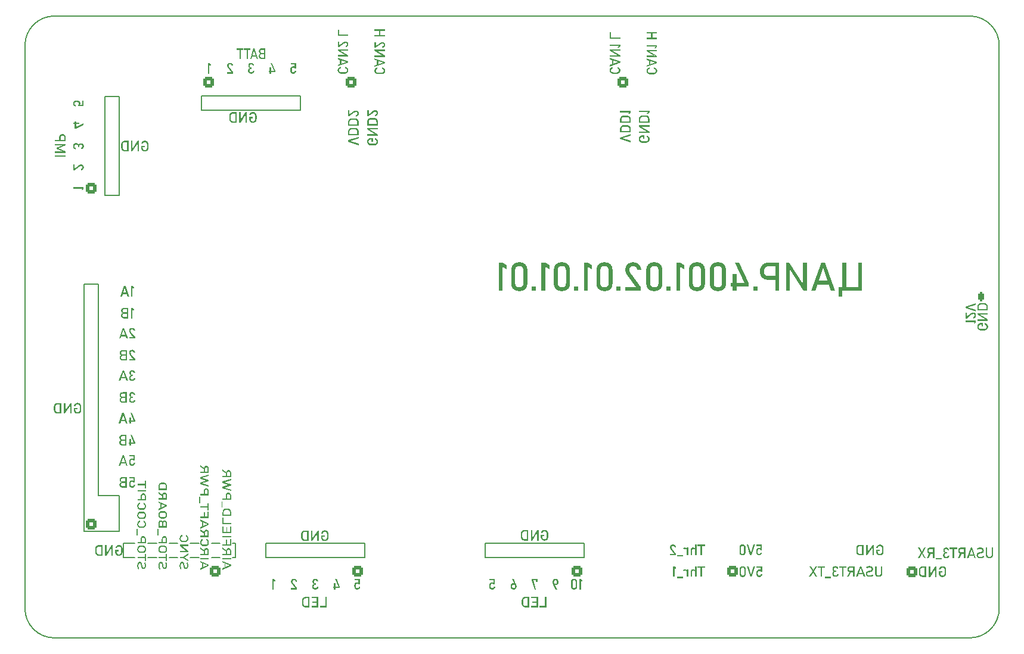
<source format=gbo>
G04 #@! TF.GenerationSoftware,KiCad,Pcbnew,7.0.6*
G04 #@! TF.CreationDate,2023-08-28T17:52:52+03:00*
G04 #@! TF.ProjectId,impeller,696d7065-6c6c-4657-922e-6b696361645f,rev?*
G04 #@! TF.SameCoordinates,Original*
G04 #@! TF.FileFunction,Legend,Bot*
G04 #@! TF.FilePolarity,Positive*
%FSLAX46Y46*%
G04 Gerber Fmt 4.6, Leading zero omitted, Abs format (unit mm)*
G04 Created by KiCad (PCBNEW 7.0.6) date 2023-08-28 17:52:52*
%MOMM*%
%LPD*%
G01*
G04 APERTURE LIST*
G04 Aperture macros list*
%AMRoundRect*
0 Rectangle with rounded corners*
0 $1 Rounding radius*
0 $2 $3 $4 $5 $6 $7 $8 $9 X,Y pos of 4 corners*
0 Add a 4 corners polygon primitive as box body*
4,1,4,$2,$3,$4,$5,$6,$7,$8,$9,$2,$3,0*
0 Add four circle primitives for the rounded corners*
1,1,$1+$1,$2,$3*
1,1,$1+$1,$4,$5*
1,1,$1+$1,$6,$7*
1,1,$1+$1,$8,$9*
0 Add four rect primitives between the rounded corners*
20,1,$1+$1,$2,$3,$4,$5,0*
20,1,$1+$1,$4,$5,$6,$7,0*
20,1,$1+$1,$6,$7,$8,$9,0*
20,1,$1+$1,$8,$9,$2,$3,0*%
G04 Aperture macros list end*
%ADD10C,0.150000*%
%ADD11C,0.800000*%
%ADD12C,6.400000*%
%ADD13C,3.000000*%
%ADD14RoundRect,0.250001X0.499999X0.499999X-0.499999X0.499999X-0.499999X-0.499999X0.499999X-0.499999X0*%
%ADD15C,1.500000*%
%ADD16RoundRect,0.250001X-0.499999X-0.499999X0.499999X-0.499999X0.499999X0.499999X-0.499999X0.499999X0*%
%ADD17C,0.500000*%
%ADD18O,2.000000X1.090000*%
%ADD19O,1.600000X1.050000*%
%ADD20R,1.000000X1.000000*%
%ADD21O,1.000000X1.000000*%
%ADD22C,2.000000*%
%ADD23C,1.000000*%
%ADD24R,1.700000X1.700000*%
%ADD25O,1.700000X1.700000*%
%ADD26RoundRect,0.250001X0.499999X-0.499999X0.499999X0.499999X-0.499999X0.499999X-0.499999X-0.499999X0*%
%ADD27RoundRect,0.200000X0.200000X0.450000X-0.200000X0.450000X-0.200000X-0.450000X0.200000X-0.450000X0*%
%ADD28O,0.800000X1.300000*%
%ADD29R,1.600000X1.600000*%
%ADD30O,1.600000X1.600000*%
%ADD31C,1.524000*%
%ADD32C,2.600000*%
G04 #@! TA.AperFunction,Profile*
%ADD33C,0.150000*%
G04 #@! TD*
G04 APERTURE END LIST*
D10*
X90512744Y-120556372D02*
X91732744Y-120556372D01*
X93512744Y-120556372D02*
X94732744Y-120556372D01*
X95112744Y-54966372D02*
X109172744Y-54966372D01*
X109172744Y-57006372D01*
X95112744Y-57006372D01*
X95112744Y-54966372D01*
X84052744Y-120556372D02*
X84052744Y-118486372D01*
X96512744Y-118486372D02*
X97732744Y-118486372D01*
X99502744Y-118486372D02*
X99958144Y-118486372D01*
X99958144Y-118486372D02*
X99958144Y-120556372D01*
X87512744Y-120556372D02*
X88732744Y-120556372D01*
X96512744Y-120556372D02*
X97732744Y-120556372D01*
X99502744Y-120556372D02*
X99958144Y-120556372D01*
X90512744Y-118486372D02*
X91732744Y-118486372D01*
X81402744Y-55016372D02*
X83442744Y-55016372D01*
X83442744Y-69076372D01*
X81402744Y-69076372D01*
X81402744Y-55016372D01*
X135392744Y-118526372D02*
X149452744Y-118526372D01*
X149452744Y-120566372D01*
X135392744Y-120566372D01*
X135392744Y-118526372D01*
X104222744Y-118516372D02*
X118282744Y-118516372D01*
X118282744Y-120556372D01*
X104222744Y-120556372D01*
X104222744Y-118516372D01*
X85638144Y-118486372D02*
X84052744Y-118486372D01*
X80432744Y-111766372D02*
X83452744Y-111766372D01*
X83452744Y-116826372D01*
X78392744Y-116826372D01*
X78392744Y-81716372D01*
X80432744Y-81716372D01*
X80432744Y-111766372D01*
X93512744Y-118486372D02*
X94732744Y-118486372D01*
X87512744Y-118486372D02*
X88732744Y-118486372D01*
X84052744Y-120556372D02*
X85638144Y-120556372D01*
G36*
X85994434Y-121730729D02*
G01*
X85994578Y-121750897D01*
X85995011Y-121770872D01*
X85995732Y-121790654D01*
X85996742Y-121810242D01*
X85998040Y-121829637D01*
X85999627Y-121848839D01*
X86001502Y-121867848D01*
X86003666Y-121886663D01*
X86006118Y-121905286D01*
X86008859Y-121923715D01*
X86010847Y-121935893D01*
X86014068Y-121953916D01*
X86017579Y-121971713D01*
X86021377Y-121989284D01*
X86025465Y-122006630D01*
X86029840Y-122023751D01*
X86034505Y-122040646D01*
X86039458Y-122057316D01*
X86044699Y-122073761D01*
X86050229Y-122089980D01*
X86056047Y-122105974D01*
X86060086Y-122116511D01*
X86066440Y-122132148D01*
X86073083Y-122147599D01*
X86080014Y-122162863D01*
X86087234Y-122177940D01*
X86094742Y-122192830D01*
X86102539Y-122207534D01*
X86110624Y-122222051D01*
X86118998Y-122236381D01*
X86127660Y-122250524D01*
X86136610Y-122264481D01*
X86142738Y-122273681D01*
X86271405Y-122142889D01*
X86260512Y-122126664D01*
X86250144Y-122110135D01*
X86240302Y-122093305D01*
X86230986Y-122076171D01*
X86222195Y-122058735D01*
X86213929Y-122040996D01*
X86206189Y-122022954D01*
X86198975Y-122004610D01*
X86192286Y-121985963D01*
X86186122Y-121967013D01*
X86182305Y-121954212D01*
X86177015Y-121934754D01*
X86172245Y-121914988D01*
X86167996Y-121894912D01*
X86164266Y-121874527D01*
X86161058Y-121853834D01*
X86158369Y-121832831D01*
X86156201Y-121811519D01*
X86154553Y-121789897D01*
X86153426Y-121767967D01*
X86152963Y-121753175D01*
X86152732Y-121738246D01*
X86152703Y-121730729D01*
X86152891Y-121710638D01*
X86153454Y-121691122D01*
X86154393Y-121672181D01*
X86155707Y-121653816D01*
X86157397Y-121636026D01*
X86159462Y-121618811D01*
X86161903Y-121602171D01*
X86164720Y-121586107D01*
X86167912Y-121570618D01*
X86171479Y-121555705D01*
X86175422Y-121541366D01*
X86179741Y-121527603D01*
X86186923Y-121508038D01*
X86194949Y-121489766D01*
X86200770Y-121478305D01*
X86210188Y-121462264D01*
X86220306Y-121447800D01*
X86231126Y-121434915D01*
X86242645Y-121423607D01*
X86254866Y-121413878D01*
X86267787Y-121405726D01*
X86281409Y-121399152D01*
X86295732Y-121394155D01*
X86310755Y-121390737D01*
X86326479Y-121388896D01*
X86337351Y-121388545D01*
X86338230Y-121388545D01*
X86353434Y-121389181D01*
X86367832Y-121391087D01*
X86381424Y-121394264D01*
X86394210Y-121398712D01*
X86406190Y-121404431D01*
X86417365Y-121411420D01*
X86427733Y-121419680D01*
X86437295Y-121429212D01*
X86446225Y-121439750D01*
X86454551Y-121451033D01*
X86462272Y-121463060D01*
X86469388Y-121475832D01*
X86475900Y-121489347D01*
X86481808Y-121503607D01*
X86487111Y-121518610D01*
X86491810Y-121534358D01*
X86496229Y-121551062D01*
X86500548Y-121568934D01*
X86503720Y-121583104D01*
X86506836Y-121597931D01*
X86509896Y-121613415D01*
X86512899Y-121629556D01*
X86515845Y-121646353D01*
X86518734Y-121663808D01*
X86521567Y-121681919D01*
X86524343Y-121700688D01*
X86525222Y-121707649D01*
X86526101Y-121714243D01*
X86528446Y-121729630D01*
X86531067Y-121748189D01*
X86533726Y-121766313D01*
X86536425Y-121784001D01*
X86539162Y-121801255D01*
X86541939Y-121818073D01*
X86544754Y-121834456D01*
X86547608Y-121850405D01*
X86550501Y-121865918D01*
X86553433Y-121880996D01*
X86556404Y-121895639D01*
X86559414Y-121909847D01*
X86564002Y-121930344D01*
X86568678Y-121949861D01*
X86573441Y-121968400D01*
X86575048Y-121974362D01*
X86580315Y-121991778D01*
X86586334Y-122008717D01*
X86593106Y-122025180D01*
X86600629Y-122041166D01*
X86608905Y-122056676D01*
X86617933Y-122071709D01*
X86627713Y-122086265D01*
X86638246Y-122100345D01*
X86649530Y-122113949D01*
X86661567Y-122127076D01*
X86670009Y-122135562D01*
X86683434Y-122147544D01*
X86697878Y-122158347D01*
X86713343Y-122167971D01*
X86724219Y-122173733D01*
X86735549Y-122178971D01*
X86747332Y-122183685D01*
X86759569Y-122187875D01*
X86772259Y-122191542D01*
X86785402Y-122194684D01*
X86798999Y-122197303D01*
X86813049Y-122199398D01*
X86827552Y-122200970D01*
X86842509Y-122202017D01*
X86857919Y-122202541D01*
X86865794Y-122202607D01*
X86866381Y-122202607D01*
X86880174Y-122202363D01*
X86893711Y-122201634D01*
X86906992Y-122200417D01*
X86920016Y-122198714D01*
X86932784Y-122196524D01*
X86945295Y-122193848D01*
X86957550Y-122190686D01*
X86969549Y-122187036D01*
X86981291Y-122182900D01*
X86992776Y-122178278D01*
X87004005Y-122173169D01*
X87014978Y-122167573D01*
X87025694Y-122161491D01*
X87041288Y-122151455D01*
X87056304Y-122140325D01*
X87070757Y-122128079D01*
X87084551Y-122114835D01*
X87097685Y-122100593D01*
X87110159Y-122085353D01*
X87121975Y-122069114D01*
X87129485Y-122057734D01*
X87136703Y-122045910D01*
X87143627Y-122033643D01*
X87150258Y-122020932D01*
X87156596Y-122007777D01*
X87162641Y-121994179D01*
X87168393Y-121980137D01*
X87173852Y-121965651D01*
X87176471Y-121958242D01*
X87181476Y-121943123D01*
X87186157Y-121927627D01*
X87190516Y-121911754D01*
X87194551Y-121895502D01*
X87198264Y-121878872D01*
X87201654Y-121861865D01*
X87204721Y-121844480D01*
X87207466Y-121826717D01*
X87209887Y-121808576D01*
X87211986Y-121790058D01*
X87213762Y-121771161D01*
X87215214Y-121751887D01*
X87216344Y-121732235D01*
X87217152Y-121712205D01*
X87217636Y-121691798D01*
X87217797Y-121671012D01*
X87217674Y-121655925D01*
X87217303Y-121640890D01*
X87216684Y-121625906D01*
X87215819Y-121610974D01*
X87214706Y-121596093D01*
X87213346Y-121581264D01*
X87211738Y-121566487D01*
X87209884Y-121551761D01*
X87207782Y-121537086D01*
X87205432Y-121522463D01*
X87203729Y-121512743D01*
X87200973Y-121498134D01*
X87197979Y-121483570D01*
X87194749Y-121469051D01*
X87191282Y-121454577D01*
X87187577Y-121440148D01*
X87183636Y-121425764D01*
X87179458Y-121411425D01*
X87175043Y-121397132D01*
X87170390Y-121382883D01*
X87165501Y-121368680D01*
X87162110Y-121359236D01*
X87156815Y-121345039D01*
X87151263Y-121330887D01*
X87145453Y-121316780D01*
X87139386Y-121302719D01*
X87133061Y-121288702D01*
X87126479Y-121274730D01*
X87119639Y-121260804D01*
X87112541Y-121246923D01*
X87105185Y-121233086D01*
X87097573Y-121219295D01*
X87092354Y-121210126D01*
X86958704Y-121329927D01*
X86967935Y-121345929D01*
X86976723Y-121361925D01*
X86985067Y-121377915D01*
X86992969Y-121393898D01*
X87000427Y-121409874D01*
X87007442Y-121425844D01*
X87014015Y-121441808D01*
X87020144Y-121457765D01*
X87025830Y-121473716D01*
X87031073Y-121489660D01*
X87034322Y-121500286D01*
X87038827Y-121516230D01*
X87042888Y-121532186D01*
X87046506Y-121548155D01*
X87049682Y-121564137D01*
X87052414Y-121580132D01*
X87054703Y-121596139D01*
X87056549Y-121612160D01*
X87057953Y-121628193D01*
X87058912Y-121644240D01*
X87059429Y-121660299D01*
X87059528Y-121671012D01*
X87059336Y-121689933D01*
X87058759Y-121708318D01*
X87057797Y-121726169D01*
X87056450Y-121743484D01*
X87054719Y-121760263D01*
X87052604Y-121776508D01*
X87050103Y-121792217D01*
X87047218Y-121807391D01*
X87043948Y-121822030D01*
X87040294Y-121836134D01*
X87034091Y-121856285D01*
X87027022Y-121875233D01*
X87019088Y-121892976D01*
X87010289Y-121909515D01*
X87000750Y-121924705D01*
X86990491Y-121938401D01*
X86979510Y-121950602D01*
X86967809Y-121961310D01*
X86955385Y-121970523D01*
X86942241Y-121978243D01*
X86928375Y-121984468D01*
X86913788Y-121989199D01*
X86898480Y-121992437D01*
X86882450Y-121994180D01*
X86871363Y-121994512D01*
X86870777Y-121994512D01*
X86855729Y-121993831D01*
X86841504Y-121991787D01*
X86828105Y-121988381D01*
X86815529Y-121983612D01*
X86803778Y-121977482D01*
X86792851Y-121969988D01*
X86782749Y-121961133D01*
X86773471Y-121950914D01*
X86764893Y-121939586D01*
X86756893Y-121927582D01*
X86749469Y-121914902D01*
X86742623Y-121901547D01*
X86736353Y-121887516D01*
X86730661Y-121872810D01*
X86725546Y-121857429D01*
X86721007Y-121841372D01*
X86716744Y-121824187D01*
X86712453Y-121805422D01*
X86709216Y-121790312D01*
X86705965Y-121774313D01*
X86702697Y-121757425D01*
X86699415Y-121739648D01*
X86696117Y-121720983D01*
X86692803Y-121701429D01*
X86689474Y-121680986D01*
X86686129Y-121659655D01*
X86684664Y-121651961D01*
X86683492Y-121643901D01*
X86681733Y-121632910D01*
X86680268Y-121621553D01*
X86677451Y-121604693D01*
X86674571Y-121588185D01*
X86671626Y-121572029D01*
X86668617Y-121556226D01*
X86665544Y-121540774D01*
X86662407Y-121525674D01*
X86659206Y-121510927D01*
X86655941Y-121496531D01*
X86650923Y-121475598D01*
X86645761Y-121455457D01*
X86640454Y-121436108D01*
X86635003Y-121417551D01*
X86629408Y-121399786D01*
X86627511Y-121394041D01*
X86621466Y-121377200D01*
X86614762Y-121360888D01*
X86607398Y-121345103D01*
X86599374Y-121329847D01*
X86590692Y-121315119D01*
X86581349Y-121300918D01*
X86571347Y-121287246D01*
X86560686Y-121274102D01*
X86549366Y-121261486D01*
X86537386Y-121249398D01*
X86529032Y-121241633D01*
X86515845Y-121230699D01*
X86501782Y-121220841D01*
X86486843Y-121212058D01*
X86471028Y-121204350D01*
X86454337Y-121197718D01*
X86442723Y-121193894D01*
X86430720Y-121190548D01*
X86418328Y-121187680D01*
X86405546Y-121185290D01*
X86392376Y-121183378D01*
X86378816Y-121181944D01*
X86364866Y-121180988D01*
X86350528Y-121180510D01*
X86343212Y-121180450D01*
X86341454Y-121180450D01*
X86327876Y-121180704D01*
X86314544Y-121181464D01*
X86301461Y-121182730D01*
X86288624Y-121184503D01*
X86276035Y-121186783D01*
X86263693Y-121189569D01*
X86251598Y-121192862D01*
X86239751Y-121196662D01*
X86228151Y-121200968D01*
X86216798Y-121205781D01*
X86205693Y-121211100D01*
X86194835Y-121216926D01*
X86184224Y-121223259D01*
X86168772Y-121233708D01*
X86153875Y-121245297D01*
X86139585Y-121257968D01*
X86125948Y-121271662D01*
X86112966Y-121286381D01*
X86104675Y-121296762D01*
X86096674Y-121307598D01*
X86088965Y-121318890D01*
X86081546Y-121330636D01*
X86074418Y-121342838D01*
X86067580Y-121355495D01*
X86061034Y-121368607D01*
X86054778Y-121382174D01*
X86048813Y-121396196D01*
X86043139Y-121410673D01*
X86037756Y-121425605D01*
X86035173Y-121433242D01*
X86030240Y-121448829D01*
X86025625Y-121464818D01*
X86021328Y-121481207D01*
X86017350Y-121497997D01*
X86013690Y-121515187D01*
X86010348Y-121532778D01*
X86007324Y-121550770D01*
X86004619Y-121569163D01*
X86002231Y-121587956D01*
X86000163Y-121607150D01*
X85998412Y-121626745D01*
X85996980Y-121646740D01*
X85995866Y-121667137D01*
X85995070Y-121687934D01*
X85994593Y-121709131D01*
X85994434Y-121730729D01*
G37*
G36*
X87107302Y-120670838D02*
G01*
X87107302Y-120460911D01*
X86006744Y-120460911D01*
X86006744Y-120670838D01*
X87107302Y-120670838D01*
G37*
G36*
X87205194Y-121094355D02*
G01*
X87205194Y-120037394D01*
X87045459Y-120037394D01*
X87045459Y-121094355D01*
X87205194Y-121094355D01*
G37*
G36*
X86792178Y-118855392D02*
G01*
X86808294Y-118856161D01*
X86824162Y-118857442D01*
X86839783Y-118859235D01*
X86855156Y-118861541D01*
X86870282Y-118864358D01*
X86885161Y-118867689D01*
X86899793Y-118871531D01*
X86914177Y-118875886D01*
X86928315Y-118880753D01*
X86942204Y-118886133D01*
X86955847Y-118892025D01*
X86969242Y-118898429D01*
X86982390Y-118905345D01*
X86995290Y-118912774D01*
X87007944Y-118920716D01*
X87020296Y-118929079D01*
X87032293Y-118937866D01*
X87043936Y-118947077D01*
X87055223Y-118956711D01*
X87066156Y-118966769D01*
X87076733Y-118977250D01*
X87086956Y-118988155D01*
X87096824Y-118999484D01*
X87106337Y-119011236D01*
X87115495Y-119023412D01*
X87124298Y-119036012D01*
X87132746Y-119049035D01*
X87140839Y-119062481D01*
X87148577Y-119076352D01*
X87155961Y-119090646D01*
X87162989Y-119105363D01*
X87169626Y-119120438D01*
X87175835Y-119135806D01*
X87181615Y-119151465D01*
X87186968Y-119167416D01*
X87191892Y-119183659D01*
X87196388Y-119200194D01*
X87200456Y-119217021D01*
X87204095Y-119234140D01*
X87207307Y-119251551D01*
X87210090Y-119269254D01*
X87212445Y-119287249D01*
X87214372Y-119305535D01*
X87215870Y-119324114D01*
X87216941Y-119342985D01*
X87217583Y-119362147D01*
X87217797Y-119381602D01*
X87217583Y-119401013D01*
X87216941Y-119420139D01*
X87215870Y-119438978D01*
X87214372Y-119457531D01*
X87212445Y-119475797D01*
X87210090Y-119493778D01*
X87207307Y-119511472D01*
X87204095Y-119528880D01*
X87200456Y-119546002D01*
X87196388Y-119562838D01*
X87191892Y-119579387D01*
X87186968Y-119595650D01*
X87181615Y-119611627D01*
X87175835Y-119627318D01*
X87169626Y-119642722D01*
X87162989Y-119657840D01*
X87155961Y-119672559D01*
X87148577Y-119686858D01*
X87140839Y-119700735D01*
X87132746Y-119714192D01*
X87124298Y-119727228D01*
X87115495Y-119739843D01*
X87106337Y-119752038D01*
X87096824Y-119763811D01*
X87086956Y-119775164D01*
X87076733Y-119786097D01*
X87066156Y-119796608D01*
X87055223Y-119806699D01*
X87043936Y-119816369D01*
X87032293Y-119825618D01*
X87020296Y-119834447D01*
X87007944Y-119842854D01*
X86995290Y-119850751D01*
X86982390Y-119858139D01*
X86969242Y-119865017D01*
X86955847Y-119871385D01*
X86942204Y-119877244D01*
X86928315Y-119882593D01*
X86914177Y-119887433D01*
X86899793Y-119891764D01*
X86885161Y-119895585D01*
X86870282Y-119898897D01*
X86855156Y-119901699D01*
X86839783Y-119903991D01*
X86824162Y-119905775D01*
X86808294Y-119907048D01*
X86792178Y-119907813D01*
X86775815Y-119908067D01*
X86436122Y-119908067D01*
X86419760Y-119907813D01*
X86403644Y-119907048D01*
X86387776Y-119905775D01*
X86372155Y-119903991D01*
X86356782Y-119901699D01*
X86341655Y-119898897D01*
X86326776Y-119895585D01*
X86312145Y-119891764D01*
X86297760Y-119887433D01*
X86283623Y-119882593D01*
X86269734Y-119877244D01*
X86256091Y-119871385D01*
X86242696Y-119865017D01*
X86229548Y-119858139D01*
X86216647Y-119850751D01*
X86203994Y-119842854D01*
X86191677Y-119834447D01*
X86179713Y-119825618D01*
X86168102Y-119816369D01*
X86156843Y-119806699D01*
X86145937Y-119796608D01*
X86135383Y-119786097D01*
X86125182Y-119775164D01*
X86115334Y-119763811D01*
X86105838Y-119752038D01*
X86096695Y-119739843D01*
X86087905Y-119727228D01*
X86079467Y-119714192D01*
X86071382Y-119700735D01*
X86063649Y-119686858D01*
X86056269Y-119672559D01*
X86049242Y-119657840D01*
X86042605Y-119642722D01*
X86036396Y-119627318D01*
X86030616Y-119611627D01*
X86025263Y-119595650D01*
X86020339Y-119579387D01*
X86015843Y-119562838D01*
X86011775Y-119546002D01*
X86008136Y-119528880D01*
X86004924Y-119511472D01*
X86002141Y-119493778D01*
X85999786Y-119475797D01*
X85997859Y-119457531D01*
X85996361Y-119438978D01*
X85995290Y-119420139D01*
X85994648Y-119401013D01*
X85994434Y-119381602D01*
X86160030Y-119381602D01*
X86160161Y-119393102D01*
X86160846Y-119410031D01*
X86162119Y-119426573D01*
X86163978Y-119442729D01*
X86166426Y-119458498D01*
X86169460Y-119473881D01*
X86173082Y-119488878D01*
X86177291Y-119503488D01*
X86182088Y-119517712D01*
X86187472Y-119531549D01*
X86193443Y-119545000D01*
X86197728Y-119553670D01*
X86204564Y-119566213D01*
X86211889Y-119578202D01*
X86219704Y-119589637D01*
X86228008Y-119600519D01*
X86236802Y-119610846D01*
X86246085Y-119620620D01*
X86255857Y-119629840D01*
X86266119Y-119638506D01*
X86276870Y-119646618D01*
X86288111Y-119654177D01*
X86295880Y-119658835D01*
X86307818Y-119665259D01*
X86320095Y-119671007D01*
X86332712Y-119676078D01*
X86345669Y-119680473D01*
X86358967Y-119684193D01*
X86372604Y-119687235D01*
X86386581Y-119689602D01*
X86400899Y-119691293D01*
X86415556Y-119692307D01*
X86430554Y-119692645D01*
X86781677Y-119692645D01*
X86791677Y-119692495D01*
X86806392Y-119691706D01*
X86820768Y-119690241D01*
X86834804Y-119688099D01*
X86848500Y-119685282D01*
X86861855Y-119681788D01*
X86874871Y-119677618D01*
X86887547Y-119672772D01*
X86899882Y-119667250D01*
X86911878Y-119661052D01*
X86923533Y-119654177D01*
X86931117Y-119649199D01*
X86942081Y-119641272D01*
X86952550Y-119632790D01*
X86962524Y-119623755D01*
X86972003Y-119614166D01*
X86980989Y-119604023D01*
X86989479Y-119593326D01*
X86997475Y-119582075D01*
X87004976Y-119570271D01*
X87011983Y-119557912D01*
X87018495Y-119545000D01*
X87022541Y-119536076D01*
X87028121Y-119522367D01*
X87033113Y-119508272D01*
X87037518Y-119493791D01*
X87041336Y-119478923D01*
X87044566Y-119463669D01*
X87047209Y-119448028D01*
X87049265Y-119432001D01*
X87050733Y-119415588D01*
X87051614Y-119398788D01*
X87051907Y-119381602D01*
X87051777Y-119370101D01*
X87051092Y-119353173D01*
X87049819Y-119336631D01*
X87047959Y-119320475D01*
X87045512Y-119304705D01*
X87042478Y-119289322D01*
X87038856Y-119274326D01*
X87034647Y-119259716D01*
X87029850Y-119245492D01*
X87024466Y-119231654D01*
X87018495Y-119218203D01*
X87014209Y-119209491D01*
X87007367Y-119196894D01*
X87000030Y-119184864D01*
X86992199Y-119173401D01*
X86983874Y-119162505D01*
X86975053Y-119152175D01*
X86965739Y-119142412D01*
X86955929Y-119133215D01*
X86945625Y-119124586D01*
X86934827Y-119116523D01*
X86923533Y-119109027D01*
X86915801Y-119104369D01*
X86903919Y-119097945D01*
X86891696Y-119092197D01*
X86879134Y-119087125D01*
X86866232Y-119082730D01*
X86852989Y-119079011D01*
X86839407Y-119075968D01*
X86825485Y-119073601D01*
X86811222Y-119071911D01*
X86796620Y-119070897D01*
X86781677Y-119070559D01*
X86430554Y-119070559D01*
X86420518Y-119070709D01*
X86405747Y-119071498D01*
X86391316Y-119072963D01*
X86377225Y-119075104D01*
X86363475Y-119077922D01*
X86350064Y-119081415D01*
X86336993Y-119085585D01*
X86324263Y-119090431D01*
X86311872Y-119095954D01*
X86299822Y-119102152D01*
X86288111Y-119109027D01*
X86280563Y-119113961D01*
X86269649Y-119121835D01*
X86259223Y-119130276D01*
X86249288Y-119139283D01*
X86239842Y-119148857D01*
X86230885Y-119158998D01*
X86222418Y-119169706D01*
X86214440Y-119180980D01*
X86206951Y-119192821D01*
X86199952Y-119205229D01*
X86193443Y-119218203D01*
X86189397Y-119227128D01*
X86183817Y-119240836D01*
X86178825Y-119254931D01*
X86174420Y-119269413D01*
X86170602Y-119284281D01*
X86167372Y-119299535D01*
X86164729Y-119315175D01*
X86162673Y-119331202D01*
X86161205Y-119347616D01*
X86160324Y-119364416D01*
X86160030Y-119381602D01*
X85994434Y-119381602D01*
X85994648Y-119362147D01*
X85995290Y-119342985D01*
X85996361Y-119324114D01*
X85997859Y-119305535D01*
X85999786Y-119287249D01*
X86002141Y-119269254D01*
X86004924Y-119251551D01*
X86008136Y-119234140D01*
X86011775Y-119217021D01*
X86015843Y-119200194D01*
X86020339Y-119183659D01*
X86025263Y-119167416D01*
X86030616Y-119151465D01*
X86036396Y-119135806D01*
X86042605Y-119120438D01*
X86049242Y-119105363D01*
X86056269Y-119090646D01*
X86063649Y-119076352D01*
X86071382Y-119062481D01*
X86079467Y-119049035D01*
X86087905Y-119036012D01*
X86096695Y-119023412D01*
X86105838Y-119011236D01*
X86115334Y-118999484D01*
X86125182Y-118988155D01*
X86135383Y-118977250D01*
X86145937Y-118966769D01*
X86156843Y-118956711D01*
X86168102Y-118947077D01*
X86179713Y-118937866D01*
X86191677Y-118929079D01*
X86203994Y-118920716D01*
X86216647Y-118912774D01*
X86229548Y-118905345D01*
X86242696Y-118898429D01*
X86256091Y-118892025D01*
X86269734Y-118886133D01*
X86283623Y-118880753D01*
X86297760Y-118875886D01*
X86312145Y-118871531D01*
X86326776Y-118867689D01*
X86341655Y-118864358D01*
X86356782Y-118861541D01*
X86372155Y-118859235D01*
X86387776Y-118857442D01*
X86403644Y-118856161D01*
X86419760Y-118855392D01*
X86436122Y-118855136D01*
X86775815Y-118855136D01*
X86792178Y-118855392D01*
G37*
G36*
X86631614Y-118433817D02*
G01*
X86631614Y-117954979D01*
X86632013Y-117938207D01*
X86633208Y-117921961D01*
X86635200Y-117906241D01*
X86637989Y-117891049D01*
X86641575Y-117876383D01*
X86645958Y-117862243D01*
X86651137Y-117848631D01*
X86657113Y-117835545D01*
X86663822Y-117822997D01*
X86671200Y-117811181D01*
X86679246Y-117800099D01*
X86687961Y-117789749D01*
X86697345Y-117780132D01*
X86707397Y-117771248D01*
X86718118Y-117763096D01*
X86729507Y-117755677D01*
X86741519Y-117748980D01*
X86753962Y-117743175D01*
X86766835Y-117738263D01*
X86780138Y-117734245D01*
X86793873Y-117731119D01*
X86808037Y-117728887D01*
X86822632Y-117727547D01*
X86837658Y-117727101D01*
X86852885Y-117727547D01*
X86867645Y-117728887D01*
X86881937Y-117731119D01*
X86895763Y-117734245D01*
X86909122Y-117738263D01*
X86922013Y-117743175D01*
X86934437Y-117748980D01*
X86946395Y-117755677D01*
X86957857Y-117763096D01*
X86968651Y-117771248D01*
X86978777Y-117780132D01*
X86988233Y-117789749D01*
X86997022Y-117800099D01*
X87005141Y-117811181D01*
X87012592Y-117822997D01*
X87019374Y-117835545D01*
X87025488Y-117848631D01*
X87030787Y-117862243D01*
X87035270Y-117876383D01*
X87038938Y-117891049D01*
X87041791Y-117906241D01*
X87043829Y-117921961D01*
X87045052Y-117938207D01*
X87045459Y-117954979D01*
X87045459Y-118433817D01*
X87205194Y-118433817D01*
X87205194Y-117961940D01*
X87205016Y-117945349D01*
X87204480Y-117929008D01*
X87203587Y-117912915D01*
X87202337Y-117897071D01*
X87200729Y-117881476D01*
X87198765Y-117866130D01*
X87196443Y-117851033D01*
X87193764Y-117836186D01*
X87190727Y-117821587D01*
X87187334Y-117807237D01*
X87183583Y-117793136D01*
X87179476Y-117779285D01*
X87175010Y-117765682D01*
X87167643Y-117745745D01*
X87159472Y-117726368D01*
X87150569Y-117707608D01*
X87141007Y-117689660D01*
X87130786Y-117672523D01*
X87119905Y-117656198D01*
X87108364Y-117640684D01*
X87096164Y-117625981D01*
X87083305Y-117612090D01*
X87069786Y-117599011D01*
X87055608Y-117586742D01*
X87040770Y-117575286D01*
X87030512Y-117568099D01*
X87020004Y-117561267D01*
X87009290Y-117554875D01*
X86998370Y-117548925D01*
X86987244Y-117543415D01*
X86975912Y-117538346D01*
X86964374Y-117533718D01*
X86952630Y-117529530D01*
X86940679Y-117525784D01*
X86928523Y-117522478D01*
X86916160Y-117519613D01*
X86903592Y-117517188D01*
X86890817Y-117515205D01*
X86877836Y-117513662D01*
X86864650Y-117512560D01*
X86851257Y-117511899D01*
X86837658Y-117511679D01*
X86824060Y-117511899D01*
X86810670Y-117512560D01*
X86797489Y-117513662D01*
X86784517Y-117515205D01*
X86771752Y-117517188D01*
X86759196Y-117519613D01*
X86746849Y-117522478D01*
X86734709Y-117525784D01*
X86722778Y-117529530D01*
X86711056Y-117533718D01*
X86699542Y-117538346D01*
X86688236Y-117543415D01*
X86677139Y-117548925D01*
X86666250Y-117554875D01*
X86655569Y-117561267D01*
X86645097Y-117568099D01*
X86629927Y-117579014D01*
X86615411Y-117590742D01*
X86601549Y-117603280D01*
X86588342Y-117616630D01*
X86575789Y-117630792D01*
X86563891Y-117645765D01*
X86552647Y-117661549D01*
X86542057Y-117678145D01*
X86532121Y-117695553D01*
X86522840Y-117713771D01*
X86517016Y-117726368D01*
X86508897Y-117745745D01*
X86501577Y-117765682D01*
X86497140Y-117779285D01*
X86493059Y-117793136D01*
X86489332Y-117807237D01*
X86485961Y-117821587D01*
X86482944Y-117836186D01*
X86480282Y-117851033D01*
X86477975Y-117866130D01*
X86476023Y-117881476D01*
X86474426Y-117897071D01*
X86473184Y-117912915D01*
X86472296Y-117929008D01*
X86471764Y-117945349D01*
X86471586Y-117961940D01*
X86471586Y-118433817D01*
X86631614Y-118433817D01*
G37*
G36*
X87205194Y-118542261D02*
G01*
X87205194Y-118331968D01*
X86006744Y-118331968D01*
X86006744Y-118542261D01*
X87205194Y-118542261D01*
G37*
G36*
X86006744Y-116532387D02*
G01*
X85847009Y-116532387D01*
X85847009Y-117389679D01*
X86006744Y-117389679D01*
X86006744Y-116532387D01*
G37*
G36*
X85994434Y-115830067D02*
G01*
X85994649Y-115849382D01*
X85995295Y-115868403D01*
X85996371Y-115887129D01*
X85997877Y-115905560D01*
X85999815Y-115923697D01*
X86002182Y-115941539D01*
X86004980Y-115959085D01*
X86008209Y-115976337D01*
X86011868Y-115993295D01*
X86015958Y-116009957D01*
X86020478Y-116026325D01*
X86025428Y-116042398D01*
X86030809Y-116058176D01*
X86036621Y-116073659D01*
X86042862Y-116088847D01*
X86049535Y-116103741D01*
X86056639Y-116118279D01*
X86064102Y-116132403D01*
X86071925Y-116146112D01*
X86080108Y-116159405D01*
X86088650Y-116172284D01*
X86097551Y-116184747D01*
X86106812Y-116196796D01*
X86116433Y-116208429D01*
X86126413Y-116219648D01*
X86136752Y-116230451D01*
X86147451Y-116240840D01*
X86158510Y-116250813D01*
X86169928Y-116260371D01*
X86181705Y-116269515D01*
X86193842Y-116278243D01*
X86206339Y-116286556D01*
X86219140Y-116294409D01*
X86232190Y-116301755D01*
X86245491Y-116308594D01*
X86259040Y-116314927D01*
X86272840Y-116320753D01*
X86286889Y-116326072D01*
X86301187Y-116330885D01*
X86315735Y-116335191D01*
X86330533Y-116338991D01*
X86345580Y-116342284D01*
X86360877Y-116345070D01*
X86376423Y-116347350D01*
X86392219Y-116349123D01*
X86408265Y-116350390D01*
X86424560Y-116351150D01*
X86441105Y-116351403D01*
X86769954Y-116351403D01*
X86786534Y-116351150D01*
X86802862Y-116350390D01*
X86818939Y-116349123D01*
X86834763Y-116347350D01*
X86850336Y-116345070D01*
X86865657Y-116342284D01*
X86880726Y-116338991D01*
X86895543Y-116335191D01*
X86910108Y-116330885D01*
X86924422Y-116326072D01*
X86938483Y-116320753D01*
X86952293Y-116314927D01*
X86965851Y-116308594D01*
X86979157Y-116301755D01*
X86992211Y-116294409D01*
X87005013Y-116286556D01*
X87017510Y-116278243D01*
X87029651Y-116269515D01*
X87041434Y-116260371D01*
X87052860Y-116250813D01*
X87063929Y-116240840D01*
X87074640Y-116230451D01*
X87084995Y-116219648D01*
X87094992Y-116208429D01*
X87104632Y-116196796D01*
X87113915Y-116184747D01*
X87122840Y-116172284D01*
X87131409Y-116159405D01*
X87139620Y-116146112D01*
X87147474Y-116132403D01*
X87154970Y-116118279D01*
X87162110Y-116103741D01*
X87168853Y-116088847D01*
X87175162Y-116073659D01*
X87181035Y-116058176D01*
X87186473Y-116042398D01*
X87191476Y-116026325D01*
X87196044Y-116009957D01*
X87200177Y-115993295D01*
X87203875Y-115976337D01*
X87207138Y-115959085D01*
X87209966Y-115941539D01*
X87212359Y-115923697D01*
X87214317Y-115905560D01*
X87215839Y-115887129D01*
X87216927Y-115868403D01*
X87217580Y-115849382D01*
X87217797Y-115830067D01*
X87217624Y-115814028D01*
X87217106Y-115798153D01*
X87216241Y-115782441D01*
X87215031Y-115766892D01*
X87213475Y-115751506D01*
X87211574Y-115736283D01*
X87209326Y-115721223D01*
X87206733Y-115706327D01*
X87203794Y-115691594D01*
X87200509Y-115677024D01*
X87196879Y-115662617D01*
X87192903Y-115648373D01*
X87188581Y-115634292D01*
X87183913Y-115620375D01*
X87178900Y-115606620D01*
X87173540Y-115593029D01*
X87167901Y-115579658D01*
X87161972Y-115566565D01*
X87155756Y-115553749D01*
X87149250Y-115541211D01*
X87142457Y-115528951D01*
X87135374Y-115516968D01*
X87128004Y-115505263D01*
X87120344Y-115493836D01*
X87112397Y-115482686D01*
X87104160Y-115471814D01*
X87095635Y-115461219D01*
X87086822Y-115450902D01*
X87077720Y-115440863D01*
X87068330Y-115431102D01*
X87058651Y-115421618D01*
X87048683Y-115412411D01*
X87038473Y-115403483D01*
X87028066Y-115394923D01*
X87017462Y-115386733D01*
X87006662Y-115378912D01*
X86995664Y-115371460D01*
X86984469Y-115364377D01*
X86973077Y-115357664D01*
X86961489Y-115351320D01*
X86949703Y-115345345D01*
X86937721Y-115339739D01*
X86925542Y-115334503D01*
X86913165Y-115329636D01*
X86900592Y-115325138D01*
X86887822Y-115321009D01*
X86874855Y-115317250D01*
X86861691Y-115313859D01*
X86861691Y-115529281D01*
X86875499Y-115534548D01*
X86888930Y-115540639D01*
X86901987Y-115547554D01*
X86914667Y-115555293D01*
X86926973Y-115563857D01*
X86938902Y-115573245D01*
X86950457Y-115583458D01*
X86961635Y-115594494D01*
X86972379Y-115606195D01*
X86982481Y-115618400D01*
X86991943Y-115631108D01*
X87000763Y-115644320D01*
X87008942Y-115658036D01*
X87016480Y-115672255D01*
X87023377Y-115686978D01*
X87029633Y-115702205D01*
X87035265Y-115717747D01*
X87040147Y-115733415D01*
X87044278Y-115749209D01*
X87047658Y-115765128D01*
X87050286Y-115781174D01*
X87052164Y-115797346D01*
X87053291Y-115813643D01*
X87053666Y-115830067D01*
X87053354Y-115847043D01*
X87052419Y-115863628D01*
X87050861Y-115879819D01*
X87048679Y-115895617D01*
X87045874Y-115911023D01*
X87042445Y-115926035D01*
X87038393Y-115940655D01*
X87033718Y-115954882D01*
X87028419Y-115968716D01*
X87022496Y-115982158D01*
X87018202Y-115990900D01*
X87011303Y-116003544D01*
X87003903Y-116015647D01*
X86996005Y-116027209D01*
X86987606Y-116038230D01*
X86978708Y-116048710D01*
X86969310Y-116058649D01*
X86959412Y-116068047D01*
X86949014Y-116076904D01*
X86938117Y-116085221D01*
X86926720Y-116092996D01*
X86918844Y-116097879D01*
X86906678Y-116104688D01*
X86894142Y-116110828D01*
X86881234Y-116116297D01*
X86867956Y-116121097D01*
X86854307Y-116125227D01*
X86840286Y-116128688D01*
X86825895Y-116131478D01*
X86811133Y-116133599D01*
X86796000Y-116135050D01*
X86780496Y-116135832D01*
X86769954Y-116135981D01*
X86441105Y-116135981D01*
X86425508Y-116135646D01*
X86410262Y-116134641D01*
X86395366Y-116132967D01*
X86380820Y-116130623D01*
X86366624Y-116127609D01*
X86352779Y-116123925D01*
X86339284Y-116119572D01*
X86326140Y-116114548D01*
X86313346Y-116108855D01*
X86300902Y-116102493D01*
X86292801Y-116097879D01*
X86281021Y-116090464D01*
X86269751Y-116082509D01*
X86258991Y-116074012D01*
X86248741Y-116064975D01*
X86239001Y-116055396D01*
X86229771Y-116045277D01*
X86221051Y-116034617D01*
X86212842Y-116023415D01*
X86205142Y-116011673D01*
X86197952Y-115999390D01*
X86193443Y-115990900D01*
X86187210Y-115977721D01*
X86181590Y-115964149D01*
X86176583Y-115950184D01*
X86172189Y-115935826D01*
X86168408Y-115921075D01*
X86165241Y-115905931D01*
X86162686Y-115890395D01*
X86160745Y-115874465D01*
X86159416Y-115858143D01*
X86158701Y-115841428D01*
X86158565Y-115830067D01*
X86158908Y-115813397D01*
X86159939Y-115796911D01*
X86161656Y-115780607D01*
X86164060Y-115764487D01*
X86167152Y-115748550D01*
X86170930Y-115732797D01*
X86175395Y-115717226D01*
X86180547Y-115701839D01*
X86186450Y-115686698D01*
X86193021Y-115672049D01*
X86200262Y-115657893D01*
X86208171Y-115644228D01*
X86216748Y-115631056D01*
X86225994Y-115618377D01*
X86235909Y-115606189D01*
X86246492Y-115594494D01*
X86257735Y-115583458D01*
X86269482Y-115573245D01*
X86281732Y-115563857D01*
X86294486Y-115555293D01*
X86307744Y-115547554D01*
X86321505Y-115540639D01*
X86335771Y-115534548D01*
X86350540Y-115529281D01*
X86350540Y-115313859D01*
X86337340Y-115317251D01*
X86324340Y-115321015D01*
X86311539Y-115325151D01*
X86298937Y-115329659D01*
X86286535Y-115334539D01*
X86274331Y-115339791D01*
X86262327Y-115345415D01*
X86250522Y-115351412D01*
X86238917Y-115357780D01*
X86227510Y-115364521D01*
X86216303Y-115371633D01*
X86205295Y-115379118D01*
X86194486Y-115386975D01*
X86183876Y-115395204D01*
X86173466Y-115403805D01*
X86163254Y-115412778D01*
X86153321Y-115422073D01*
X86143672Y-115431640D01*
X86134307Y-115441479D01*
X86125226Y-115451589D01*
X86116428Y-115461972D01*
X86107915Y-115472627D01*
X86099686Y-115483553D01*
X86091740Y-115494752D01*
X86084078Y-115506222D01*
X86076701Y-115517964D01*
X86069607Y-115529978D01*
X86062797Y-115542265D01*
X86056271Y-115554823D01*
X86050029Y-115567652D01*
X86044071Y-115580754D01*
X86038397Y-115594128D01*
X86033074Y-115607715D01*
X86028093Y-115621456D01*
X86023457Y-115635353D01*
X86019163Y-115649403D01*
X86015213Y-115663608D01*
X86011607Y-115677968D01*
X86008344Y-115692482D01*
X86005425Y-115707151D01*
X86002849Y-115721975D01*
X86000616Y-115736953D01*
X85998727Y-115752085D01*
X85997181Y-115767372D01*
X85995979Y-115782814D01*
X85995121Y-115798410D01*
X85994605Y-115814161D01*
X85994434Y-115830067D01*
G37*
G36*
X86792178Y-114041366D02*
G01*
X86808294Y-114042134D01*
X86824162Y-114043415D01*
X86839783Y-114045209D01*
X86855156Y-114047514D01*
X86870282Y-114050332D01*
X86885161Y-114053662D01*
X86899793Y-114057505D01*
X86914177Y-114061859D01*
X86928315Y-114066727D01*
X86942204Y-114072106D01*
X86955847Y-114077998D01*
X86969242Y-114084402D01*
X86982390Y-114091319D01*
X86995290Y-114098748D01*
X87007944Y-114106689D01*
X87020296Y-114115052D01*
X87032293Y-114123839D01*
X87043936Y-114133050D01*
X87055223Y-114142684D01*
X87066156Y-114152742D01*
X87076733Y-114163224D01*
X87086956Y-114174129D01*
X87096824Y-114185457D01*
X87106337Y-114197210D01*
X87115495Y-114209386D01*
X87124298Y-114221985D01*
X87132746Y-114235008D01*
X87140839Y-114248455D01*
X87148577Y-114262325D01*
X87155961Y-114276619D01*
X87162989Y-114291337D01*
X87169626Y-114306412D01*
X87175835Y-114321779D01*
X87181615Y-114337438D01*
X87186968Y-114353390D01*
X87191892Y-114369633D01*
X87196388Y-114386168D01*
X87200456Y-114402995D01*
X87204095Y-114420114D01*
X87207307Y-114437525D01*
X87210090Y-114455227D01*
X87212445Y-114473222D01*
X87214372Y-114491509D01*
X87215870Y-114510088D01*
X87216941Y-114528958D01*
X87217583Y-114548121D01*
X87217797Y-114567575D01*
X87217583Y-114586987D01*
X87216941Y-114606112D01*
X87215870Y-114624951D01*
X87214372Y-114643504D01*
X87212445Y-114661771D01*
X87210090Y-114679751D01*
X87207307Y-114697446D01*
X87204095Y-114714854D01*
X87200456Y-114731976D01*
X87196388Y-114748811D01*
X87191892Y-114765360D01*
X87186968Y-114781624D01*
X87181615Y-114797601D01*
X87175835Y-114813291D01*
X87169626Y-114828696D01*
X87162989Y-114843814D01*
X87155961Y-114858533D01*
X87148577Y-114872831D01*
X87140839Y-114886709D01*
X87132746Y-114900165D01*
X87124298Y-114913201D01*
X87115495Y-114925817D01*
X87106337Y-114938011D01*
X87096824Y-114949785D01*
X87086956Y-114961138D01*
X87076733Y-114972070D01*
X87066156Y-114982582D01*
X87055223Y-114992672D01*
X87043936Y-115002342D01*
X87032293Y-115011592D01*
X87020296Y-115020420D01*
X87007944Y-115028828D01*
X86995290Y-115036725D01*
X86982390Y-115044112D01*
X86969242Y-115050990D01*
X86955847Y-115057359D01*
X86942204Y-115063217D01*
X86928315Y-115068567D01*
X86914177Y-115073407D01*
X86899793Y-115077738D01*
X86885161Y-115081559D01*
X86870282Y-115084870D01*
X86855156Y-115087672D01*
X86839783Y-115089965D01*
X86824162Y-115091748D01*
X86808294Y-115093022D01*
X86792178Y-115093786D01*
X86775815Y-115094041D01*
X86436122Y-115094041D01*
X86419760Y-115093786D01*
X86403644Y-115093022D01*
X86387776Y-115091748D01*
X86372155Y-115089965D01*
X86356782Y-115087672D01*
X86341655Y-115084870D01*
X86326776Y-115081559D01*
X86312145Y-115077738D01*
X86297760Y-115073407D01*
X86283623Y-115068567D01*
X86269734Y-115063217D01*
X86256091Y-115057359D01*
X86242696Y-115050990D01*
X86229548Y-115044112D01*
X86216647Y-115036725D01*
X86203994Y-115028828D01*
X86191677Y-115020420D01*
X86179713Y-115011592D01*
X86168102Y-115002342D01*
X86156843Y-114992672D01*
X86145937Y-114982582D01*
X86135383Y-114972070D01*
X86125182Y-114961138D01*
X86115334Y-114949785D01*
X86105838Y-114938011D01*
X86096695Y-114925817D01*
X86087905Y-114913201D01*
X86079467Y-114900165D01*
X86071382Y-114886709D01*
X86063649Y-114872831D01*
X86056269Y-114858533D01*
X86049242Y-114843814D01*
X86042605Y-114828696D01*
X86036396Y-114813291D01*
X86030616Y-114797601D01*
X86025263Y-114781624D01*
X86020339Y-114765360D01*
X86015843Y-114748811D01*
X86011775Y-114731976D01*
X86008136Y-114714854D01*
X86004924Y-114697446D01*
X86002141Y-114679751D01*
X85999786Y-114661771D01*
X85997859Y-114643504D01*
X85996361Y-114624951D01*
X85995290Y-114606112D01*
X85994648Y-114586987D01*
X85994434Y-114567575D01*
X86160030Y-114567575D01*
X86160161Y-114579076D01*
X86160846Y-114596004D01*
X86162119Y-114612546D01*
X86163978Y-114628702D01*
X86166426Y-114644472D01*
X86169460Y-114659855D01*
X86173082Y-114674851D01*
X86177291Y-114689462D01*
X86182088Y-114703685D01*
X86187472Y-114717523D01*
X86193443Y-114730974D01*
X86197728Y-114739643D01*
X86204564Y-114752186D01*
X86211889Y-114764175D01*
X86219704Y-114775611D01*
X86228008Y-114786492D01*
X86236802Y-114796820D01*
X86246085Y-114806594D01*
X86255857Y-114815814D01*
X86266119Y-114824480D01*
X86276870Y-114832592D01*
X86288111Y-114840150D01*
X86295880Y-114844809D01*
X86307818Y-114851232D01*
X86320095Y-114856980D01*
X86332712Y-114862052D01*
X86345669Y-114866447D01*
X86358967Y-114870166D01*
X86372604Y-114873209D01*
X86386581Y-114875576D01*
X86400899Y-114877266D01*
X86415556Y-114878280D01*
X86430554Y-114878619D01*
X86781677Y-114878619D01*
X86791677Y-114878468D01*
X86806392Y-114877679D01*
X86820768Y-114876214D01*
X86834804Y-114874073D01*
X86848500Y-114871255D01*
X86861855Y-114867762D01*
X86874871Y-114863592D01*
X86887547Y-114858746D01*
X86899882Y-114853223D01*
X86911878Y-114847025D01*
X86923533Y-114840150D01*
X86931117Y-114835173D01*
X86942081Y-114827245D01*
X86952550Y-114818764D01*
X86962524Y-114809728D01*
X86972003Y-114800139D01*
X86980989Y-114789996D01*
X86989479Y-114779299D01*
X86997475Y-114768049D01*
X87004976Y-114756244D01*
X87011983Y-114743886D01*
X87018495Y-114730974D01*
X87022541Y-114722049D01*
X87028121Y-114708341D01*
X87033113Y-114694246D01*
X87037518Y-114679764D01*
X87041336Y-114664897D01*
X87044566Y-114649642D01*
X87047209Y-114634002D01*
X87049265Y-114617975D01*
X87050733Y-114601561D01*
X87051614Y-114584761D01*
X87051907Y-114567575D01*
X87051777Y-114556075D01*
X87051092Y-114539146D01*
X87049819Y-114522604D01*
X87047959Y-114506448D01*
X87045512Y-114490679D01*
X87042478Y-114475296D01*
X87038856Y-114460299D01*
X87034647Y-114445689D01*
X87029850Y-114431465D01*
X87024466Y-114417628D01*
X87018495Y-114404177D01*
X87014209Y-114395464D01*
X87007367Y-114382868D01*
X87000030Y-114370838D01*
X86992199Y-114359374D01*
X86983874Y-114348478D01*
X86975053Y-114338148D01*
X86965739Y-114328385D01*
X86955929Y-114319189D01*
X86945625Y-114310559D01*
X86934827Y-114302496D01*
X86923533Y-114295000D01*
X86915801Y-114290342D01*
X86903919Y-114283918D01*
X86891696Y-114278170D01*
X86879134Y-114273099D01*
X86866232Y-114268704D01*
X86852989Y-114264984D01*
X86839407Y-114261942D01*
X86825485Y-114259575D01*
X86811222Y-114257884D01*
X86796620Y-114256870D01*
X86781677Y-114256532D01*
X86430554Y-114256532D01*
X86420518Y-114256682D01*
X86405747Y-114257471D01*
X86391316Y-114258936D01*
X86377225Y-114261078D01*
X86363475Y-114263895D01*
X86350064Y-114267389D01*
X86336993Y-114271559D01*
X86324263Y-114276405D01*
X86311872Y-114281927D01*
X86299822Y-114288126D01*
X86288111Y-114295000D01*
X86280563Y-114299935D01*
X86269649Y-114307809D01*
X86259223Y-114316249D01*
X86249288Y-114325257D01*
X86239842Y-114334831D01*
X86230885Y-114344972D01*
X86222418Y-114355679D01*
X86214440Y-114366954D01*
X86206951Y-114378795D01*
X86199952Y-114391202D01*
X86193443Y-114404177D01*
X86189397Y-114413101D01*
X86183817Y-114426810D01*
X86178825Y-114440905D01*
X86174420Y-114455386D01*
X86170602Y-114470254D01*
X86167372Y-114485508D01*
X86164729Y-114501149D01*
X86162673Y-114517176D01*
X86161205Y-114533589D01*
X86160324Y-114550389D01*
X86160030Y-114567575D01*
X85994434Y-114567575D01*
X85994648Y-114548121D01*
X85995290Y-114528958D01*
X85996361Y-114510088D01*
X85997859Y-114491509D01*
X85999786Y-114473222D01*
X86002141Y-114455227D01*
X86004924Y-114437525D01*
X86008136Y-114420114D01*
X86011775Y-114402995D01*
X86015843Y-114386168D01*
X86020339Y-114369633D01*
X86025263Y-114353390D01*
X86030616Y-114337438D01*
X86036396Y-114321779D01*
X86042605Y-114306412D01*
X86049242Y-114291337D01*
X86056269Y-114276619D01*
X86063649Y-114262325D01*
X86071382Y-114248455D01*
X86079467Y-114235008D01*
X86087905Y-114221985D01*
X86096695Y-114209386D01*
X86105838Y-114197210D01*
X86115334Y-114185457D01*
X86125182Y-114174129D01*
X86135383Y-114163224D01*
X86145937Y-114152742D01*
X86156843Y-114142684D01*
X86168102Y-114133050D01*
X86179713Y-114123839D01*
X86191677Y-114115052D01*
X86203994Y-114106689D01*
X86216647Y-114098748D01*
X86229548Y-114091319D01*
X86242696Y-114084402D01*
X86256091Y-114077998D01*
X86269734Y-114072106D01*
X86283623Y-114066727D01*
X86297760Y-114061859D01*
X86312145Y-114057505D01*
X86326776Y-114053662D01*
X86341655Y-114050332D01*
X86356782Y-114047514D01*
X86372155Y-114045209D01*
X86387776Y-114043415D01*
X86403644Y-114042134D01*
X86419760Y-114041366D01*
X86436122Y-114041110D01*
X86775815Y-114041110D01*
X86792178Y-114041366D01*
G37*
G36*
X85994434Y-113258189D02*
G01*
X85994649Y-113277505D01*
X85995295Y-113296526D01*
X85996371Y-113315252D01*
X85997877Y-113333683D01*
X85999815Y-113351820D01*
X86002182Y-113369661D01*
X86004980Y-113387208D01*
X86008209Y-113404460D01*
X86011868Y-113421418D01*
X86015958Y-113438080D01*
X86020478Y-113454448D01*
X86025428Y-113470520D01*
X86030809Y-113486298D01*
X86036621Y-113501782D01*
X86042862Y-113516970D01*
X86049535Y-113531863D01*
X86056639Y-113546402D01*
X86064102Y-113560526D01*
X86071925Y-113574234D01*
X86080108Y-113587528D01*
X86088650Y-113600407D01*
X86097551Y-113612870D01*
X86106812Y-113624919D01*
X86116433Y-113636552D01*
X86126413Y-113647771D01*
X86136752Y-113658574D01*
X86147451Y-113668962D01*
X86158510Y-113678936D01*
X86169928Y-113688494D01*
X86181705Y-113697638D01*
X86193842Y-113706366D01*
X86206339Y-113714679D01*
X86219140Y-113722532D01*
X86232190Y-113729878D01*
X86245491Y-113736717D01*
X86259040Y-113743050D01*
X86272840Y-113748876D01*
X86286889Y-113754195D01*
X86301187Y-113759008D01*
X86315735Y-113763314D01*
X86330533Y-113767114D01*
X86345580Y-113770407D01*
X86360877Y-113773193D01*
X86376423Y-113775473D01*
X86392219Y-113777246D01*
X86408265Y-113778512D01*
X86424560Y-113779272D01*
X86441105Y-113779526D01*
X86769954Y-113779526D01*
X86786534Y-113779272D01*
X86802862Y-113778512D01*
X86818939Y-113777246D01*
X86834763Y-113775473D01*
X86850336Y-113773193D01*
X86865657Y-113770407D01*
X86880726Y-113767114D01*
X86895543Y-113763314D01*
X86910108Y-113759008D01*
X86924422Y-113754195D01*
X86938483Y-113748876D01*
X86952293Y-113743050D01*
X86965851Y-113736717D01*
X86979157Y-113729878D01*
X86992211Y-113722532D01*
X87005013Y-113714679D01*
X87017510Y-113706366D01*
X87029651Y-113697638D01*
X87041434Y-113688494D01*
X87052860Y-113678936D01*
X87063929Y-113668962D01*
X87074640Y-113658574D01*
X87084995Y-113647771D01*
X87094992Y-113636552D01*
X87104632Y-113624919D01*
X87113915Y-113612870D01*
X87122840Y-113600407D01*
X87131409Y-113587528D01*
X87139620Y-113574234D01*
X87147474Y-113560526D01*
X87154970Y-113546402D01*
X87162110Y-113531863D01*
X87168853Y-113516970D01*
X87175162Y-113501782D01*
X87181035Y-113486298D01*
X87186473Y-113470520D01*
X87191476Y-113454448D01*
X87196044Y-113438080D01*
X87200177Y-113421418D01*
X87203875Y-113404460D01*
X87207138Y-113387208D01*
X87209966Y-113369661D01*
X87212359Y-113351820D01*
X87214317Y-113333683D01*
X87215839Y-113315252D01*
X87216927Y-113296526D01*
X87217580Y-113277505D01*
X87217797Y-113258189D01*
X87217624Y-113242151D01*
X87217106Y-113226276D01*
X87216241Y-113210563D01*
X87215031Y-113195014D01*
X87213475Y-113179629D01*
X87211574Y-113164406D01*
X87209326Y-113149346D01*
X87206733Y-113134450D01*
X87203794Y-113119717D01*
X87200509Y-113105146D01*
X87196879Y-113090739D01*
X87192903Y-113076496D01*
X87188581Y-113062415D01*
X87183913Y-113048497D01*
X87178900Y-113034743D01*
X87173540Y-113021152D01*
X87167901Y-113007781D01*
X87161972Y-112994688D01*
X87155756Y-112981872D01*
X87149250Y-112969334D01*
X87142457Y-112957074D01*
X87135374Y-112945091D01*
X87128004Y-112933386D01*
X87120344Y-112921959D01*
X87112397Y-112910809D01*
X87104160Y-112899937D01*
X87095635Y-112889342D01*
X87086822Y-112879025D01*
X87077720Y-112868986D01*
X87068330Y-112859224D01*
X87058651Y-112849740D01*
X87048683Y-112840534D01*
X87038473Y-112831605D01*
X87028066Y-112823046D01*
X87017462Y-112814856D01*
X87006662Y-112807035D01*
X86995664Y-112799583D01*
X86984469Y-112792500D01*
X86973077Y-112785787D01*
X86961489Y-112779443D01*
X86949703Y-112773468D01*
X86937721Y-112767862D01*
X86925542Y-112762626D01*
X86913165Y-112757759D01*
X86900592Y-112753261D01*
X86887822Y-112749132D01*
X86874855Y-112745372D01*
X86861691Y-112741982D01*
X86861691Y-112957404D01*
X86875499Y-112962671D01*
X86888930Y-112968762D01*
X86901987Y-112975677D01*
X86914667Y-112983416D01*
X86926973Y-112991980D01*
X86938902Y-113001368D01*
X86950457Y-113011580D01*
X86961635Y-113022617D01*
X86972379Y-113034318D01*
X86982481Y-113046522D01*
X86991943Y-113059231D01*
X87000763Y-113072443D01*
X87008942Y-113086158D01*
X87016480Y-113100378D01*
X87023377Y-113115101D01*
X87029633Y-113130328D01*
X87035265Y-113145870D01*
X87040147Y-113161538D01*
X87044278Y-113177332D01*
X87047658Y-113193251D01*
X87050286Y-113209297D01*
X87052164Y-113225468D01*
X87053291Y-113241766D01*
X87053666Y-113258189D01*
X87053354Y-113275166D01*
X87052419Y-113291750D01*
X87050861Y-113307942D01*
X87048679Y-113323740D01*
X87045874Y-113339145D01*
X87042445Y-113354158D01*
X87038393Y-113368778D01*
X87033718Y-113383005D01*
X87028419Y-113396839D01*
X87022496Y-113410281D01*
X87018202Y-113419023D01*
X87011303Y-113431667D01*
X87003903Y-113443770D01*
X86996005Y-113455332D01*
X86987606Y-113466353D01*
X86978708Y-113476833D01*
X86969310Y-113486772D01*
X86959412Y-113496170D01*
X86949014Y-113505027D01*
X86938117Y-113513343D01*
X86926720Y-113521119D01*
X86918844Y-113526002D01*
X86906678Y-113532811D01*
X86894142Y-113538950D01*
X86881234Y-113544420D01*
X86867956Y-113549220D01*
X86854307Y-113553350D01*
X86840286Y-113556811D01*
X86825895Y-113559601D01*
X86811133Y-113561722D01*
X86796000Y-113563173D01*
X86780496Y-113563955D01*
X86769954Y-113564104D01*
X86441105Y-113564104D01*
X86425508Y-113563769D01*
X86410262Y-113562764D01*
X86395366Y-113561090D01*
X86380820Y-113558745D01*
X86366624Y-113555732D01*
X86352779Y-113552048D01*
X86339284Y-113547694D01*
X86326140Y-113542671D01*
X86313346Y-113536978D01*
X86300902Y-113530616D01*
X86292801Y-113526002D01*
X86281021Y-113518587D01*
X86269751Y-113510632D01*
X86258991Y-113502135D01*
X86248741Y-113493098D01*
X86239001Y-113483519D01*
X86229771Y-113473400D01*
X86221051Y-113462739D01*
X86212842Y-113451538D01*
X86205142Y-113439796D01*
X86197952Y-113427513D01*
X86193443Y-113419023D01*
X86187210Y-113405844D01*
X86181590Y-113392272D01*
X86176583Y-113378306D01*
X86172189Y-113363948D01*
X86168408Y-113349198D01*
X86165241Y-113334054D01*
X86162686Y-113318517D01*
X86160745Y-113302588D01*
X86159416Y-113286266D01*
X86158701Y-113269551D01*
X86158565Y-113258189D01*
X86158908Y-113241520D01*
X86159939Y-113225033D01*
X86161656Y-113208730D01*
X86164060Y-113192610D01*
X86167152Y-113176673D01*
X86170930Y-113160920D01*
X86175395Y-113145349D01*
X86180547Y-113129962D01*
X86186450Y-113114821D01*
X86193021Y-113100172D01*
X86200262Y-113086015D01*
X86208171Y-113072351D01*
X86216748Y-113059179D01*
X86225994Y-113046500D01*
X86235909Y-113034312D01*
X86246492Y-113022617D01*
X86257735Y-113011580D01*
X86269482Y-113001368D01*
X86281732Y-112991980D01*
X86294486Y-112983416D01*
X86307744Y-112975677D01*
X86321505Y-112968762D01*
X86335771Y-112962671D01*
X86350540Y-112957404D01*
X86350540Y-112741982D01*
X86337340Y-112745374D01*
X86324340Y-112749138D01*
X86311539Y-112753274D01*
X86298937Y-112757782D01*
X86286535Y-112762662D01*
X86274331Y-112767914D01*
X86262327Y-112773538D01*
X86250522Y-112779534D01*
X86238917Y-112785903D01*
X86227510Y-112792643D01*
X86216303Y-112799756D01*
X86205295Y-112807241D01*
X86194486Y-112815098D01*
X86183876Y-112823326D01*
X86173466Y-112831927D01*
X86163254Y-112840900D01*
X86153321Y-112850196D01*
X86143672Y-112859762D01*
X86134307Y-112869601D01*
X86125226Y-112879712D01*
X86116428Y-112890095D01*
X86107915Y-112900749D01*
X86099686Y-112911676D01*
X86091740Y-112922874D01*
X86084078Y-112934345D01*
X86076701Y-112946087D01*
X86069607Y-112958101D01*
X86062797Y-112970387D01*
X86056271Y-112982945D01*
X86050029Y-112995775D01*
X86044071Y-113008877D01*
X86038397Y-113022251D01*
X86033074Y-113035838D01*
X86028093Y-113049579D01*
X86023457Y-113063475D01*
X86019163Y-113077526D01*
X86015213Y-113091731D01*
X86011607Y-113106091D01*
X86008344Y-113120605D01*
X86005425Y-113135274D01*
X86002849Y-113150098D01*
X86000616Y-113165076D01*
X85998727Y-113180208D01*
X85997181Y-113195495D01*
X85995979Y-113210937D01*
X85995121Y-113226533D01*
X85994605Y-113242284D01*
X85994434Y-113258189D01*
G37*
G36*
X86631614Y-112362429D02*
G01*
X86631614Y-111883591D01*
X86632013Y-111866818D01*
X86633208Y-111850572D01*
X86635200Y-111834853D01*
X86637989Y-111819660D01*
X86641575Y-111804994D01*
X86645958Y-111790855D01*
X86651137Y-111777242D01*
X86657113Y-111764156D01*
X86663822Y-111751608D01*
X86671200Y-111739793D01*
X86679246Y-111728710D01*
X86687961Y-111718360D01*
X86697345Y-111708743D01*
X86707397Y-111699859D01*
X86718118Y-111691707D01*
X86729507Y-111684288D01*
X86741519Y-111677591D01*
X86753962Y-111671786D01*
X86766835Y-111666875D01*
X86780138Y-111662856D01*
X86793873Y-111659731D01*
X86808037Y-111657498D01*
X86822632Y-111656159D01*
X86837658Y-111655712D01*
X86852885Y-111656159D01*
X86867645Y-111657498D01*
X86881937Y-111659731D01*
X86895763Y-111662856D01*
X86909122Y-111666875D01*
X86922013Y-111671786D01*
X86934437Y-111677591D01*
X86946395Y-111684288D01*
X86957857Y-111691707D01*
X86968651Y-111699859D01*
X86978777Y-111708743D01*
X86988233Y-111718360D01*
X86997022Y-111728710D01*
X87005141Y-111739793D01*
X87012592Y-111751608D01*
X87019374Y-111764156D01*
X87025488Y-111777242D01*
X87030787Y-111790855D01*
X87035270Y-111804994D01*
X87038938Y-111819660D01*
X87041791Y-111834853D01*
X87043829Y-111850572D01*
X87045052Y-111866818D01*
X87045459Y-111883591D01*
X87045459Y-112362429D01*
X87205194Y-112362429D01*
X87205194Y-111890552D01*
X87205016Y-111873961D01*
X87204480Y-111857619D01*
X87203587Y-111841526D01*
X87202337Y-111825682D01*
X87200729Y-111810087D01*
X87198765Y-111794742D01*
X87196443Y-111779645D01*
X87193764Y-111764797D01*
X87190727Y-111750198D01*
X87187334Y-111735849D01*
X87183583Y-111721748D01*
X87179476Y-111707896D01*
X87175010Y-111694293D01*
X87167643Y-111674356D01*
X87159472Y-111654979D01*
X87150569Y-111636220D01*
X87141007Y-111618271D01*
X87130786Y-111601135D01*
X87119905Y-111584809D01*
X87108364Y-111569295D01*
X87096164Y-111554593D01*
X87083305Y-111540702D01*
X87069786Y-111527622D01*
X87055608Y-111515354D01*
X87040770Y-111503897D01*
X87030512Y-111496710D01*
X87020004Y-111489878D01*
X87009290Y-111483486D01*
X86998370Y-111477536D01*
X86987244Y-111472026D01*
X86975912Y-111466957D01*
X86964374Y-111462329D01*
X86952630Y-111458142D01*
X86940679Y-111454395D01*
X86928523Y-111451089D01*
X86916160Y-111448224D01*
X86903592Y-111445800D01*
X86890817Y-111443816D01*
X86877836Y-111442273D01*
X86864650Y-111441171D01*
X86851257Y-111440510D01*
X86837658Y-111440290D01*
X86824060Y-111440510D01*
X86810670Y-111441171D01*
X86797489Y-111442273D01*
X86784517Y-111443816D01*
X86771752Y-111445800D01*
X86759196Y-111448224D01*
X86746849Y-111451089D01*
X86734709Y-111454395D01*
X86722778Y-111458142D01*
X86711056Y-111462329D01*
X86699542Y-111466957D01*
X86688236Y-111472026D01*
X86677139Y-111477536D01*
X86666250Y-111483486D01*
X86655569Y-111489878D01*
X86645097Y-111496710D01*
X86629927Y-111507626D01*
X86615411Y-111519353D01*
X86601549Y-111531892D01*
X86588342Y-111545242D01*
X86575789Y-111559403D01*
X86563891Y-111574376D01*
X86552647Y-111590161D01*
X86542057Y-111606757D01*
X86532121Y-111624164D01*
X86522840Y-111642383D01*
X86517016Y-111654979D01*
X86508897Y-111674356D01*
X86501577Y-111694293D01*
X86497140Y-111707896D01*
X86493059Y-111721748D01*
X86489332Y-111735849D01*
X86485961Y-111750198D01*
X86482944Y-111764797D01*
X86480282Y-111779645D01*
X86477975Y-111794742D01*
X86476023Y-111810087D01*
X86474426Y-111825682D01*
X86473184Y-111841526D01*
X86472296Y-111857619D01*
X86471764Y-111873961D01*
X86471586Y-111890552D01*
X86471586Y-112362429D01*
X86631614Y-112362429D01*
G37*
G36*
X87205194Y-112470873D02*
G01*
X87205194Y-112260579D01*
X86006744Y-112260579D01*
X86006744Y-112470873D01*
X87205194Y-112470873D01*
G37*
G36*
X86006744Y-110973908D02*
G01*
X86006744Y-111184201D01*
X87205194Y-111184201D01*
X87205194Y-110973908D01*
X86006744Y-110973908D01*
G37*
G36*
X87107302Y-110307125D02*
G01*
X87107302Y-110097198D01*
X86006744Y-110097198D01*
X86006744Y-110307125D01*
X87107302Y-110307125D01*
G37*
G36*
X87205194Y-110730642D02*
G01*
X87205194Y-109673681D01*
X87045459Y-109673681D01*
X87045459Y-110730642D01*
X87205194Y-110730642D01*
G37*
G36*
X119672356Y-51365492D02*
G01*
X119672625Y-51383520D01*
X119673432Y-51401273D01*
X119674778Y-51418751D01*
X119676661Y-51435953D01*
X119679082Y-51452881D01*
X119682042Y-51469533D01*
X119685540Y-51485910D01*
X119689575Y-51502012D01*
X119694149Y-51517839D01*
X119699261Y-51533390D01*
X119704911Y-51548667D01*
X119711099Y-51563668D01*
X119717825Y-51578394D01*
X119725090Y-51592845D01*
X119732892Y-51607021D01*
X119741233Y-51620921D01*
X119750113Y-51634491D01*
X119759442Y-51647673D01*
X119769221Y-51660468D01*
X119779449Y-51672875D01*
X119790127Y-51684895D01*
X119801253Y-51696528D01*
X119812830Y-51707773D01*
X119824855Y-51718631D01*
X119837330Y-51729101D01*
X119850255Y-51739185D01*
X119863628Y-51748880D01*
X119877451Y-51758189D01*
X119891724Y-51767110D01*
X119906446Y-51775644D01*
X119921617Y-51783790D01*
X119937238Y-51791549D01*
X119953239Y-51798878D01*
X119969552Y-51805735D01*
X119986177Y-51812118D01*
X120003114Y-51818028D01*
X120020364Y-51823466D01*
X120037925Y-51828431D01*
X120055798Y-51832923D01*
X120073983Y-51836942D01*
X120092480Y-51840488D01*
X120111289Y-51843562D01*
X120130410Y-51846162D01*
X120149843Y-51848290D01*
X120169588Y-51849945D01*
X120189645Y-51851127D01*
X120210014Y-51851836D01*
X120230695Y-51852073D01*
X120641756Y-51852073D01*
X120662481Y-51851836D01*
X120682892Y-51851127D01*
X120702988Y-51849945D01*
X120722768Y-51848290D01*
X120742234Y-51846162D01*
X120761385Y-51843562D01*
X120780222Y-51840488D01*
X120798743Y-51836942D01*
X120816950Y-51832923D01*
X120834841Y-51828431D01*
X120852418Y-51823466D01*
X120869680Y-51818028D01*
X120886628Y-51812118D01*
X120903260Y-51805735D01*
X120919578Y-51798878D01*
X120935580Y-51791549D01*
X120951202Y-51783790D01*
X120966378Y-51775644D01*
X120981107Y-51767110D01*
X120995389Y-51758189D01*
X121009225Y-51748880D01*
X121022615Y-51739185D01*
X121035558Y-51729101D01*
X121048054Y-51718631D01*
X121060104Y-51707773D01*
X121071707Y-51696528D01*
X121082864Y-51684895D01*
X121093575Y-51672875D01*
X121103839Y-51660468D01*
X121113656Y-51647673D01*
X121123027Y-51634491D01*
X121131951Y-51620921D01*
X121140381Y-51607021D01*
X121148266Y-51592845D01*
X121155608Y-51578394D01*
X121162405Y-51563668D01*
X121168659Y-51548667D01*
X121174370Y-51533390D01*
X121179536Y-51517839D01*
X121184158Y-51502012D01*
X121188237Y-51485910D01*
X121191772Y-51469533D01*
X121194763Y-51452881D01*
X121197210Y-51435953D01*
X121199113Y-51418751D01*
X121200473Y-51401273D01*
X121201289Y-51383520D01*
X121201561Y-51365492D01*
X121201345Y-51350523D01*
X121200696Y-51335706D01*
X121199616Y-51321041D01*
X121198103Y-51306529D01*
X121196158Y-51292169D01*
X121193781Y-51277961D01*
X121190972Y-51263905D01*
X121187730Y-51250002D01*
X121184057Y-51236251D01*
X121179951Y-51222652D01*
X121175413Y-51209206D01*
X121170443Y-51195911D01*
X121165040Y-51182769D01*
X121159206Y-51169780D01*
X121152939Y-51156942D01*
X121146240Y-51144257D01*
X121139190Y-51131778D01*
X121131780Y-51119557D01*
X121124009Y-51107596D01*
X121115877Y-51095894D01*
X121107385Y-51084451D01*
X121098532Y-51073267D01*
X121089319Y-51062342D01*
X121079745Y-51051677D01*
X121069810Y-51041270D01*
X121059514Y-51031123D01*
X121048858Y-51021235D01*
X121037842Y-51011606D01*
X121026464Y-51002236D01*
X121014726Y-50993125D01*
X121002628Y-50984273D01*
X120990168Y-50975681D01*
X120977406Y-50967347D01*
X120964397Y-50959358D01*
X120951142Y-50951714D01*
X120937641Y-50944415D01*
X120923894Y-50937459D01*
X120909900Y-50930849D01*
X120895661Y-50924583D01*
X120881175Y-50918662D01*
X120866443Y-50913086D01*
X120851465Y-50907854D01*
X120836241Y-50902966D01*
X120820771Y-50898424D01*
X120805054Y-50894225D01*
X120789092Y-50890372D01*
X120772883Y-50886863D01*
X120756428Y-50883699D01*
X120756428Y-51084759D01*
X120773687Y-51089675D01*
X120790477Y-51095360D01*
X120806797Y-51101814D01*
X120822648Y-51109037D01*
X120838030Y-51117030D01*
X120852942Y-51125792D01*
X120867385Y-51135324D01*
X120881358Y-51145625D01*
X120894788Y-51156546D01*
X120907416Y-51167936D01*
X120919243Y-51179797D01*
X120930268Y-51192129D01*
X120940492Y-51204930D01*
X120949914Y-51218202D01*
X120958535Y-51231943D01*
X120966355Y-51246155D01*
X120973396Y-51260661D01*
X120979498Y-51275284D01*
X120984662Y-51290025D01*
X120988886Y-51304883D01*
X120992172Y-51319859D01*
X120994519Y-51334953D01*
X120995927Y-51350164D01*
X120996397Y-51365492D01*
X120996007Y-51381337D01*
X120994838Y-51396816D01*
X120992890Y-51411928D01*
X120990163Y-51426673D01*
X120986656Y-51441051D01*
X120982370Y-51455063D01*
X120977305Y-51468708D01*
X120971461Y-51481987D01*
X120964837Y-51494899D01*
X120957435Y-51507444D01*
X120952067Y-51515604D01*
X120943442Y-51527405D01*
X120934193Y-51538701D01*
X120924320Y-51549492D01*
X120913822Y-51559778D01*
X120902699Y-51569560D01*
X120890951Y-51578836D01*
X120878579Y-51587608D01*
X120865582Y-51595874D01*
X120851960Y-51603636D01*
X120837714Y-51610893D01*
X120827869Y-51615450D01*
X120812662Y-51621806D01*
X120796991Y-51627536D01*
X120780857Y-51632641D01*
X120764259Y-51637121D01*
X120747197Y-51640976D01*
X120729672Y-51644205D01*
X120711683Y-51646810D01*
X120693230Y-51648790D01*
X120674314Y-51650144D01*
X120654934Y-51650873D01*
X120641756Y-51651012D01*
X120230695Y-51651012D01*
X120211199Y-51650700D01*
X120192141Y-51649762D01*
X120173521Y-51648199D01*
X120155339Y-51646011D01*
X120137594Y-51643198D01*
X120120288Y-51639760D01*
X120103420Y-51635697D01*
X120086989Y-51631009D01*
X120070996Y-51625695D01*
X120055442Y-51619757D01*
X120045315Y-51615450D01*
X120030590Y-51608530D01*
X120016502Y-51601105D01*
X120003053Y-51593175D01*
X119990240Y-51584740D01*
X119978065Y-51575800D01*
X119966528Y-51566355D01*
X119955628Y-51556406D01*
X119945366Y-51545951D01*
X119935742Y-51534992D01*
X119926755Y-51523527D01*
X119921118Y-51515604D01*
X119913326Y-51503303D01*
X119906301Y-51490636D01*
X119900043Y-51477601D01*
X119894550Y-51464201D01*
X119889825Y-51450433D01*
X119885865Y-51436299D01*
X119882672Y-51421798D01*
X119880245Y-51406931D01*
X119878585Y-51391697D01*
X119877690Y-51376096D01*
X119877520Y-51365492D01*
X119877950Y-51349934D01*
X119879238Y-51334547D01*
X119881384Y-51319330D01*
X119884390Y-51304285D01*
X119888254Y-51289411D01*
X119892976Y-51274707D01*
X119898558Y-51260175D01*
X119904998Y-51245813D01*
X119912376Y-51231681D01*
X119920591Y-51218009D01*
X119929641Y-51204796D01*
X119939527Y-51192043D01*
X119950249Y-51179749D01*
X119961807Y-51167915D01*
X119974200Y-51156540D01*
X119987429Y-51145625D01*
X120001483Y-51135324D01*
X120016166Y-51125792D01*
X120031479Y-51117030D01*
X120047422Y-51109037D01*
X120063994Y-51101814D01*
X120081196Y-51095360D01*
X120099027Y-51089675D01*
X120117489Y-51084759D01*
X120117489Y-50883699D01*
X120100990Y-50886864D01*
X120084739Y-50890377D01*
X120068738Y-50894237D01*
X120052986Y-50898445D01*
X120037483Y-50903000D01*
X120022228Y-50907902D01*
X120007223Y-50913151D01*
X119992467Y-50918748D01*
X119977960Y-50924692D01*
X119963702Y-50930983D01*
X119949693Y-50937621D01*
X119935932Y-50944607D01*
X119922421Y-50951940D01*
X119909159Y-50959620D01*
X119896146Y-50967648D01*
X119883382Y-50976023D01*
X119870966Y-50984698D01*
X119858904Y-50993627D01*
X119847198Y-51002810D01*
X119835846Y-51012247D01*
X119824850Y-51021937D01*
X119814208Y-51031882D01*
X119803921Y-51042080D01*
X119793989Y-51052532D01*
X119784412Y-51063237D01*
X119775190Y-51074197D01*
X119766323Y-51085410D01*
X119757811Y-51096877D01*
X119749653Y-51108598D01*
X119741851Y-51120572D01*
X119734403Y-51132801D01*
X119727311Y-51145283D01*
X119720656Y-51157964D01*
X119714431Y-51170789D01*
X119708635Y-51183759D01*
X119703268Y-51196873D01*
X119698331Y-51210131D01*
X119693823Y-51223534D01*
X119689744Y-51237080D01*
X119686095Y-51250771D01*
X119682875Y-51264607D01*
X119680084Y-51278586D01*
X119677723Y-51292710D01*
X119675791Y-51306978D01*
X119674288Y-51321390D01*
X119673215Y-51335946D01*
X119672571Y-51350647D01*
X119672356Y-51365492D01*
G37*
G36*
X121185807Y-50288039D02*
G01*
X121185807Y-50120831D01*
X119687744Y-49605185D01*
X119687744Y-49816846D01*
X120896379Y-50204264D01*
X119687744Y-50592024D01*
X119687744Y-50803343D01*
X121185807Y-50288039D01*
G37*
G36*
X120216407Y-50566037D02*
G01*
X120216407Y-49830182D01*
X120016372Y-49830182D01*
X120016372Y-50566037D01*
X120216407Y-50566037D01*
G37*
G36*
X121185807Y-49401047D02*
G01*
X121185807Y-49222896D01*
X120027730Y-48539358D01*
X120000985Y-48562268D01*
X121185807Y-48562268D01*
X121185807Y-48368046D01*
X119688843Y-48368046D01*
X119688843Y-48547907D01*
X120829335Y-49229735D01*
X120856079Y-49206825D01*
X119688843Y-49206825D01*
X119688843Y-49401047D01*
X121185807Y-49401047D01*
G37*
G36*
X119870193Y-48079107D02*
G01*
X120566651Y-47591501D01*
X120581655Y-47581194D01*
X120596808Y-47571476D01*
X120612109Y-47562345D01*
X120627559Y-47553802D01*
X120643159Y-47545846D01*
X120658906Y-47538479D01*
X120674803Y-47531699D01*
X120690849Y-47525506D01*
X120706832Y-47519976D01*
X120722539Y-47515184D01*
X120737972Y-47511129D01*
X120753131Y-47507811D01*
X120768014Y-47505230D01*
X120782623Y-47503387D01*
X120800498Y-47502120D01*
X120811016Y-47501912D01*
X120812848Y-47501912D01*
X120829324Y-47502345D01*
X120845091Y-47503643D01*
X120860150Y-47505807D01*
X120874500Y-47508837D01*
X120892532Y-47514222D01*
X120909305Y-47521146D01*
X120924818Y-47529609D01*
X120939072Y-47539611D01*
X120952067Y-47551152D01*
X120963659Y-47564028D01*
X120973705Y-47578208D01*
X120982206Y-47593691D01*
X120989161Y-47610478D01*
X120993363Y-47623924D01*
X120996696Y-47638103D01*
X120999159Y-47653016D01*
X121000753Y-47668661D01*
X121001477Y-47685041D01*
X121001526Y-47690663D01*
X121001049Y-47706406D01*
X120999620Y-47721578D01*
X120997237Y-47736179D01*
X120993901Y-47750209D01*
X120989612Y-47763668D01*
X120984370Y-47776556D01*
X120975897Y-47792851D01*
X120965731Y-47808132D01*
X120953870Y-47822397D01*
X120947304Y-47829149D01*
X120933136Y-47841672D01*
X120921586Y-47850224D01*
X120909243Y-47858054D01*
X120896109Y-47865162D01*
X120882183Y-47871549D01*
X120867464Y-47877216D01*
X120851953Y-47882160D01*
X120835650Y-47886384D01*
X120818555Y-47889886D01*
X120800668Y-47892667D01*
X120794530Y-47893434D01*
X120793431Y-47893434D01*
X120793431Y-48096546D01*
X120794530Y-48096546D01*
X120810458Y-48094226D01*
X120826095Y-48091625D01*
X120841439Y-48088744D01*
X120856491Y-48085583D01*
X120871252Y-48082140D01*
X120885720Y-48078418D01*
X120899897Y-48074415D01*
X120920614Y-48067884D01*
X120940675Y-48060722D01*
X120960079Y-48052930D01*
X120978826Y-48044506D01*
X120996915Y-48035451D01*
X121014349Y-48025764D01*
X121031073Y-48015489D01*
X121047038Y-48004667D01*
X121062243Y-47993298D01*
X121076688Y-47981382D01*
X121090373Y-47968919D01*
X121103298Y-47955908D01*
X121115463Y-47942351D01*
X121126868Y-47928247D01*
X121137513Y-47913596D01*
X121147399Y-47898398D01*
X121153567Y-47887963D01*
X121162144Y-47871834D01*
X121169877Y-47855249D01*
X121176767Y-47838206D01*
X121182813Y-47820707D01*
X121188016Y-47802751D01*
X121192374Y-47784339D01*
X121195890Y-47765469D01*
X121198561Y-47746143D01*
X121200389Y-47726360D01*
X121201373Y-47706120D01*
X121201561Y-47692373D01*
X121201380Y-47676913D01*
X121200839Y-47661737D01*
X121199938Y-47646844D01*
X121198676Y-47632234D01*
X121197053Y-47617907D01*
X121195069Y-47603864D01*
X121192725Y-47590103D01*
X121190020Y-47576626D01*
X121185287Y-47556941D01*
X121179742Y-47537893D01*
X121173386Y-47519483D01*
X121166218Y-47501709D01*
X121158239Y-47484573D01*
X121155399Y-47479002D01*
X121146445Y-47462770D01*
X121136757Y-47447282D01*
X121126335Y-47432540D01*
X121115179Y-47418543D01*
X121103288Y-47405292D01*
X121090664Y-47392785D01*
X121077305Y-47381025D01*
X121063212Y-47370009D01*
X121048385Y-47359739D01*
X121032824Y-47350214D01*
X121022042Y-47344278D01*
X121005309Y-47336028D01*
X120987945Y-47328590D01*
X120969949Y-47321963D01*
X120951322Y-47316148D01*
X120932065Y-47311144D01*
X120912176Y-47306952D01*
X120891656Y-47303571D01*
X120870505Y-47301001D01*
X120848723Y-47299243D01*
X120833850Y-47298522D01*
X120818698Y-47298161D01*
X120811016Y-47298116D01*
X120809917Y-47298116D01*
X120794950Y-47298387D01*
X120779860Y-47299198D01*
X120764647Y-47300550D01*
X120749313Y-47302444D01*
X120733856Y-47304878D01*
X120718276Y-47307853D01*
X120702574Y-47311370D01*
X120686750Y-47315427D01*
X120670804Y-47320025D01*
X120654735Y-47325164D01*
X120643954Y-47328891D01*
X120627794Y-47334874D01*
X120611737Y-47341285D01*
X120595783Y-47348122D01*
X120579932Y-47355386D01*
X120564184Y-47363076D01*
X120548539Y-47371194D01*
X120532997Y-47379738D01*
X120517559Y-47388709D01*
X120502223Y-47398106D01*
X120486990Y-47407931D01*
X120476892Y-47414718D01*
X119887778Y-47819575D01*
X119887778Y-47290593D01*
X119687744Y-47290593D01*
X119687744Y-48079107D01*
X119870193Y-48079107D01*
G37*
G36*
X121185807Y-45697495D02*
G01*
X121185807Y-45501221D01*
X119687744Y-45501221D01*
X119687744Y-45697495D01*
X121185807Y-45697495D01*
G37*
G36*
X121185807Y-46491822D02*
G01*
X121185807Y-46295548D01*
X119687744Y-46295548D01*
X119687744Y-46491822D01*
X121185807Y-46491822D01*
G37*
G36*
X120525619Y-46369749D02*
G01*
X120525619Y-45593545D01*
X120325584Y-45593545D01*
X120325584Y-46369749D01*
X120525619Y-46369749D01*
G37*
G36*
X174349750Y-123326759D02*
G01*
X174370823Y-123326369D01*
X174391451Y-123325200D01*
X174411635Y-123323252D01*
X174431375Y-123320525D01*
X174450670Y-123317018D01*
X174469521Y-123312732D01*
X174487927Y-123307667D01*
X174505890Y-123301823D01*
X174523408Y-123295200D01*
X174540481Y-123287797D01*
X174551616Y-123282429D01*
X174567813Y-123273766D01*
X174583430Y-123264401D01*
X174598467Y-123254334D01*
X174612925Y-123243565D01*
X174626803Y-123232095D01*
X174640102Y-123219922D01*
X174652821Y-123207047D01*
X174664960Y-123193471D01*
X174676520Y-123179192D01*
X174687500Y-123164212D01*
X174694499Y-123153835D01*
X174704484Y-123137670D01*
X174713831Y-123120914D01*
X174722542Y-123103564D01*
X174730614Y-123085622D01*
X174738049Y-123067088D01*
X174744846Y-123047961D01*
X174751006Y-123028242D01*
X174756529Y-123007930D01*
X174761413Y-122987026D01*
X174765661Y-122965529D01*
X174768138Y-122950869D01*
X174768138Y-122949770D01*
X174557845Y-122949770D01*
X174557845Y-122950869D01*
X174555335Y-122966003D01*
X174552066Y-122980493D01*
X174546525Y-122998811D01*
X174539632Y-123015985D01*
X174531389Y-123032013D01*
X174521795Y-123046897D01*
X174510850Y-123060635D01*
X174498554Y-123073229D01*
X174491899Y-123079097D01*
X174477737Y-123089830D01*
X174462544Y-123099132D01*
X174446321Y-123107003D01*
X174429068Y-123113443D01*
X174410784Y-123118452D01*
X174396395Y-123121270D01*
X174381426Y-123123282D01*
X174365878Y-123124490D01*
X174349750Y-123124892D01*
X174331262Y-123124300D01*
X174313578Y-123122522D01*
X174296700Y-123119560D01*
X174280627Y-123115412D01*
X174265359Y-123110080D01*
X174250896Y-123103563D01*
X174237238Y-123095861D01*
X174224385Y-123086973D01*
X174212336Y-123076901D01*
X174201093Y-123065644D01*
X174194045Y-123057481D01*
X174184158Y-123044293D01*
X174175244Y-123030145D01*
X174167303Y-123015038D01*
X174160334Y-122998972D01*
X174154337Y-122981945D01*
X174149313Y-122963959D01*
X174145261Y-122945014D01*
X174142182Y-122925109D01*
X174140075Y-122904245D01*
X174138940Y-122882420D01*
X174138724Y-122867338D01*
X174138724Y-122741675D01*
X174138940Y-122726683D01*
X174140075Y-122704989D01*
X174142182Y-122684247D01*
X174145261Y-122664459D01*
X174149313Y-122645625D01*
X174154337Y-122627743D01*
X174160334Y-122610814D01*
X174167303Y-122594839D01*
X174175244Y-122579816D01*
X174184158Y-122565747D01*
X174194045Y-122552631D01*
X174204751Y-122540519D01*
X174216263Y-122529597D01*
X174228579Y-122519868D01*
X174241701Y-122511329D01*
X174255627Y-122503982D01*
X174270359Y-122497827D01*
X174285895Y-122492863D01*
X174302237Y-122489090D01*
X174319383Y-122486508D01*
X174337335Y-122485118D01*
X174349750Y-122484854D01*
X174366710Y-122485614D01*
X174383474Y-122487895D01*
X174400041Y-122491696D01*
X174416411Y-122497018D01*
X174432584Y-122503861D01*
X174448561Y-122512224D01*
X174454896Y-122515995D01*
X174467341Y-122524078D01*
X174479397Y-122532939D01*
X174491063Y-122542579D01*
X174502340Y-122552997D01*
X174513228Y-122564194D01*
X174523727Y-122576170D01*
X174533836Y-122588924D01*
X174543556Y-122602457D01*
X174735165Y-122602457D01*
X174735165Y-121813308D01*
X173971662Y-121813308D01*
X173971662Y-122012977D01*
X174524872Y-122012977D01*
X174524872Y-122350032D01*
X174512398Y-122340420D01*
X174499477Y-122331506D01*
X174486108Y-122323290D01*
X174472293Y-122315771D01*
X174458030Y-122308950D01*
X174443320Y-122302826D01*
X174437311Y-122300572D01*
X174422145Y-122295506D01*
X174406871Y-122291299D01*
X174391490Y-122287950D01*
X174376002Y-122285460D01*
X174360407Y-122283828D01*
X174344704Y-122283056D01*
X174338392Y-122282987D01*
X174322327Y-122283197D01*
X174306553Y-122283828D01*
X174291071Y-122284880D01*
X174275882Y-122286353D01*
X174260984Y-122288246D01*
X174246378Y-122290560D01*
X174225016Y-122294820D01*
X174204312Y-122300027D01*
X174184264Y-122306181D01*
X174164873Y-122313281D01*
X174146139Y-122321328D01*
X174128062Y-122330321D01*
X174116376Y-122336843D01*
X174099458Y-122347306D01*
X174083326Y-122358640D01*
X174067979Y-122370843D01*
X174053418Y-122383915D01*
X174039643Y-122397856D01*
X174026654Y-122412667D01*
X174014450Y-122428347D01*
X174003032Y-122444897D01*
X173992399Y-122462316D01*
X173982553Y-122480605D01*
X173976425Y-122493280D01*
X173967848Y-122512956D01*
X173960114Y-122533380D01*
X173955427Y-122547410D01*
X173951115Y-122561773D01*
X173947178Y-122576468D01*
X173943616Y-122591494D01*
X173940429Y-122606853D01*
X173937617Y-122622544D01*
X173935180Y-122638566D01*
X173933118Y-122654921D01*
X173931430Y-122671608D01*
X173930118Y-122688627D01*
X173929181Y-122705977D01*
X173928618Y-122723660D01*
X173928431Y-122741675D01*
X173928431Y-122867338D01*
X173928624Y-122885310D01*
X173929204Y-122902955D01*
X173930170Y-122920275D01*
X173931522Y-122937268D01*
X173933261Y-122953934D01*
X173935386Y-122970275D01*
X173937898Y-122986289D01*
X173940796Y-123001977D01*
X173944080Y-123017338D01*
X173947751Y-123032374D01*
X173951808Y-123047083D01*
X173956252Y-123061465D01*
X173961082Y-123075522D01*
X173966298Y-123089252D01*
X173974847Y-123109235D01*
X173977890Y-123115733D01*
X173987563Y-123134608D01*
X173998034Y-123152626D01*
X174009304Y-123169787D01*
X174021373Y-123186092D01*
X174034240Y-123201541D01*
X174047906Y-123216133D01*
X174062370Y-123229868D01*
X174077633Y-123242747D01*
X174093694Y-123254769D01*
X174110554Y-123265935D01*
X174122238Y-123272903D01*
X174140299Y-123282528D01*
X174159036Y-123291206D01*
X174178449Y-123298937D01*
X174198539Y-123305721D01*
X174219304Y-123311559D01*
X174240746Y-123316451D01*
X174255417Y-123319185D01*
X174270388Y-123321499D01*
X174285659Y-123323393D01*
X174301231Y-123324865D01*
X174317103Y-123325917D01*
X174333276Y-123326548D01*
X174349750Y-123326759D01*
G37*
G36*
X173748912Y-121813308D02*
G01*
X173519935Y-121813308D01*
X173160531Y-122987872D01*
X172800762Y-121813308D01*
X172572150Y-121813308D01*
X173060514Y-123311372D01*
X173260182Y-123311372D01*
X173748912Y-121813308D01*
G37*
G36*
X172011360Y-121795060D02*
G01*
X172036337Y-121796369D01*
X172060533Y-121798552D01*
X172083947Y-121801607D01*
X172106580Y-121805536D01*
X172128432Y-121810337D01*
X172149502Y-121816011D01*
X172169791Y-121822559D01*
X172189298Y-121829979D01*
X172208024Y-121838272D01*
X172225969Y-121847439D01*
X172243132Y-121857478D01*
X172259514Y-121868390D01*
X172275115Y-121880175D01*
X172289934Y-121892833D01*
X172303972Y-121906365D01*
X172317192Y-121920686D01*
X172329560Y-121935714D01*
X172341075Y-121951449D01*
X172351736Y-121967891D01*
X172361545Y-121985040D01*
X172370501Y-122002896D01*
X172378604Y-122021459D01*
X172385854Y-122040729D01*
X172392251Y-122060705D01*
X172397795Y-122081389D01*
X172402486Y-122102780D01*
X172406325Y-122124878D01*
X172409310Y-122147683D01*
X172411442Y-122171194D01*
X172412722Y-122195413D01*
X172413148Y-122220339D01*
X172413148Y-122901410D01*
X172412725Y-122926161D01*
X172411454Y-122950222D01*
X172409336Y-122973594D01*
X172406371Y-122996275D01*
X172402558Y-123018267D01*
X172397898Y-123039569D01*
X172392391Y-123060182D01*
X172386037Y-123080104D01*
X172378836Y-123099337D01*
X172370787Y-123117880D01*
X172361892Y-123135733D01*
X172352149Y-123152896D01*
X172341558Y-123169370D01*
X172330121Y-123185153D01*
X172317836Y-123200247D01*
X172304704Y-123214651D01*
X172290707Y-123228227D01*
X172275916Y-123240927D01*
X172260333Y-123252750D01*
X172243957Y-123263698D01*
X172226788Y-123273771D01*
X172208826Y-123282967D01*
X172190071Y-123291287D01*
X172170524Y-123298732D01*
X172150183Y-123305301D01*
X172129050Y-123310994D01*
X172107124Y-123315811D01*
X172084405Y-123319752D01*
X172060893Y-123322818D01*
X172036589Y-123325007D01*
X172011491Y-123326321D01*
X171985601Y-123326759D01*
X171959843Y-123326322D01*
X171934865Y-123325013D01*
X171910670Y-123322830D01*
X171887255Y-123319775D01*
X171864622Y-123315847D01*
X171842771Y-123311045D01*
X171821700Y-123305371D01*
X171801412Y-123298824D01*
X171781904Y-123291403D01*
X171763178Y-123283110D01*
X171745233Y-123273944D01*
X171728070Y-123263904D01*
X171711688Y-123252992D01*
X171696088Y-123241207D01*
X171681268Y-123228549D01*
X171667231Y-123215018D01*
X171654010Y-123200698D01*
X171641642Y-123185674D01*
X171630128Y-123169946D01*
X171619466Y-123153514D01*
X171609657Y-123136378D01*
X171600701Y-123118538D01*
X171592598Y-123099994D01*
X171585348Y-123080745D01*
X171578951Y-123060793D01*
X171573407Y-123040136D01*
X171568716Y-123018775D01*
X171564878Y-122996710D01*
X171561892Y-122973941D01*
X171559760Y-122950468D01*
X171558481Y-122926291D01*
X171558054Y-122901410D01*
X171767981Y-122901410D01*
X171768188Y-122914858D01*
X171769278Y-122934284D01*
X171771301Y-122952815D01*
X171774258Y-122970451D01*
X171778149Y-122987192D01*
X171782973Y-123003038D01*
X171788732Y-123017988D01*
X171795424Y-123032043D01*
X171803050Y-123045204D01*
X171811610Y-123057469D01*
X171821104Y-123068838D01*
X171827971Y-123075892D01*
X171839127Y-123085620D01*
X171851306Y-123094324D01*
X171864509Y-123102003D01*
X171878736Y-123108659D01*
X171893987Y-123114291D01*
X171910262Y-123118899D01*
X171927561Y-123122482D01*
X171945884Y-123125042D01*
X171965230Y-123126578D01*
X171985601Y-123127090D01*
X171999295Y-123126863D01*
X172018984Y-123125668D01*
X172037648Y-123123450D01*
X172055288Y-123120207D01*
X172071904Y-123115940D01*
X172087497Y-123110650D01*
X172102065Y-123104336D01*
X172115609Y-123096997D01*
X172128130Y-123088635D01*
X172139626Y-123079249D01*
X172150099Y-123068838D01*
X172156487Y-123061358D01*
X172165297Y-123049391D01*
X172173180Y-123036530D01*
X172180135Y-123022773D01*
X172186163Y-123008121D01*
X172191263Y-122992573D01*
X172195436Y-122976131D01*
X172198682Y-122958793D01*
X172201000Y-122940561D01*
X172202391Y-122921433D01*
X172202855Y-122901410D01*
X172202855Y-122220339D01*
X172202651Y-122206848D01*
X172201576Y-122187368D01*
X172199581Y-122168796D01*
X172196665Y-122151132D01*
X172192827Y-122134376D01*
X172188069Y-122118528D01*
X172182390Y-122103589D01*
X172175790Y-122089557D01*
X172168270Y-122076433D01*
X172159828Y-122064218D01*
X172150465Y-122052910D01*
X172143639Y-122045856D01*
X172132530Y-122036129D01*
X172120377Y-122027425D01*
X172107182Y-122019745D01*
X172092943Y-122013090D01*
X172077661Y-122007458D01*
X172061336Y-122002850D01*
X172043967Y-121999266D01*
X172025555Y-121996706D01*
X172006100Y-121995170D01*
X171985601Y-121994658D01*
X171971777Y-121994886D01*
X171951920Y-121996080D01*
X171933119Y-121998299D01*
X171915375Y-122001542D01*
X171898687Y-122005808D01*
X171883055Y-122011099D01*
X171868479Y-122017413D01*
X171854959Y-122024751D01*
X171842496Y-122033114D01*
X171831088Y-122042500D01*
X171820737Y-122052910D01*
X171814349Y-122060348D01*
X171805539Y-122072261D01*
X171797656Y-122085082D01*
X171790701Y-122098811D01*
X171784673Y-122113448D01*
X171779573Y-122128993D01*
X171775400Y-122145446D01*
X171772154Y-122162807D01*
X171769835Y-122181076D01*
X171768444Y-122200253D01*
X171767981Y-122220339D01*
X171767981Y-122901410D01*
X171558054Y-122901410D01*
X171558054Y-122220339D01*
X171558479Y-122195283D01*
X171559754Y-122170948D01*
X171561879Y-122147335D01*
X171564855Y-122124443D01*
X171568680Y-122102272D01*
X171573355Y-122080823D01*
X171578881Y-122060094D01*
X171585257Y-122040087D01*
X171592482Y-122020802D01*
X171600558Y-122002237D01*
X171609484Y-121984394D01*
X171619260Y-121967273D01*
X171629886Y-121950872D01*
X171641362Y-121935193D01*
X171653688Y-121920235D01*
X171666864Y-121905998D01*
X171680818Y-121892511D01*
X171695567Y-121879895D01*
X171711111Y-121868148D01*
X171727452Y-121857272D01*
X171744588Y-121847265D01*
X171762520Y-121838129D01*
X171781247Y-121829863D01*
X171800770Y-121822467D01*
X171821089Y-121815941D01*
X171842204Y-121810285D01*
X171864114Y-121805500D01*
X171886820Y-121801584D01*
X171910322Y-121798539D01*
X171934619Y-121796364D01*
X171959712Y-121795058D01*
X171985601Y-121794623D01*
X172011360Y-121795060D01*
G37*
G36*
X207042513Y-120666759D02*
G01*
X207063027Y-120666504D01*
X207083168Y-120665740D01*
X207102938Y-120664466D01*
X207122335Y-120662683D01*
X207141360Y-120660390D01*
X207160013Y-120657588D01*
X207178294Y-120654277D01*
X207196203Y-120650456D01*
X207213740Y-120646125D01*
X207230905Y-120641285D01*
X207247697Y-120635936D01*
X207264118Y-120630077D01*
X207280166Y-120623708D01*
X207295843Y-120616830D01*
X207311147Y-120609443D01*
X207326079Y-120601546D01*
X207340606Y-120593117D01*
X207354696Y-120584224D01*
X207368347Y-120574867D01*
X207381560Y-120565047D01*
X207394336Y-120554763D01*
X207406674Y-120544015D01*
X207418573Y-120532804D01*
X207430035Y-120521129D01*
X207441059Y-120508990D01*
X207451645Y-120496388D01*
X207461793Y-120483322D01*
X207471503Y-120469792D01*
X207480775Y-120455799D01*
X207489609Y-120441342D01*
X207498006Y-120426421D01*
X207505964Y-120411037D01*
X207513462Y-120395176D01*
X207520475Y-120378917D01*
X207527006Y-120362260D01*
X207533052Y-120345205D01*
X207538615Y-120327753D01*
X207543694Y-120309903D01*
X207548289Y-120291655D01*
X207552401Y-120273009D01*
X207556029Y-120253965D01*
X207559173Y-120234523D01*
X207561833Y-120214684D01*
X207564010Y-120194447D01*
X207565703Y-120173811D01*
X207566912Y-120152778D01*
X207567638Y-120131347D01*
X207567880Y-120109519D01*
X207567880Y-119153308D01*
X207357586Y-119153308D01*
X207357586Y-120116480D01*
X207357264Y-120136661D01*
X207356298Y-120156265D01*
X207354688Y-120175290D01*
X207352434Y-120193737D01*
X207349536Y-120211606D01*
X207345994Y-120228896D01*
X207341808Y-120245609D01*
X207336978Y-120261743D01*
X207331504Y-120277299D01*
X207325387Y-120292277D01*
X207318625Y-120306677D01*
X207311219Y-120320499D01*
X207303169Y-120333742D01*
X207294475Y-120346408D01*
X207285137Y-120358495D01*
X207275155Y-120370004D01*
X207264586Y-120380873D01*
X207253488Y-120391041D01*
X207241860Y-120400508D01*
X207229702Y-120409273D01*
X207217016Y-120417338D01*
X207203799Y-120424701D01*
X207190054Y-120431363D01*
X207175778Y-120437323D01*
X207160973Y-120442583D01*
X207145639Y-120447141D01*
X207129775Y-120450997D01*
X207113382Y-120454153D01*
X207096459Y-120456607D01*
X207079007Y-120458360D01*
X207061025Y-120459412D01*
X207042513Y-120459763D01*
X207023823Y-120459412D01*
X207005671Y-120458360D01*
X206988057Y-120456607D01*
X206970981Y-120454153D01*
X206954443Y-120450997D01*
X206938443Y-120447141D01*
X206922981Y-120442583D01*
X206908058Y-120437323D01*
X206893672Y-120431363D01*
X206879825Y-120424701D01*
X206866515Y-120417338D01*
X206853744Y-120409273D01*
X206841511Y-120400508D01*
X206829816Y-120391041D01*
X206818659Y-120380873D01*
X206808040Y-120370004D01*
X206797969Y-120358495D01*
X206788548Y-120346408D01*
X206779777Y-120333742D01*
X206771656Y-120320499D01*
X206764184Y-120306677D01*
X206757362Y-120292277D01*
X206751189Y-120277299D01*
X206745667Y-120261743D01*
X206740794Y-120245609D01*
X206736570Y-120228896D01*
X206732997Y-120211606D01*
X206730073Y-120193737D01*
X206727799Y-120175290D01*
X206726175Y-120156265D01*
X206725200Y-120136661D01*
X206724875Y-120116480D01*
X206724875Y-119153308D01*
X206514949Y-119153308D01*
X206514949Y-120109519D01*
X206515191Y-120131347D01*
X206515916Y-120152778D01*
X206517125Y-120173811D01*
X206518818Y-120194447D01*
X206520995Y-120214684D01*
X206523656Y-120234523D01*
X206526800Y-120253965D01*
X206530428Y-120273009D01*
X206534539Y-120291655D01*
X206539134Y-120309903D01*
X206544213Y-120327753D01*
X206549776Y-120345205D01*
X206555823Y-120362260D01*
X206562353Y-120378917D01*
X206569367Y-120395176D01*
X206576864Y-120411037D01*
X206584781Y-120426421D01*
X206593145Y-120441342D01*
X206601954Y-120455799D01*
X206611211Y-120469792D01*
X206620914Y-120483322D01*
X206631063Y-120496388D01*
X206641659Y-120508990D01*
X206652702Y-120521129D01*
X206664191Y-120532804D01*
X206676126Y-120544015D01*
X206688508Y-120554763D01*
X206701336Y-120565047D01*
X206714611Y-120574867D01*
X206728333Y-120584224D01*
X206742501Y-120593117D01*
X206757115Y-120601546D01*
X206772098Y-120609443D01*
X206787461Y-120616830D01*
X206803204Y-120623708D01*
X206819329Y-120630077D01*
X206835834Y-120635936D01*
X206852719Y-120641285D01*
X206869986Y-120646125D01*
X206887633Y-120650456D01*
X206905660Y-120654277D01*
X206924069Y-120657588D01*
X206942858Y-120660390D01*
X206962028Y-120662683D01*
X206981578Y-120664466D01*
X207001509Y-120665740D01*
X207021821Y-120666504D01*
X207042513Y-120666759D01*
G37*
G36*
X205762070Y-120666759D02*
G01*
X205782238Y-120666578D01*
X205802213Y-120666038D01*
X205821994Y-120665136D01*
X205841583Y-120663874D01*
X205860978Y-120662251D01*
X205880180Y-120660267D01*
X205899188Y-120657923D01*
X205918004Y-120655218D01*
X205936626Y-120652153D01*
X205955055Y-120648727D01*
X205967234Y-120646242D01*
X205985256Y-120642215D01*
X206003053Y-120637827D01*
X206020625Y-120633079D01*
X206037971Y-120627970D01*
X206055092Y-120622500D01*
X206071987Y-120616670D01*
X206088657Y-120610479D01*
X206105102Y-120603927D01*
X206121321Y-120597015D01*
X206137314Y-120589742D01*
X206147852Y-120584693D01*
X206163489Y-120576751D01*
X206178940Y-120568447D01*
X206194204Y-120559783D01*
X206209281Y-120550759D01*
X206224171Y-120541373D01*
X206238875Y-120531628D01*
X206253391Y-120521521D01*
X206267721Y-120511054D01*
X206281865Y-120500226D01*
X206295821Y-120489038D01*
X206305022Y-120481378D01*
X206174230Y-120320545D01*
X206158004Y-120334161D01*
X206141476Y-120347120D01*
X206124645Y-120359423D01*
X206107512Y-120371068D01*
X206090075Y-120382057D01*
X206072336Y-120392389D01*
X206054295Y-120402064D01*
X206035950Y-120411082D01*
X206017303Y-120419444D01*
X205998354Y-120427148D01*
X205985552Y-120431919D01*
X205966095Y-120438532D01*
X205946328Y-120444494D01*
X205926253Y-120449806D01*
X205905868Y-120454468D01*
X205885174Y-120458479D01*
X205864171Y-120461840D01*
X205842859Y-120464550D01*
X205821238Y-120466609D01*
X205799308Y-120468019D01*
X205784516Y-120468597D01*
X205769586Y-120468886D01*
X205762070Y-120468922D01*
X205741979Y-120468687D01*
X205722463Y-120467983D01*
X205703522Y-120466810D01*
X205685156Y-120465167D01*
X205667366Y-120463055D01*
X205650152Y-120460473D01*
X205633512Y-120457422D01*
X205617448Y-120453901D01*
X205601959Y-120449911D01*
X205587045Y-120445452D01*
X205572707Y-120440523D01*
X205558944Y-120435125D01*
X205539378Y-120426148D01*
X205521107Y-120416114D01*
X205509645Y-120408838D01*
X205493604Y-120397066D01*
X205479141Y-120384418D01*
X205466256Y-120370894D01*
X205454948Y-120356494D01*
X205445218Y-120341218D01*
X205437066Y-120325067D01*
X205430492Y-120308040D01*
X205425496Y-120290136D01*
X205422077Y-120271357D01*
X205420236Y-120251702D01*
X205419886Y-120238113D01*
X205419886Y-120237014D01*
X205420521Y-120218008D01*
X205422428Y-120200011D01*
X205425605Y-120183021D01*
X205430052Y-120167038D01*
X205435771Y-120152063D01*
X205442761Y-120138095D01*
X205451021Y-120125135D01*
X205460552Y-120113182D01*
X205471091Y-120102020D01*
X205482374Y-120091613D01*
X205494401Y-120081961D01*
X205507172Y-120073065D01*
X205520688Y-120064925D01*
X205534947Y-120057541D01*
X205549951Y-120050912D01*
X205565699Y-120045039D01*
X205582403Y-120039515D01*
X205600274Y-120034116D01*
X205614445Y-120030150D01*
X205629272Y-120026255D01*
X205644756Y-120022431D01*
X205660896Y-120018678D01*
X205677694Y-120014995D01*
X205695149Y-120011383D01*
X205713260Y-120007842D01*
X205732028Y-120004372D01*
X205738989Y-120003273D01*
X205745584Y-120002174D01*
X205760971Y-119999243D01*
X205779530Y-119995967D01*
X205797653Y-119992643D01*
X205815342Y-119989270D01*
X205832595Y-119985848D01*
X205849414Y-119982377D01*
X205865797Y-119978858D01*
X205881745Y-119975291D01*
X205897259Y-119971674D01*
X205912337Y-119968009D01*
X205926980Y-119964295D01*
X205941188Y-119960533D01*
X205961684Y-119954798D01*
X205981202Y-119948954D01*
X205999740Y-119943000D01*
X206005702Y-119940991D01*
X206023118Y-119934407D01*
X206040058Y-119926883D01*
X206056520Y-119918419D01*
X206072507Y-119909014D01*
X206088016Y-119898670D01*
X206103049Y-119887385D01*
X206117606Y-119875159D01*
X206131686Y-119861994D01*
X206145289Y-119847888D01*
X206158416Y-119832842D01*
X206166903Y-119822289D01*
X206178884Y-119805509D01*
X206189687Y-119787453D01*
X206199312Y-119768122D01*
X206205074Y-119754527D01*
X206210311Y-119740365D01*
X206215025Y-119725636D01*
X206219216Y-119710340D01*
X206222882Y-119694477D01*
X206226025Y-119678048D01*
X206228644Y-119661052D01*
X206230739Y-119643490D01*
X206232310Y-119625360D01*
X206233358Y-119606664D01*
X206233882Y-119587402D01*
X206233947Y-119577558D01*
X206233947Y-119576825D01*
X206233704Y-119559583D01*
X206232974Y-119542662D01*
X206231758Y-119526061D01*
X206230055Y-119509780D01*
X206227865Y-119493821D01*
X206225189Y-119478182D01*
X206222026Y-119462863D01*
X206218377Y-119447865D01*
X206214241Y-119433187D01*
X206209618Y-119418831D01*
X206204509Y-119404794D01*
X206198914Y-119391078D01*
X206192831Y-119377683D01*
X206182796Y-119358191D01*
X206171665Y-119339421D01*
X206159420Y-119321355D01*
X206146176Y-119304113D01*
X206131934Y-119287695D01*
X206116694Y-119272102D01*
X206100455Y-119257333D01*
X206089075Y-119247944D01*
X206077251Y-119238923D01*
X206064984Y-119230267D01*
X206052272Y-119221978D01*
X206039118Y-119214056D01*
X206025519Y-119206500D01*
X206011477Y-119199310D01*
X205996992Y-119192486D01*
X205989582Y-119189212D01*
X205974464Y-119182956D01*
X205958968Y-119177105D01*
X205943094Y-119171656D01*
X205926842Y-119166612D01*
X205910213Y-119161971D01*
X205893206Y-119157733D01*
X205875820Y-119153899D01*
X205858058Y-119150469D01*
X205839917Y-119147442D01*
X205821398Y-119144819D01*
X205802502Y-119142599D01*
X205783228Y-119140783D01*
X205763576Y-119139370D01*
X205743546Y-119138361D01*
X205723138Y-119137756D01*
X205702353Y-119137554D01*
X205687266Y-119137709D01*
X205672231Y-119138173D01*
X205657247Y-119138945D01*
X205642315Y-119140027D01*
X205627434Y-119141418D01*
X205612605Y-119143118D01*
X205597827Y-119145128D01*
X205583101Y-119147446D01*
X205568427Y-119150074D01*
X205553803Y-119153010D01*
X205544083Y-119155140D01*
X205529474Y-119158585D01*
X205514910Y-119162327D01*
X205500391Y-119166365D01*
X205485917Y-119170699D01*
X205471488Y-119175329D01*
X205457105Y-119180256D01*
X205442766Y-119185479D01*
X205428473Y-119190998D01*
X205414224Y-119196813D01*
X205400021Y-119202925D01*
X205390577Y-119207164D01*
X205376380Y-119213782D01*
X205362228Y-119220722D01*
X205348121Y-119227984D01*
X205334059Y-119235568D01*
X205320043Y-119243474D01*
X205306071Y-119251703D01*
X205292145Y-119260253D01*
X205278263Y-119269125D01*
X205264427Y-119278319D01*
X205250636Y-119287835D01*
X205241466Y-119294358D01*
X205361268Y-119461420D01*
X205377270Y-119449882D01*
X205393266Y-119438898D01*
X205409255Y-119428467D01*
X205425238Y-119418590D01*
X205441215Y-119409267D01*
X205457185Y-119400498D01*
X205473149Y-119392283D01*
X205489106Y-119384621D01*
X205505057Y-119377514D01*
X205521001Y-119370960D01*
X205531627Y-119366898D01*
X205547570Y-119361268D01*
X205563526Y-119356191D01*
X205579495Y-119351668D01*
X205595477Y-119347699D01*
X205611472Y-119344283D01*
X205627480Y-119341422D01*
X205643500Y-119339114D01*
X205659534Y-119337360D01*
X205675580Y-119336160D01*
X205691639Y-119335514D01*
X205702353Y-119335391D01*
X205721273Y-119335631D01*
X205739659Y-119336353D01*
X205757509Y-119337555D01*
X205774824Y-119339238D01*
X205791604Y-119341402D01*
X205807848Y-119344046D01*
X205823558Y-119347172D01*
X205838732Y-119350778D01*
X205853371Y-119354866D01*
X205867474Y-119359434D01*
X205887626Y-119367187D01*
X205906574Y-119376023D01*
X205924317Y-119385941D01*
X205940856Y-119396940D01*
X205956046Y-119408863D01*
X205969741Y-119421687D01*
X205981943Y-119435413D01*
X205992651Y-119450040D01*
X206001864Y-119465569D01*
X206009583Y-119482000D01*
X206015809Y-119499332D01*
X206020540Y-119517566D01*
X206023777Y-119536701D01*
X206025520Y-119556738D01*
X206025852Y-119570597D01*
X206025852Y-119571330D01*
X206025171Y-119590140D01*
X206023128Y-119607920D01*
X206019721Y-119624670D01*
X206014953Y-119640389D01*
X206008822Y-119655078D01*
X206001329Y-119668737D01*
X205992473Y-119681365D01*
X205982255Y-119692963D01*
X205970926Y-119703684D01*
X205958922Y-119713685D01*
X205946243Y-119722964D01*
X205932887Y-119731522D01*
X205918857Y-119739359D01*
X205904151Y-119746475D01*
X205888769Y-119752869D01*
X205872712Y-119758542D01*
X205855527Y-119763871D01*
X205836763Y-119769235D01*
X205821652Y-119773280D01*
X205805653Y-119777345D01*
X205788765Y-119781429D01*
X205770989Y-119785533D01*
X205752324Y-119789655D01*
X205732770Y-119793797D01*
X205712327Y-119797958D01*
X205690995Y-119802139D01*
X205683302Y-119803971D01*
X205675242Y-119805436D01*
X205664251Y-119807635D01*
X205652894Y-119809466D01*
X205636034Y-119812987D01*
X205619526Y-119816588D01*
X205603370Y-119820268D01*
X205587566Y-119824029D01*
X205572115Y-119827870D01*
X205557015Y-119831792D01*
X205542267Y-119835793D01*
X205527872Y-119839875D01*
X205506939Y-119846147D01*
X205486797Y-119852600D01*
X205467448Y-119859233D01*
X205448892Y-119866047D01*
X205431127Y-119873041D01*
X205425381Y-119875412D01*
X205408541Y-119882968D01*
X205392228Y-119891349D01*
X205376444Y-119900554D01*
X205361187Y-119910583D01*
X205346459Y-119921436D01*
X205332259Y-119933114D01*
X205318587Y-119945617D01*
X205305443Y-119958943D01*
X205292827Y-119973094D01*
X205280739Y-119988069D01*
X205272974Y-119998510D01*
X205262040Y-120014995D01*
X205252181Y-120032574D01*
X205243398Y-120051248D01*
X205235690Y-120071016D01*
X205229058Y-120091880D01*
X205225234Y-120106397D01*
X205221889Y-120121401D01*
X205219021Y-120136891D01*
X205216631Y-120152868D01*
X205214719Y-120169331D01*
X205213285Y-120186281D01*
X205212329Y-120203718D01*
X205211851Y-120221641D01*
X205211791Y-120230785D01*
X205211791Y-120232984D01*
X205212044Y-120249956D01*
X205212804Y-120266620D01*
X205214071Y-120282975D01*
X205215844Y-120299021D01*
X205218124Y-120314757D01*
X205220910Y-120330185D01*
X205224203Y-120345303D01*
X205228003Y-120360112D01*
X205232309Y-120374612D01*
X205237122Y-120388803D01*
X205242441Y-120402685D01*
X205248267Y-120416257D01*
X205254600Y-120429521D01*
X205265049Y-120448836D01*
X205276637Y-120467457D01*
X205289308Y-120485320D01*
X205303003Y-120502366D01*
X205317721Y-120518593D01*
X205328103Y-120528958D01*
X205338939Y-120538958D01*
X205350230Y-120548595D01*
X205361977Y-120557869D01*
X205374179Y-120566779D01*
X205386835Y-120575326D01*
X205399947Y-120583509D01*
X205413514Y-120591328D01*
X205427536Y-120598784D01*
X205442013Y-120605877D01*
X205456946Y-120612606D01*
X205464582Y-120615834D01*
X205480170Y-120622001D01*
X205496158Y-120627770D01*
X205512547Y-120633141D01*
X205529337Y-120638114D01*
X205546528Y-120642689D01*
X205564119Y-120646866D01*
X205582111Y-120650646D01*
X205600503Y-120654028D01*
X205619297Y-120657012D01*
X205638491Y-120659598D01*
X205658086Y-120661786D01*
X205678081Y-120663576D01*
X205698477Y-120664968D01*
X205719274Y-120665963D01*
X205740472Y-120666560D01*
X205762070Y-120666759D01*
G37*
G36*
X204573218Y-119153308D02*
G01*
X204394066Y-119153308D01*
X203841589Y-120651372D01*
X204068368Y-120651372D01*
X204483459Y-119442736D01*
X204898916Y-120651372D01*
X205125329Y-120651372D01*
X204573218Y-119153308D01*
G37*
G36*
X204871072Y-120122708D02*
G01*
X204082656Y-120122708D01*
X204082656Y-120322743D01*
X204871072Y-120322743D01*
X204871072Y-120122708D01*
G37*
G36*
X203530912Y-119817893D02*
G01*
X203019834Y-119817893D01*
X203005116Y-119817441D01*
X202987315Y-119815603D01*
X202970175Y-119812353D01*
X202953698Y-119807689D01*
X202937882Y-119801612D01*
X202922729Y-119794122D01*
X202913954Y-119788950D01*
X202899933Y-119779315D01*
X202886949Y-119768499D01*
X202875003Y-119756503D01*
X202864094Y-119743326D01*
X202854223Y-119728969D01*
X202845390Y-119713430D01*
X202842147Y-119706884D01*
X202836222Y-119693358D01*
X202831087Y-119679338D01*
X202826742Y-119664827D01*
X202823187Y-119649823D01*
X202820423Y-119634327D01*
X202818448Y-119618339D01*
X202817263Y-119601858D01*
X202816868Y-119584885D01*
X202817263Y-119567912D01*
X202818448Y-119551431D01*
X202820423Y-119535443D01*
X202823187Y-119519947D01*
X202826742Y-119504943D01*
X202831087Y-119490432D01*
X202836222Y-119476413D01*
X202842147Y-119462886D01*
X202850547Y-119446875D01*
X202859950Y-119432045D01*
X202870354Y-119418396D01*
X202881760Y-119405928D01*
X202894168Y-119394640D01*
X202907577Y-119384533D01*
X202913222Y-119380820D01*
X202927899Y-119372482D01*
X202943311Y-119365557D01*
X202959455Y-119360046D01*
X202976333Y-119355948D01*
X202993945Y-119353262D01*
X203008562Y-119352132D01*
X203019834Y-119351877D01*
X203530912Y-119351877D01*
X203530912Y-119152209D01*
X203028260Y-119152209D01*
X203012170Y-119152418D01*
X202996323Y-119153045D01*
X202980720Y-119154089D01*
X202965360Y-119155552D01*
X202950243Y-119157432D01*
X202935369Y-119159731D01*
X202920739Y-119162447D01*
X202906352Y-119165581D01*
X202885228Y-119171066D01*
X202864651Y-119177491D01*
X202844622Y-119184856D01*
X202825140Y-119193162D01*
X202806205Y-119202407D01*
X202800015Y-119205698D01*
X202781929Y-119216123D01*
X202764629Y-119227341D01*
X202748115Y-119239350D01*
X202732386Y-119252152D01*
X202717443Y-119265746D01*
X202703286Y-119280132D01*
X202689915Y-119295310D01*
X202677329Y-119311280D01*
X202665529Y-119328042D01*
X202654514Y-119345596D01*
X202647607Y-119357739D01*
X202637917Y-119376420D01*
X202629180Y-119395641D01*
X202621397Y-119415403D01*
X202614566Y-119435706D01*
X202608688Y-119456550D01*
X202603764Y-119477935D01*
X202601010Y-119492493D01*
X202598681Y-119507290D01*
X202596774Y-119522328D01*
X202595292Y-119537607D01*
X202594233Y-119553126D01*
X202593597Y-119568885D01*
X202593386Y-119584885D01*
X202593599Y-119600886D01*
X202594238Y-119616650D01*
X202595305Y-119632176D01*
X202596797Y-119647465D01*
X202598716Y-119662516D01*
X202601062Y-119677329D01*
X202603834Y-119691905D01*
X202607033Y-119706243D01*
X202612630Y-119727305D01*
X202619187Y-119747833D01*
X202626704Y-119767826D01*
X202635180Y-119787284D01*
X202644615Y-119806208D01*
X202647974Y-119812397D01*
X202658595Y-119830414D01*
X202669990Y-119847646D01*
X202682157Y-119864091D01*
X202695097Y-119879751D01*
X202708810Y-119894625D01*
X202723296Y-119908714D01*
X202738554Y-119922017D01*
X202754586Y-119934534D01*
X202771390Y-119946266D01*
X202788967Y-119957211D01*
X202801114Y-119964072D01*
X202819794Y-119973631D01*
X202839016Y-119982250D01*
X202858778Y-119989929D01*
X202879081Y-119996667D01*
X202899925Y-120002465D01*
X202921310Y-120007323D01*
X202935867Y-120010039D01*
X202950665Y-120012338D01*
X202965703Y-120014218D01*
X202980982Y-120015681D01*
X202996501Y-120016726D01*
X203012260Y-120017352D01*
X203028260Y-120017561D01*
X203530912Y-120017561D01*
X203530912Y-119817893D01*
G37*
G36*
X203622869Y-119152209D02*
G01*
X203412576Y-119152209D01*
X203412576Y-120651372D01*
X203622869Y-120651372D01*
X203622869Y-119152209D01*
G37*
G36*
X203123148Y-119971399D02*
G01*
X202913954Y-119923772D01*
X202530371Y-120651372D01*
X202779865Y-120651372D01*
X203123148Y-119971399D01*
G37*
G36*
X202036512Y-119275674D02*
G01*
X201826585Y-119275674D01*
X201826585Y-120651372D01*
X202036512Y-120651372D01*
X202036512Y-119275674D01*
G37*
G36*
X202460029Y-119153308D02*
G01*
X201403068Y-119153308D01*
X201403068Y-119352977D01*
X202460029Y-119352977D01*
X202460029Y-119153308D01*
G37*
G36*
X200886494Y-120666759D02*
G01*
X200902086Y-120666580D01*
X200917446Y-120666043D01*
X200932575Y-120665149D01*
X200947471Y-120663897D01*
X200962136Y-120662287D01*
X200983698Y-120659201D01*
X201004738Y-120655310D01*
X201025257Y-120650614D01*
X201045255Y-120645113D01*
X201064730Y-120638807D01*
X201083684Y-120631697D01*
X201102117Y-120623781D01*
X201108145Y-120620963D01*
X201125745Y-120612016D01*
X201142689Y-120602347D01*
X201158976Y-120591958D01*
X201174606Y-120580846D01*
X201189579Y-120569014D01*
X201203895Y-120556460D01*
X201217554Y-120543185D01*
X201230556Y-120529189D01*
X201242902Y-120514471D01*
X201254590Y-120499033D01*
X201262018Y-120488339D01*
X201272563Y-120471678D01*
X201282355Y-120454392D01*
X201291394Y-120436481D01*
X201299679Y-120417946D01*
X201307210Y-120398786D01*
X201313989Y-120379001D01*
X201320013Y-120358592D01*
X201325284Y-120337558D01*
X201328380Y-120323188D01*
X201331140Y-120308540D01*
X201333566Y-120293615D01*
X201335657Y-120278413D01*
X201121334Y-120278413D01*
X201118706Y-120294000D01*
X201115403Y-120308890D01*
X201111425Y-120323080D01*
X201105502Y-120339837D01*
X201098523Y-120355502D01*
X201090490Y-120370076D01*
X201081400Y-120383559D01*
X201071239Y-120395872D01*
X201060220Y-120407165D01*
X201048342Y-120417439D01*
X201035605Y-120426693D01*
X201022009Y-120434927D01*
X201007555Y-120442142D01*
X201001533Y-120444742D01*
X200985780Y-120450547D01*
X200969204Y-120455368D01*
X200951805Y-120459205D01*
X200937294Y-120461567D01*
X200922256Y-120463298D01*
X200906691Y-120464400D01*
X200890600Y-120464872D01*
X200886494Y-120464892D01*
X200867394Y-120464403D01*
X200849112Y-120462934D01*
X200831648Y-120460487D01*
X200815002Y-120457061D01*
X200799173Y-120452656D01*
X200784163Y-120447272D01*
X200769970Y-120440910D01*
X200756595Y-120433568D01*
X200744038Y-120425247D01*
X200732299Y-120415948D01*
X200724928Y-120409205D01*
X200714583Y-120398367D01*
X200705256Y-120386738D01*
X200696946Y-120374316D01*
X200689654Y-120361102D01*
X200683379Y-120347096D01*
X200678122Y-120332298D01*
X200673882Y-120316708D01*
X200670660Y-120300326D01*
X200668455Y-120283151D01*
X200667268Y-120265185D01*
X200667042Y-120252767D01*
X200667042Y-120207338D01*
X200667522Y-120186700D01*
X200668961Y-120166964D01*
X200671360Y-120148129D01*
X200674719Y-120130195D01*
X200679037Y-120113164D01*
X200684314Y-120097034D01*
X200690551Y-120081805D01*
X200697748Y-120067478D01*
X200705904Y-120054053D01*
X200715020Y-120041530D01*
X200721630Y-120033681D01*
X200732262Y-120022747D01*
X200743685Y-120012889D01*
X200755901Y-120004106D01*
X200768909Y-119996398D01*
X200782708Y-119989766D01*
X200797300Y-119984209D01*
X200812684Y-119979728D01*
X200828861Y-119976322D01*
X200845829Y-119973992D01*
X200863589Y-119972738D01*
X200875870Y-119972499D01*
X200982115Y-119972499D01*
X200982115Y-119772464D01*
X200875870Y-119772464D01*
X200859797Y-119772003D01*
X200844413Y-119770622D01*
X200829718Y-119768319D01*
X200811196Y-119763817D01*
X200793900Y-119757678D01*
X200777828Y-119749901D01*
X200762982Y-119740487D01*
X200749361Y-119729436D01*
X200739949Y-119720074D01*
X200728614Y-119706209D01*
X200718791Y-119690993D01*
X200710479Y-119674427D01*
X200703679Y-119656509D01*
X200699570Y-119642185D01*
X200696311Y-119627100D01*
X200693903Y-119611255D01*
X200692344Y-119594651D01*
X200691636Y-119577287D01*
X200691589Y-119571330D01*
X200691589Y-119525168D01*
X200692036Y-119508898D01*
X200693379Y-119493337D01*
X200695617Y-119478484D01*
X200699993Y-119459782D01*
X200705961Y-119442340D01*
X200713520Y-119426157D01*
X200722671Y-119411233D01*
X200733412Y-119397569D01*
X200742513Y-119388147D01*
X200755914Y-119376813D01*
X200770655Y-119366990D01*
X200786735Y-119358678D01*
X200804154Y-119351877D01*
X200822913Y-119346588D01*
X200837861Y-119343613D01*
X200853563Y-119341488D01*
X200870018Y-119340212D01*
X200887227Y-119339787D01*
X200903771Y-119340279D01*
X200919742Y-119341755D01*
X200935141Y-119344215D01*
X200949967Y-119347659D01*
X200964221Y-119352086D01*
X200977902Y-119357497D01*
X200983215Y-119359937D01*
X200998576Y-119368129D01*
X201013062Y-119377866D01*
X201024464Y-119387161D01*
X201035258Y-119397530D01*
X201045444Y-119408972D01*
X201055022Y-119421487D01*
X201063787Y-119435057D01*
X201071766Y-119449665D01*
X201078957Y-119465311D01*
X201085361Y-119481994D01*
X201089918Y-119496088D01*
X201093971Y-119510845D01*
X201097520Y-119526267D01*
X201310744Y-119526267D01*
X201308037Y-119511063D01*
X201305043Y-119496133D01*
X201301763Y-119481479D01*
X201298196Y-119467099D01*
X201292310Y-119446044D01*
X201285780Y-119425608D01*
X201278606Y-119405790D01*
X201270788Y-119386590D01*
X201262325Y-119368009D01*
X201253219Y-119350046D01*
X201243469Y-119332701D01*
X201233075Y-119315974D01*
X201222092Y-119299926D01*
X201210574Y-119284620D01*
X201198521Y-119270053D01*
X201185934Y-119256228D01*
X201172813Y-119243143D01*
X201159157Y-119230798D01*
X201144966Y-119219195D01*
X201130241Y-119208331D01*
X201114982Y-119198209D01*
X201099187Y-119188827D01*
X201088361Y-119182984D01*
X201071715Y-119174865D01*
X201054611Y-119167545D01*
X201037050Y-119161023D01*
X201019032Y-119155300D01*
X201000557Y-119150376D01*
X200981625Y-119146250D01*
X200962235Y-119142922D01*
X200942388Y-119140394D01*
X200922084Y-119138663D01*
X200901322Y-119137732D01*
X200887227Y-119137554D01*
X200863388Y-119137954D01*
X200840229Y-119139151D01*
X200817752Y-119141148D01*
X200795957Y-119143943D01*
X200774842Y-119147536D01*
X200754409Y-119151928D01*
X200734656Y-119157119D01*
X200715585Y-119163108D01*
X200697196Y-119169896D01*
X200679487Y-119177482D01*
X200662460Y-119185867D01*
X200646114Y-119195051D01*
X200630449Y-119205033D01*
X200615465Y-119215813D01*
X200601162Y-119227392D01*
X200587541Y-119239770D01*
X200574675Y-119252829D01*
X200562640Y-119266543D01*
X200551434Y-119280913D01*
X200541059Y-119295938D01*
X200531513Y-119311619D01*
X200522798Y-119327955D01*
X200514912Y-119344947D01*
X200507857Y-119362594D01*
X200501632Y-119380896D01*
X200496236Y-119399854D01*
X200491671Y-119419467D01*
X200487936Y-119439736D01*
X200485031Y-119460660D01*
X200482956Y-119482240D01*
X200481711Y-119504475D01*
X200481295Y-119527366D01*
X200481295Y-119551912D01*
X200481830Y-119572747D01*
X200483434Y-119593072D01*
X200486106Y-119612889D01*
X200489848Y-119632198D01*
X200494658Y-119650997D01*
X200500538Y-119669288D01*
X200507487Y-119687070D01*
X200515505Y-119704343D01*
X200524592Y-119721107D01*
X200534747Y-119737363D01*
X200542112Y-119747917D01*
X200553959Y-119763115D01*
X200566696Y-119777520D01*
X200580320Y-119791133D01*
X200594834Y-119803954D01*
X200610236Y-119815983D01*
X200626527Y-119827219D01*
X200643707Y-119837664D01*
X200661776Y-119847316D01*
X200680733Y-119856177D01*
X200700579Y-119864245D01*
X200714303Y-119869184D01*
X200699178Y-119872789D01*
X200684485Y-119876918D01*
X200670224Y-119881570D01*
X200656395Y-119886746D01*
X200636462Y-119895493D01*
X200617501Y-119905418D01*
X200599513Y-119916522D01*
X200582498Y-119928804D01*
X200566455Y-119942265D01*
X200551384Y-119956904D01*
X200537286Y-119972721D01*
X200524160Y-119989718D01*
X200512113Y-120007757D01*
X200501251Y-120026705D01*
X200494668Y-120039841D01*
X200488611Y-120053381D01*
X200483082Y-120067324D01*
X200478078Y-120081671D01*
X200473602Y-120096421D01*
X200469652Y-120111575D01*
X200466229Y-120127133D01*
X200463332Y-120143094D01*
X200460962Y-120159459D01*
X200459119Y-120176227D01*
X200457802Y-120193399D01*
X200457012Y-120210974D01*
X200456749Y-120228953D01*
X200456749Y-120253500D01*
X200456947Y-120269744D01*
X200457539Y-120285688D01*
X200458527Y-120301332D01*
X200459909Y-120316675D01*
X200461686Y-120331717D01*
X200463859Y-120346459D01*
X200466426Y-120360900D01*
X200471018Y-120381999D01*
X200476498Y-120402421D01*
X200482868Y-120422167D01*
X200490125Y-120441237D01*
X200498272Y-120459631D01*
X200507307Y-120477348D01*
X200517124Y-120494338D01*
X200527752Y-120510549D01*
X200539192Y-120525980D01*
X200551443Y-120540632D01*
X200564505Y-120554505D01*
X200578379Y-120567599D01*
X200593064Y-120579913D01*
X200608561Y-120591448D01*
X200624869Y-120602204D01*
X200641989Y-120612181D01*
X200653853Y-120618399D01*
X200672270Y-120627041D01*
X200691390Y-120634834D01*
X200711211Y-120641776D01*
X200731734Y-120647868D01*
X200752959Y-120653110D01*
X200767499Y-120656133D01*
X200782351Y-120658777D01*
X200797515Y-120661044D01*
X200812991Y-120662933D01*
X200828779Y-120664445D01*
X200844879Y-120665578D01*
X200861291Y-120666334D01*
X200878015Y-120666712D01*
X200886494Y-120666759D01*
G37*
G36*
X199430929Y-120651372D02*
G01*
X199430929Y-120851040D01*
X200288222Y-120851040D01*
X200288222Y-120651372D01*
X199430929Y-120651372D01*
G37*
G36*
X199127213Y-119817893D02*
G01*
X198616135Y-119817893D01*
X198601417Y-119817441D01*
X198583616Y-119815603D01*
X198566477Y-119812353D01*
X198549999Y-119807689D01*
X198534184Y-119801612D01*
X198519030Y-119794122D01*
X198510256Y-119788950D01*
X198496234Y-119779315D01*
X198483251Y-119768499D01*
X198471304Y-119756503D01*
X198460396Y-119743326D01*
X198450525Y-119728969D01*
X198441691Y-119713430D01*
X198438448Y-119706884D01*
X198432524Y-119693358D01*
X198427389Y-119679338D01*
X198423044Y-119664827D01*
X198419489Y-119649823D01*
X198416724Y-119634327D01*
X198414749Y-119618339D01*
X198413564Y-119601858D01*
X198413169Y-119584885D01*
X198413564Y-119567912D01*
X198414749Y-119551431D01*
X198416724Y-119535443D01*
X198419489Y-119519947D01*
X198423044Y-119504943D01*
X198427389Y-119490432D01*
X198432524Y-119476413D01*
X198438448Y-119462886D01*
X198446849Y-119446875D01*
X198456251Y-119432045D01*
X198466656Y-119418396D01*
X198478061Y-119405928D01*
X198490469Y-119394640D01*
X198503879Y-119384533D01*
X198509523Y-119380820D01*
X198524201Y-119372482D01*
X198539612Y-119365557D01*
X198555757Y-119360046D01*
X198572635Y-119355948D01*
X198590247Y-119353262D01*
X198604864Y-119352132D01*
X198616135Y-119351877D01*
X199127213Y-119351877D01*
X199127213Y-119152209D01*
X198624561Y-119152209D01*
X198608471Y-119152418D01*
X198592625Y-119153045D01*
X198577021Y-119154089D01*
X198561661Y-119155552D01*
X198546544Y-119157432D01*
X198531671Y-119159731D01*
X198517041Y-119162447D01*
X198502654Y-119165581D01*
X198481529Y-119171066D01*
X198460953Y-119177491D01*
X198440923Y-119184856D01*
X198421441Y-119193162D01*
X198402506Y-119202407D01*
X198396316Y-119205698D01*
X198378231Y-119216123D01*
X198360931Y-119227341D01*
X198344416Y-119239350D01*
X198328688Y-119252152D01*
X198313745Y-119265746D01*
X198299588Y-119280132D01*
X198286216Y-119295310D01*
X198273630Y-119311280D01*
X198261830Y-119328042D01*
X198250815Y-119345596D01*
X198243909Y-119357739D01*
X198234219Y-119376420D01*
X198225482Y-119395641D01*
X198217698Y-119415403D01*
X198210867Y-119435706D01*
X198204990Y-119456550D01*
X198200065Y-119477935D01*
X198197312Y-119492493D01*
X198194982Y-119507290D01*
X198193076Y-119522328D01*
X198191593Y-119537607D01*
X198190534Y-119553126D01*
X198189899Y-119568885D01*
X198189687Y-119584885D01*
X198189900Y-119600886D01*
X198190540Y-119616650D01*
X198191606Y-119632176D01*
X198193099Y-119647465D01*
X198195018Y-119662516D01*
X198197363Y-119677329D01*
X198200136Y-119691905D01*
X198203334Y-119706243D01*
X198208931Y-119727305D01*
X198215488Y-119747833D01*
X198223005Y-119767826D01*
X198231481Y-119787284D01*
X198240917Y-119806208D01*
X198244275Y-119812397D01*
X198254897Y-119830414D01*
X198266291Y-119847646D01*
X198278459Y-119864091D01*
X198291399Y-119879751D01*
X198305112Y-119894625D01*
X198319597Y-119908714D01*
X198334856Y-119922017D01*
X198350887Y-119934534D01*
X198367691Y-119946266D01*
X198385268Y-119957211D01*
X198397416Y-119964072D01*
X198416096Y-119973631D01*
X198435317Y-119982250D01*
X198455079Y-119989929D01*
X198475382Y-119996667D01*
X198496227Y-120002465D01*
X198517612Y-120007323D01*
X198532169Y-120010039D01*
X198546967Y-120012338D01*
X198562005Y-120014218D01*
X198577283Y-120015681D01*
X198592802Y-120016726D01*
X198608562Y-120017352D01*
X198624561Y-120017561D01*
X199127213Y-120017561D01*
X199127213Y-119817893D01*
G37*
G36*
X199219171Y-119152209D02*
G01*
X199008877Y-119152209D01*
X199008877Y-120651372D01*
X199219171Y-120651372D01*
X199219171Y-119152209D01*
G37*
G36*
X198719450Y-119971399D02*
G01*
X198510256Y-119923772D01*
X198126672Y-120651372D01*
X198376166Y-120651372D01*
X198719450Y-119971399D01*
G37*
G36*
X197484436Y-119993015D02*
G01*
X197516309Y-119941358D01*
X198002841Y-119153308D01*
X197766903Y-119153308D01*
X197405301Y-119763305D01*
X197371229Y-119818626D01*
X196859052Y-120651372D01*
X197094991Y-120651372D01*
X197484436Y-119993015D01*
G37*
G36*
X197493961Y-119795178D02*
G01*
X197117705Y-119153308D01*
X196881767Y-119153308D01*
X197377457Y-119964072D01*
X197779359Y-120651372D01*
X198015298Y-120651372D01*
X197493961Y-119795178D01*
G37*
G36*
X77060193Y-65524480D02*
G01*
X77756651Y-65002045D01*
X77771655Y-64991002D01*
X77786808Y-64980590D01*
X77802109Y-64970807D01*
X77817559Y-64961653D01*
X77833159Y-64953130D01*
X77848906Y-64945236D01*
X77864803Y-64937971D01*
X77880849Y-64931337D01*
X77896832Y-64925412D01*
X77912539Y-64920277D01*
X77927972Y-64915932D01*
X77943131Y-64912377D01*
X77958014Y-64909612D01*
X77972623Y-64907637D01*
X77990498Y-64906280D01*
X78001016Y-64906057D01*
X78002848Y-64906057D01*
X78019324Y-64906521D01*
X78035091Y-64907912D01*
X78050150Y-64910231D01*
X78064500Y-64913476D01*
X78082532Y-64919247D01*
X78099305Y-64926665D01*
X78114818Y-64935733D01*
X78129072Y-64946449D01*
X78142067Y-64958814D01*
X78153659Y-64972610D01*
X78163705Y-64987803D01*
X78172206Y-65004392D01*
X78179161Y-65022378D01*
X78183363Y-65036784D01*
X78186696Y-65051976D01*
X78189159Y-65067954D01*
X78190753Y-65084717D01*
X78191477Y-65102266D01*
X78191526Y-65108291D01*
X78191049Y-65125158D01*
X78189620Y-65141414D01*
X78187237Y-65157057D01*
X78183901Y-65172089D01*
X78179612Y-65186510D01*
X78174370Y-65200318D01*
X78165897Y-65217778D01*
X78155731Y-65234150D01*
X78143870Y-65249434D01*
X78137304Y-65256668D01*
X78123136Y-65270086D01*
X78111586Y-65279248D01*
X78099243Y-65287637D01*
X78086109Y-65295254D01*
X78072183Y-65302097D01*
X78057464Y-65308168D01*
X78041953Y-65313466D01*
X78025650Y-65317991D01*
X78008555Y-65321744D01*
X77990668Y-65324723D01*
X77984530Y-65325545D01*
X77983431Y-65325545D01*
X77983431Y-65543165D01*
X77984530Y-65543165D01*
X78000458Y-65540679D01*
X78016095Y-65537893D01*
X78031439Y-65534806D01*
X78046491Y-65531418D01*
X78061252Y-65527730D01*
X78075720Y-65523742D01*
X78089897Y-65519453D01*
X78110614Y-65512456D01*
X78130675Y-65504783D01*
X78150079Y-65496433D01*
X78168826Y-65487407D01*
X78186915Y-65477706D01*
X78204349Y-65467328D01*
X78221073Y-65456318D01*
X78237038Y-65444723D01*
X78252243Y-65432542D01*
X78266688Y-65419775D01*
X78280373Y-65406421D01*
X78293298Y-65392482D01*
X78305463Y-65377956D01*
X78316868Y-65362845D01*
X78327513Y-65347148D01*
X78337399Y-65330864D01*
X78343567Y-65319683D01*
X78352144Y-65302402D01*
X78359877Y-65284632D01*
X78366767Y-65266372D01*
X78372813Y-65247623D01*
X78378016Y-65228385D01*
X78382374Y-65208657D01*
X78385890Y-65188440D01*
X78388561Y-65167733D01*
X78390389Y-65146537D01*
X78391373Y-65124851D01*
X78391561Y-65110122D01*
X78391380Y-65093559D01*
X78390839Y-65077298D01*
X78389938Y-65061342D01*
X78388676Y-65045688D01*
X78387053Y-65030338D01*
X78385069Y-65015291D01*
X78382725Y-65000548D01*
X78380020Y-64986108D01*
X78375287Y-64965017D01*
X78369742Y-64944609D01*
X78363386Y-64924883D01*
X78356218Y-64905840D01*
X78348239Y-64887480D01*
X78345399Y-64881511D01*
X78336445Y-64864119D01*
X78326757Y-64847525D01*
X78316335Y-64831730D01*
X78305179Y-64816733D01*
X78293288Y-64802535D01*
X78280664Y-64789136D01*
X78267305Y-64776535D01*
X78253212Y-64764732D01*
X78238385Y-64753729D01*
X78222824Y-64743523D01*
X78212042Y-64737164D01*
X78195309Y-64728325D01*
X78177945Y-64720355D01*
X78159949Y-64713255D01*
X78141322Y-64707024D01*
X78122065Y-64701663D01*
X78102176Y-64697171D01*
X78081656Y-64693549D01*
X78060505Y-64690796D01*
X78038723Y-64688912D01*
X78023850Y-64688139D01*
X78008698Y-64687753D01*
X78001016Y-64687704D01*
X77999917Y-64687704D01*
X77984950Y-64687994D01*
X77969860Y-64688864D01*
X77954647Y-64690313D01*
X77939313Y-64692341D01*
X77923856Y-64694949D01*
X77908276Y-64698137D01*
X77892574Y-64701905D01*
X77876750Y-64706252D01*
X77860804Y-64711178D01*
X77844735Y-64716684D01*
X77833954Y-64720677D01*
X77817794Y-64727088D01*
X77801737Y-64733956D01*
X77785783Y-64741282D01*
X77769932Y-64749065D01*
X77754184Y-64757305D01*
X77738539Y-64766002D01*
X77722997Y-64775156D01*
X77707559Y-64784768D01*
X77692223Y-64794837D01*
X77676990Y-64805363D01*
X77666892Y-64812635D01*
X77077778Y-65246410D01*
X77077778Y-64679644D01*
X76877744Y-64679644D01*
X76877744Y-65524480D01*
X77060193Y-65524480D01*
G37*
G36*
X96036536Y-51771372D02*
G01*
X96246829Y-51771372D01*
X96246829Y-50501919D01*
X96460053Y-50632711D01*
X96460053Y-50415457D01*
X96246829Y-50273308D01*
X96036536Y-50273308D01*
X96036536Y-51771372D01*
G37*
G36*
X99305194Y-121772861D02*
G01*
X99305194Y-121593709D01*
X98106744Y-121041232D01*
X98106744Y-121268011D01*
X99073652Y-121683102D01*
X98106744Y-122098559D01*
X98106744Y-122324972D01*
X99305194Y-121772861D01*
G37*
G36*
X98529674Y-122070716D02*
G01*
X98529674Y-121282300D01*
X98369647Y-121282300D01*
X98369647Y-122070716D01*
X98529674Y-122070716D01*
G37*
G36*
X98106744Y-120612219D02*
G01*
X98106744Y-120822512D01*
X99305194Y-120822512D01*
X99305194Y-120612219D01*
X98106744Y-120612219D01*
G37*
G36*
X98773526Y-120153165D02*
G01*
X98773526Y-119642087D01*
X98773888Y-119627369D01*
X98775358Y-119609568D01*
X98777958Y-119592429D01*
X98781689Y-119575951D01*
X98786551Y-119560136D01*
X98792543Y-119544982D01*
X98796681Y-119536208D01*
X98804389Y-119522186D01*
X98813041Y-119509202D01*
X98822638Y-119497256D01*
X98833180Y-119486348D01*
X98844666Y-119476477D01*
X98857096Y-119467643D01*
X98862333Y-119464400D01*
X98873155Y-119458475D01*
X98884370Y-119453340D01*
X98895979Y-119448996D01*
X98907982Y-119445441D01*
X98920379Y-119442676D01*
X98933170Y-119440701D01*
X98946354Y-119439516D01*
X98959933Y-119439121D01*
X98973511Y-119439516D01*
X98986696Y-119440701D01*
X98999486Y-119442676D01*
X99011883Y-119445441D01*
X99023886Y-119448996D01*
X99035495Y-119453340D01*
X99046711Y-119458475D01*
X99057532Y-119464400D01*
X99070340Y-119472801D01*
X99082204Y-119482203D01*
X99093124Y-119492607D01*
X99103099Y-119504013D01*
X99112129Y-119516421D01*
X99120215Y-119529830D01*
X99123185Y-119535475D01*
X99129855Y-119550153D01*
X99135395Y-119565564D01*
X99139804Y-119581709D01*
X99143083Y-119598587D01*
X99145231Y-119616198D01*
X99146135Y-119630816D01*
X99146339Y-119642087D01*
X99146339Y-120153165D01*
X99306074Y-120153165D01*
X99306074Y-119650513D01*
X99305906Y-119634423D01*
X99305405Y-119618577D01*
X99304569Y-119602973D01*
X99303399Y-119587613D01*
X99301895Y-119572496D01*
X99300056Y-119557623D01*
X99297883Y-119542992D01*
X99295376Y-119528605D01*
X99290988Y-119507481D01*
X99285848Y-119486904D01*
X99279956Y-119466875D01*
X99273311Y-119447393D01*
X99265915Y-119428458D01*
X99263282Y-119422268D01*
X99254942Y-119404183D01*
X99245968Y-119386883D01*
X99236360Y-119370368D01*
X99226119Y-119354640D01*
X99215244Y-119339697D01*
X99203735Y-119325539D01*
X99191593Y-119312168D01*
X99178817Y-119299582D01*
X99165407Y-119287782D01*
X99151364Y-119276767D01*
X99141649Y-119269861D01*
X99126705Y-119260171D01*
X99111328Y-119251434D01*
X99095518Y-119243650D01*
X99079276Y-119236819D01*
X99062600Y-119230942D01*
X99045492Y-119226017D01*
X99033847Y-119223264D01*
X99022008Y-119220934D01*
X99009978Y-119219028D01*
X98997755Y-119217545D01*
X98985340Y-119216486D01*
X98972732Y-119215851D01*
X98959933Y-119215639D01*
X98947132Y-119215852D01*
X98934521Y-119216492D01*
X98922100Y-119217558D01*
X98909869Y-119219051D01*
X98897828Y-119220970D01*
X98885977Y-119223315D01*
X98874317Y-119226087D01*
X98862846Y-119229286D01*
X98845996Y-119234883D01*
X98829574Y-119241440D01*
X98813580Y-119248957D01*
X98798013Y-119257433D01*
X98782874Y-119266869D01*
X98777923Y-119270227D01*
X98763509Y-119280849D01*
X98749724Y-119292243D01*
X98736568Y-119304411D01*
X98724040Y-119317351D01*
X98712140Y-119331064D01*
X98700870Y-119345549D01*
X98690227Y-119360808D01*
X98680213Y-119376839D01*
X98670828Y-119393643D01*
X98662072Y-119411220D01*
X98656583Y-119423367D01*
X98648936Y-119442048D01*
X98642041Y-119461269D01*
X98635898Y-119481031D01*
X98630507Y-119501334D01*
X98625869Y-119522178D01*
X98621982Y-119543563D01*
X98619809Y-119558121D01*
X98617970Y-119572918D01*
X98616466Y-119587956D01*
X98615296Y-119603235D01*
X98614460Y-119618754D01*
X98613959Y-119634513D01*
X98613792Y-119650513D01*
X98613792Y-120153165D01*
X98773526Y-120153165D01*
G37*
G36*
X99306074Y-120245122D02*
G01*
X99306074Y-120034829D01*
X98106744Y-120034829D01*
X98106744Y-120245122D01*
X99306074Y-120245122D01*
G37*
G36*
X98650721Y-119745402D02*
G01*
X98688823Y-119536208D01*
X98106744Y-119152624D01*
X98106744Y-119402118D01*
X98650721Y-119745402D01*
G37*
G36*
X99305194Y-118876385D02*
G01*
X99305194Y-118666092D01*
X98106744Y-118666092D01*
X98106744Y-118876385D01*
X99305194Y-118876385D01*
G37*
G36*
X98771182Y-118773071D02*
G01*
X98771182Y-118046937D01*
X98611154Y-118046937D01*
X98611154Y-118773071D01*
X98771182Y-118773071D01*
G37*
G36*
X99305194Y-118773071D02*
G01*
X99305194Y-117933364D01*
X99145459Y-117933364D01*
X99145459Y-118773071D01*
X99305194Y-118773071D01*
G37*
G36*
X98106744Y-117471745D02*
G01*
X98106744Y-117682038D01*
X99305194Y-117682038D01*
X99305194Y-117471745D01*
X98106744Y-117471745D01*
G37*
G36*
X99305194Y-117104648D02*
G01*
X99305194Y-116894355D01*
X98106744Y-116894355D01*
X98106744Y-117104648D01*
X99305194Y-117104648D01*
G37*
G36*
X98266771Y-117002432D02*
G01*
X98266771Y-116142209D01*
X98106744Y-116142209D01*
X98106744Y-117002432D01*
X98266771Y-117002432D01*
G37*
G36*
X98781733Y-117002432D02*
G01*
X98781733Y-116255415D01*
X98621998Y-116255415D01*
X98621998Y-117002432D01*
X98781733Y-117002432D01*
G37*
G36*
X99305194Y-117002432D02*
G01*
X99305194Y-116142209D01*
X99145459Y-116142209D01*
X99145459Y-117002432D01*
X99305194Y-117002432D01*
G37*
G36*
X99305194Y-115850217D02*
G01*
X99305194Y-115639923D01*
X98106744Y-115639923D01*
X98106744Y-115850217D01*
X99305194Y-115850217D01*
G37*
G36*
X98266771Y-115745070D02*
G01*
X98266771Y-114887778D01*
X98106744Y-114887778D01*
X98106744Y-115745070D01*
X98266771Y-115745070D01*
G37*
G36*
X98266771Y-114504927D02*
G01*
X98266771Y-114165674D01*
X98267039Y-114145222D01*
X98267843Y-114125356D01*
X98269183Y-114106078D01*
X98271058Y-114087386D01*
X98273469Y-114069281D01*
X98276416Y-114051763D01*
X98279899Y-114034832D01*
X98283917Y-114018487D01*
X98288472Y-114002729D01*
X98293562Y-113987558D01*
X98299188Y-113972973D01*
X98305350Y-113958976D01*
X98312047Y-113945565D01*
X98319281Y-113932740D01*
X98327050Y-113920503D01*
X98335355Y-113908852D01*
X98344185Y-113897806D01*
X98353458Y-113887472D01*
X98363172Y-113877850D01*
X98373328Y-113868942D01*
X98383927Y-113860746D01*
X98394967Y-113853262D01*
X98406449Y-113846492D01*
X98418373Y-113840434D01*
X98430739Y-113835089D01*
X98443547Y-113830456D01*
X98456797Y-113826536D01*
X98470488Y-113823329D01*
X98484622Y-113820835D01*
X98499197Y-113819053D01*
X98514215Y-113817984D01*
X98529674Y-113817628D01*
X98882556Y-113817628D01*
X98897980Y-113817984D01*
X98912965Y-113819053D01*
X98927509Y-113820835D01*
X98941614Y-113823329D01*
X98955280Y-113826536D01*
X98968506Y-113830456D01*
X98981292Y-113835089D01*
X98993638Y-113840434D01*
X99005545Y-113846492D01*
X99017012Y-113853262D01*
X99028040Y-113860746D01*
X99038628Y-113868942D01*
X99048776Y-113877850D01*
X99058485Y-113887472D01*
X99067754Y-113897806D01*
X99076583Y-113908852D01*
X99084924Y-113920503D01*
X99092726Y-113932740D01*
X99099990Y-113945565D01*
X99106716Y-113958976D01*
X99112905Y-113972973D01*
X99118555Y-113987558D01*
X99123667Y-114002729D01*
X99128240Y-114018487D01*
X99132276Y-114034832D01*
X99135774Y-114051763D01*
X99138733Y-114069281D01*
X99141155Y-114087386D01*
X99143038Y-114106078D01*
X99144383Y-114125356D01*
X99145190Y-114145222D01*
X99145459Y-114165674D01*
X99145459Y-114504927D01*
X99305194Y-114504927D01*
X99305194Y-114171902D01*
X99304997Y-114149575D01*
X99304407Y-114127658D01*
X99303422Y-114106149D01*
X99302044Y-114085051D01*
X99300271Y-114064361D01*
X99298105Y-114044081D01*
X99295545Y-114024210D01*
X99292591Y-114004748D01*
X99289244Y-113985696D01*
X99285502Y-113967053D01*
X99281367Y-113948819D01*
X99276838Y-113930994D01*
X99271915Y-113913579D01*
X99266598Y-113896573D01*
X99260887Y-113879977D01*
X99254783Y-113863790D01*
X99248337Y-113848046D01*
X99241529Y-113832780D01*
X99234360Y-113817993D01*
X99226829Y-113803683D01*
X99218936Y-113789851D01*
X99210681Y-113776497D01*
X99202065Y-113763622D01*
X99193087Y-113751224D01*
X99183747Y-113739304D01*
X99174045Y-113727863D01*
X99163981Y-113716899D01*
X99153556Y-113706413D01*
X99142769Y-113696405D01*
X99131620Y-113686876D01*
X99120109Y-113677824D01*
X99108237Y-113669250D01*
X99096029Y-113661131D01*
X99083512Y-113653536D01*
X99070686Y-113646465D01*
X99057550Y-113639918D01*
X99044106Y-113633894D01*
X99030352Y-113628395D01*
X99016290Y-113623419D01*
X99001918Y-113618967D01*
X98987237Y-113615038D01*
X98972247Y-113611634D01*
X98956948Y-113608753D01*
X98941340Y-113606396D01*
X98925422Y-113604562D01*
X98909196Y-113603253D01*
X98892660Y-113602467D01*
X98875815Y-113602205D01*
X98536122Y-113602205D01*
X98519278Y-113602467D01*
X98502742Y-113603253D01*
X98486516Y-113604562D01*
X98470598Y-113606396D01*
X98454990Y-113608753D01*
X98439691Y-113611634D01*
X98424701Y-113615038D01*
X98410020Y-113618967D01*
X98395648Y-113623419D01*
X98381585Y-113628395D01*
X98367832Y-113633894D01*
X98354387Y-113639918D01*
X98341252Y-113646465D01*
X98328426Y-113653536D01*
X98315909Y-113661131D01*
X98303701Y-113669250D01*
X98291827Y-113677827D01*
X98280313Y-113686887D01*
X98269159Y-113696431D01*
X98258363Y-113706459D01*
X98247928Y-113716970D01*
X98237852Y-113727966D01*
X98228135Y-113739445D01*
X98218778Y-113751407D01*
X98209780Y-113763854D01*
X98201142Y-113776784D01*
X98192863Y-113790198D01*
X98184944Y-113804095D01*
X98177384Y-113818476D01*
X98170184Y-113833341D01*
X98163343Y-113848690D01*
X98156862Y-113864522D01*
X98150793Y-113880754D01*
X98145116Y-113897392D01*
X98139830Y-113914437D01*
X98134935Y-113931887D01*
X98130432Y-113949745D01*
X98126321Y-113968009D01*
X98122601Y-113986679D01*
X98119273Y-114005756D01*
X98116337Y-114025239D01*
X98113791Y-114045128D01*
X98111638Y-114065424D01*
X98109876Y-114086127D01*
X98108505Y-114107236D01*
X98107527Y-114128751D01*
X98106939Y-114150673D01*
X98106744Y-114173001D01*
X98106744Y-114504927D01*
X98266771Y-114504927D01*
G37*
G36*
X99305194Y-114647076D02*
G01*
X99305194Y-114436783D01*
X98106744Y-114436783D01*
X98106744Y-114647076D01*
X99305194Y-114647076D01*
G37*
G36*
X98106744Y-112566860D02*
G01*
X97947009Y-112566860D01*
X97947009Y-113424152D01*
X98106744Y-113424152D01*
X98106744Y-112566860D01*
G37*
G36*
X98731614Y-112246658D02*
G01*
X98731614Y-111767820D01*
X98732013Y-111751047D01*
X98733208Y-111734801D01*
X98735200Y-111719082D01*
X98737989Y-111703889D01*
X98741575Y-111689223D01*
X98745958Y-111675084D01*
X98751137Y-111661471D01*
X98757113Y-111648385D01*
X98763822Y-111635837D01*
X98771200Y-111624022D01*
X98779246Y-111612939D01*
X98787961Y-111602589D01*
X98797345Y-111592972D01*
X98807397Y-111584088D01*
X98818118Y-111575936D01*
X98829507Y-111568517D01*
X98841519Y-111561820D01*
X98853962Y-111556015D01*
X98866835Y-111551104D01*
X98880138Y-111547085D01*
X98893873Y-111543959D01*
X98908037Y-111541727D01*
X98922632Y-111540387D01*
X98937658Y-111539941D01*
X98952885Y-111540387D01*
X98967645Y-111541727D01*
X98981937Y-111543959D01*
X98995763Y-111547085D01*
X99009122Y-111551104D01*
X99022013Y-111556015D01*
X99034437Y-111561820D01*
X99046395Y-111568517D01*
X99057857Y-111575936D01*
X99068651Y-111584088D01*
X99078777Y-111592972D01*
X99088233Y-111602589D01*
X99097022Y-111612939D01*
X99105141Y-111624022D01*
X99112592Y-111635837D01*
X99119374Y-111648385D01*
X99125488Y-111661471D01*
X99130787Y-111675084D01*
X99135270Y-111689223D01*
X99138938Y-111703889D01*
X99141791Y-111719082D01*
X99143829Y-111734801D01*
X99145052Y-111751047D01*
X99145459Y-111767820D01*
X99145459Y-112246658D01*
X99305194Y-112246658D01*
X99305194Y-111774780D01*
X99305016Y-111758190D01*
X99304480Y-111741848D01*
X99303587Y-111725755D01*
X99302337Y-111709911D01*
X99300729Y-111694316D01*
X99298765Y-111678970D01*
X99296443Y-111663874D01*
X99293764Y-111649026D01*
X99290727Y-111634427D01*
X99287334Y-111620077D01*
X99283583Y-111605977D01*
X99279476Y-111592125D01*
X99275010Y-111578522D01*
X99267643Y-111558585D01*
X99259472Y-111539208D01*
X99250569Y-111520448D01*
X99241007Y-111502500D01*
X99230786Y-111485363D01*
X99219905Y-111469038D01*
X99208364Y-111453524D01*
X99196164Y-111438822D01*
X99183305Y-111424930D01*
X99169786Y-111411851D01*
X99155608Y-111399583D01*
X99140770Y-111388126D01*
X99130512Y-111380939D01*
X99120004Y-111374107D01*
X99109290Y-111367715D01*
X99098370Y-111361765D01*
X99087244Y-111356255D01*
X99075912Y-111351186D01*
X99064374Y-111346558D01*
X99052630Y-111342370D01*
X99040679Y-111338624D01*
X99028523Y-111335318D01*
X99016160Y-111332453D01*
X99003592Y-111330029D01*
X98990817Y-111328045D01*
X98977836Y-111326502D01*
X98964650Y-111325400D01*
X98951257Y-111324739D01*
X98937658Y-111324519D01*
X98924060Y-111324739D01*
X98910670Y-111325400D01*
X98897489Y-111326502D01*
X98884517Y-111328045D01*
X98871752Y-111330029D01*
X98859196Y-111332453D01*
X98846849Y-111335318D01*
X98834709Y-111338624D01*
X98822778Y-111342370D01*
X98811056Y-111346558D01*
X98799542Y-111351186D01*
X98788236Y-111356255D01*
X98777139Y-111361765D01*
X98766250Y-111367715D01*
X98755569Y-111374107D01*
X98745097Y-111380939D01*
X98729927Y-111391855D01*
X98715411Y-111403582D01*
X98701549Y-111416121D01*
X98688342Y-111429471D01*
X98675789Y-111443632D01*
X98663891Y-111458605D01*
X98652647Y-111474390D01*
X98642057Y-111490986D01*
X98632121Y-111508393D01*
X98622840Y-111526612D01*
X98617016Y-111539208D01*
X98608897Y-111558585D01*
X98601577Y-111578522D01*
X98597140Y-111592125D01*
X98593059Y-111605977D01*
X98589332Y-111620077D01*
X98585961Y-111634427D01*
X98582944Y-111649026D01*
X98580282Y-111663874D01*
X98577975Y-111678970D01*
X98576023Y-111694316D01*
X98574426Y-111709911D01*
X98573184Y-111725755D01*
X98572296Y-111741848D01*
X98571764Y-111758190D01*
X98571586Y-111774780D01*
X98571586Y-112246658D01*
X98731614Y-112246658D01*
G37*
G36*
X99305194Y-112355101D02*
G01*
X99305194Y-112144808D01*
X98106744Y-112144808D01*
X98106744Y-112355101D01*
X99305194Y-112355101D01*
G37*
G36*
X99305194Y-110309323D02*
G01*
X99305194Y-110165342D01*
X98365543Y-109858329D01*
X99305194Y-109593448D01*
X99305194Y-109374728D01*
X98106744Y-109740726D01*
X98106744Y-109955049D01*
X98944399Y-110231288D01*
X98106744Y-110519616D01*
X98106744Y-110733940D01*
X99305194Y-111099937D01*
X99305194Y-110881218D01*
X98365543Y-110616703D01*
X99305194Y-110309323D01*
G37*
G36*
X98773526Y-109065517D02*
G01*
X98773526Y-108554438D01*
X98773888Y-108539721D01*
X98775358Y-108521920D01*
X98777958Y-108504780D01*
X98781689Y-108488303D01*
X98786551Y-108472487D01*
X98792543Y-108457334D01*
X98796681Y-108448559D01*
X98804389Y-108434538D01*
X98813041Y-108421554D01*
X98822638Y-108409608D01*
X98833180Y-108398699D01*
X98844666Y-108388828D01*
X98857096Y-108379995D01*
X98862333Y-108376752D01*
X98873155Y-108370827D01*
X98884370Y-108365692D01*
X98895979Y-108361347D01*
X98907982Y-108357792D01*
X98920379Y-108355028D01*
X98933170Y-108353053D01*
X98946354Y-108351868D01*
X98959933Y-108351473D01*
X98973511Y-108351868D01*
X98986696Y-108353053D01*
X98999486Y-108355028D01*
X99011883Y-108357792D01*
X99023886Y-108361347D01*
X99035495Y-108365692D01*
X99046711Y-108370827D01*
X99057532Y-108376752D01*
X99070340Y-108385152D01*
X99082204Y-108394555D01*
X99093124Y-108404959D01*
X99103099Y-108416365D01*
X99112129Y-108428773D01*
X99120215Y-108442182D01*
X99123185Y-108447826D01*
X99129855Y-108462504D01*
X99135395Y-108477916D01*
X99139804Y-108494060D01*
X99143083Y-108510938D01*
X99145231Y-108528550D01*
X99146135Y-108543167D01*
X99146339Y-108554438D01*
X99146339Y-109065517D01*
X99306074Y-109065517D01*
X99306074Y-108562865D01*
X99305906Y-108546775D01*
X99305405Y-108530928D01*
X99304569Y-108515325D01*
X99303399Y-108499965D01*
X99301895Y-108484848D01*
X99300056Y-108469974D01*
X99297883Y-108455344D01*
X99295376Y-108440957D01*
X99290988Y-108419833D01*
X99285848Y-108399256D01*
X99279956Y-108379227D01*
X99273311Y-108359745D01*
X99265915Y-108340810D01*
X99263282Y-108334620D01*
X99254942Y-108316534D01*
X99245968Y-108299234D01*
X99236360Y-108282720D01*
X99226119Y-108266991D01*
X99215244Y-108252048D01*
X99203735Y-108237891D01*
X99191593Y-108224520D01*
X99178817Y-108211934D01*
X99165407Y-108200133D01*
X99151364Y-108189119D01*
X99141649Y-108182212D01*
X99126705Y-108172522D01*
X99111328Y-108163785D01*
X99095518Y-108156002D01*
X99079276Y-108149171D01*
X99062600Y-108143293D01*
X99045492Y-108138369D01*
X99033847Y-108135615D01*
X99022008Y-108133286D01*
X99009978Y-108131379D01*
X98997755Y-108129897D01*
X98985340Y-108128838D01*
X98972732Y-108128202D01*
X98959933Y-108127990D01*
X98947132Y-108128204D01*
X98934521Y-108128843D01*
X98922100Y-108129910D01*
X98909869Y-108131402D01*
X98897828Y-108133321D01*
X98885977Y-108135667D01*
X98874317Y-108138439D01*
X98862846Y-108141638D01*
X98845996Y-108147235D01*
X98829574Y-108153792D01*
X98813580Y-108161309D01*
X98798013Y-108169785D01*
X98782874Y-108179220D01*
X98777923Y-108182579D01*
X98763509Y-108193200D01*
X98749724Y-108204595D01*
X98736568Y-108216762D01*
X98724040Y-108229702D01*
X98712140Y-108243415D01*
X98700870Y-108257901D01*
X98690227Y-108273159D01*
X98680213Y-108289191D01*
X98670828Y-108305995D01*
X98662072Y-108323572D01*
X98656583Y-108335719D01*
X98648936Y-108354399D01*
X98642041Y-108373621D01*
X98635898Y-108393383D01*
X98630507Y-108413686D01*
X98625869Y-108434530D01*
X98621982Y-108455915D01*
X98619809Y-108470472D01*
X98617970Y-108485270D01*
X98616466Y-108500308D01*
X98615296Y-108515587D01*
X98614460Y-108531106D01*
X98613959Y-108546865D01*
X98613792Y-108562865D01*
X98613792Y-109065517D01*
X98773526Y-109065517D01*
G37*
G36*
X99306074Y-109157474D02*
G01*
X99306074Y-108947181D01*
X98106744Y-108947181D01*
X98106744Y-109157474D01*
X99306074Y-109157474D01*
G37*
G36*
X98650721Y-108657753D02*
G01*
X98688823Y-108448559D01*
X98106744Y-108064976D01*
X98106744Y-108314470D01*
X98650721Y-108657753D01*
G37*
G36*
X88994434Y-121730729D02*
G01*
X88994578Y-121750897D01*
X88995011Y-121770872D01*
X88995732Y-121790654D01*
X88996742Y-121810242D01*
X88998040Y-121829637D01*
X88999627Y-121848839D01*
X89001502Y-121867848D01*
X89003666Y-121886663D01*
X89006118Y-121905286D01*
X89008859Y-121923715D01*
X89010847Y-121935893D01*
X89014068Y-121953916D01*
X89017579Y-121971713D01*
X89021377Y-121989284D01*
X89025465Y-122006630D01*
X89029840Y-122023751D01*
X89034505Y-122040646D01*
X89039458Y-122057316D01*
X89044699Y-122073761D01*
X89050229Y-122089980D01*
X89056047Y-122105974D01*
X89060086Y-122116511D01*
X89066440Y-122132148D01*
X89073083Y-122147599D01*
X89080014Y-122162863D01*
X89087234Y-122177940D01*
X89094742Y-122192830D01*
X89102539Y-122207534D01*
X89110624Y-122222051D01*
X89118998Y-122236381D01*
X89127660Y-122250524D01*
X89136610Y-122264481D01*
X89142738Y-122273681D01*
X89271405Y-122142889D01*
X89260512Y-122126664D01*
X89250144Y-122110135D01*
X89240302Y-122093305D01*
X89230986Y-122076171D01*
X89222195Y-122058735D01*
X89213929Y-122040996D01*
X89206189Y-122022954D01*
X89198975Y-122004610D01*
X89192286Y-121985963D01*
X89186122Y-121967013D01*
X89182305Y-121954212D01*
X89177015Y-121934754D01*
X89172245Y-121914988D01*
X89167996Y-121894912D01*
X89164266Y-121874527D01*
X89161058Y-121853834D01*
X89158369Y-121832831D01*
X89156201Y-121811519D01*
X89154553Y-121789897D01*
X89153426Y-121767967D01*
X89152963Y-121753175D01*
X89152732Y-121738246D01*
X89152703Y-121730729D01*
X89152891Y-121710638D01*
X89153454Y-121691122D01*
X89154393Y-121672181D01*
X89155707Y-121653816D01*
X89157397Y-121636026D01*
X89159462Y-121618811D01*
X89161903Y-121602171D01*
X89164720Y-121586107D01*
X89167912Y-121570618D01*
X89171479Y-121555705D01*
X89175422Y-121541366D01*
X89179741Y-121527603D01*
X89186923Y-121508038D01*
X89194949Y-121489766D01*
X89200770Y-121478305D01*
X89210188Y-121462264D01*
X89220306Y-121447800D01*
X89231126Y-121434915D01*
X89242645Y-121423607D01*
X89254866Y-121413878D01*
X89267787Y-121405726D01*
X89281409Y-121399152D01*
X89295732Y-121394155D01*
X89310755Y-121390737D01*
X89326479Y-121388896D01*
X89337351Y-121388545D01*
X89338230Y-121388545D01*
X89353434Y-121389181D01*
X89367832Y-121391087D01*
X89381424Y-121394264D01*
X89394210Y-121398712D01*
X89406190Y-121404431D01*
X89417365Y-121411420D01*
X89427733Y-121419680D01*
X89437295Y-121429212D01*
X89446225Y-121439750D01*
X89454551Y-121451033D01*
X89462272Y-121463060D01*
X89469388Y-121475832D01*
X89475900Y-121489347D01*
X89481808Y-121503607D01*
X89487111Y-121518610D01*
X89491810Y-121534358D01*
X89496229Y-121551062D01*
X89500548Y-121568934D01*
X89503720Y-121583104D01*
X89506836Y-121597931D01*
X89509896Y-121613415D01*
X89512899Y-121629556D01*
X89515845Y-121646353D01*
X89518734Y-121663808D01*
X89521567Y-121681919D01*
X89524343Y-121700688D01*
X89525222Y-121707649D01*
X89526101Y-121714243D01*
X89528446Y-121729630D01*
X89531067Y-121748189D01*
X89533726Y-121766313D01*
X89536425Y-121784001D01*
X89539162Y-121801255D01*
X89541939Y-121818073D01*
X89544754Y-121834456D01*
X89547608Y-121850405D01*
X89550501Y-121865918D01*
X89553433Y-121880996D01*
X89556404Y-121895639D01*
X89559414Y-121909847D01*
X89564002Y-121930344D01*
X89568678Y-121949861D01*
X89573441Y-121968400D01*
X89575048Y-121974362D01*
X89580315Y-121991778D01*
X89586334Y-122008717D01*
X89593106Y-122025180D01*
X89600629Y-122041166D01*
X89608905Y-122056676D01*
X89617933Y-122071709D01*
X89627713Y-122086265D01*
X89638246Y-122100345D01*
X89649530Y-122113949D01*
X89661567Y-122127076D01*
X89670009Y-122135562D01*
X89683434Y-122147544D01*
X89697878Y-122158347D01*
X89713343Y-122167971D01*
X89724219Y-122173733D01*
X89735549Y-122178971D01*
X89747332Y-122183685D01*
X89759569Y-122187875D01*
X89772259Y-122191542D01*
X89785402Y-122194684D01*
X89798999Y-122197303D01*
X89813049Y-122199398D01*
X89827552Y-122200970D01*
X89842509Y-122202017D01*
X89857919Y-122202541D01*
X89865794Y-122202607D01*
X89866381Y-122202607D01*
X89880174Y-122202363D01*
X89893711Y-122201634D01*
X89906992Y-122200417D01*
X89920016Y-122198714D01*
X89932784Y-122196524D01*
X89945295Y-122193848D01*
X89957550Y-122190686D01*
X89969549Y-122187036D01*
X89981291Y-122182900D01*
X89992776Y-122178278D01*
X90004005Y-122173169D01*
X90014978Y-122167573D01*
X90025694Y-122161491D01*
X90041288Y-122151455D01*
X90056304Y-122140325D01*
X90070757Y-122128079D01*
X90084551Y-122114835D01*
X90097685Y-122100593D01*
X90110159Y-122085353D01*
X90121975Y-122069114D01*
X90129485Y-122057734D01*
X90136703Y-122045910D01*
X90143627Y-122033643D01*
X90150258Y-122020932D01*
X90156596Y-122007777D01*
X90162641Y-121994179D01*
X90168393Y-121980137D01*
X90173852Y-121965651D01*
X90176471Y-121958242D01*
X90181476Y-121943123D01*
X90186157Y-121927627D01*
X90190516Y-121911754D01*
X90194551Y-121895502D01*
X90198264Y-121878872D01*
X90201654Y-121861865D01*
X90204721Y-121844480D01*
X90207466Y-121826717D01*
X90209887Y-121808576D01*
X90211986Y-121790058D01*
X90213762Y-121771161D01*
X90215214Y-121751887D01*
X90216344Y-121732235D01*
X90217152Y-121712205D01*
X90217636Y-121691798D01*
X90217797Y-121671012D01*
X90217674Y-121655925D01*
X90217303Y-121640890D01*
X90216684Y-121625906D01*
X90215819Y-121610974D01*
X90214706Y-121596093D01*
X90213346Y-121581264D01*
X90211738Y-121566487D01*
X90209884Y-121551761D01*
X90207782Y-121537086D01*
X90205432Y-121522463D01*
X90203729Y-121512743D01*
X90200973Y-121498134D01*
X90197979Y-121483570D01*
X90194749Y-121469051D01*
X90191282Y-121454577D01*
X90187577Y-121440148D01*
X90183636Y-121425764D01*
X90179458Y-121411425D01*
X90175043Y-121397132D01*
X90170390Y-121382883D01*
X90165501Y-121368680D01*
X90162110Y-121359236D01*
X90156815Y-121345039D01*
X90151263Y-121330887D01*
X90145453Y-121316780D01*
X90139386Y-121302719D01*
X90133061Y-121288702D01*
X90126479Y-121274730D01*
X90119639Y-121260804D01*
X90112541Y-121246923D01*
X90105185Y-121233086D01*
X90097573Y-121219295D01*
X90092354Y-121210126D01*
X89958704Y-121329927D01*
X89967935Y-121345929D01*
X89976723Y-121361925D01*
X89985067Y-121377915D01*
X89992969Y-121393898D01*
X90000427Y-121409874D01*
X90007442Y-121425844D01*
X90014015Y-121441808D01*
X90020144Y-121457765D01*
X90025830Y-121473716D01*
X90031073Y-121489660D01*
X90034322Y-121500286D01*
X90038827Y-121516230D01*
X90042888Y-121532186D01*
X90046506Y-121548155D01*
X90049682Y-121564137D01*
X90052414Y-121580132D01*
X90054703Y-121596139D01*
X90056549Y-121612160D01*
X90057953Y-121628193D01*
X90058912Y-121644240D01*
X90059429Y-121660299D01*
X90059528Y-121671012D01*
X90059336Y-121689933D01*
X90058759Y-121708318D01*
X90057797Y-121726169D01*
X90056450Y-121743484D01*
X90054719Y-121760263D01*
X90052604Y-121776508D01*
X90050103Y-121792217D01*
X90047218Y-121807391D01*
X90043948Y-121822030D01*
X90040294Y-121836134D01*
X90034091Y-121856285D01*
X90027022Y-121875233D01*
X90019088Y-121892976D01*
X90010289Y-121909515D01*
X90000750Y-121924705D01*
X89990491Y-121938401D01*
X89979510Y-121950602D01*
X89967809Y-121961310D01*
X89955385Y-121970523D01*
X89942241Y-121978243D01*
X89928375Y-121984468D01*
X89913788Y-121989199D01*
X89898480Y-121992437D01*
X89882450Y-121994180D01*
X89871363Y-121994512D01*
X89870777Y-121994512D01*
X89855729Y-121993831D01*
X89841504Y-121991787D01*
X89828105Y-121988381D01*
X89815529Y-121983612D01*
X89803778Y-121977482D01*
X89792851Y-121969988D01*
X89782749Y-121961133D01*
X89773471Y-121950914D01*
X89764893Y-121939586D01*
X89756893Y-121927582D01*
X89749469Y-121914902D01*
X89742623Y-121901547D01*
X89736353Y-121887516D01*
X89730661Y-121872810D01*
X89725546Y-121857429D01*
X89721007Y-121841372D01*
X89716744Y-121824187D01*
X89712453Y-121805422D01*
X89709216Y-121790312D01*
X89705965Y-121774313D01*
X89702697Y-121757425D01*
X89699415Y-121739648D01*
X89696117Y-121720983D01*
X89692803Y-121701429D01*
X89689474Y-121680986D01*
X89686129Y-121659655D01*
X89684664Y-121651961D01*
X89683492Y-121643901D01*
X89681733Y-121632910D01*
X89680268Y-121621553D01*
X89677451Y-121604693D01*
X89674571Y-121588185D01*
X89671626Y-121572029D01*
X89668617Y-121556226D01*
X89665544Y-121540774D01*
X89662407Y-121525674D01*
X89659206Y-121510927D01*
X89655941Y-121496531D01*
X89650923Y-121475598D01*
X89645761Y-121455457D01*
X89640454Y-121436108D01*
X89635003Y-121417551D01*
X89629408Y-121399786D01*
X89627511Y-121394041D01*
X89621466Y-121377200D01*
X89614762Y-121360888D01*
X89607398Y-121345103D01*
X89599374Y-121329847D01*
X89590692Y-121315119D01*
X89581349Y-121300918D01*
X89571347Y-121287246D01*
X89560686Y-121274102D01*
X89549366Y-121261486D01*
X89537386Y-121249398D01*
X89529032Y-121241633D01*
X89515845Y-121230699D01*
X89501782Y-121220841D01*
X89486843Y-121212058D01*
X89471028Y-121204350D01*
X89454337Y-121197718D01*
X89442723Y-121193894D01*
X89430720Y-121190548D01*
X89418328Y-121187680D01*
X89405546Y-121185290D01*
X89392376Y-121183378D01*
X89378816Y-121181944D01*
X89364866Y-121180988D01*
X89350528Y-121180510D01*
X89343212Y-121180450D01*
X89341454Y-121180450D01*
X89327876Y-121180704D01*
X89314544Y-121181464D01*
X89301461Y-121182730D01*
X89288624Y-121184503D01*
X89276035Y-121186783D01*
X89263693Y-121189569D01*
X89251598Y-121192862D01*
X89239751Y-121196662D01*
X89228151Y-121200968D01*
X89216798Y-121205781D01*
X89205693Y-121211100D01*
X89194835Y-121216926D01*
X89184224Y-121223259D01*
X89168772Y-121233708D01*
X89153875Y-121245297D01*
X89139585Y-121257968D01*
X89125948Y-121271662D01*
X89112966Y-121286381D01*
X89104675Y-121296762D01*
X89096674Y-121307598D01*
X89088965Y-121318890D01*
X89081546Y-121330636D01*
X89074418Y-121342838D01*
X89067580Y-121355495D01*
X89061034Y-121368607D01*
X89054778Y-121382174D01*
X89048813Y-121396196D01*
X89043139Y-121410673D01*
X89037756Y-121425605D01*
X89035173Y-121433242D01*
X89030240Y-121448829D01*
X89025625Y-121464818D01*
X89021328Y-121481207D01*
X89017350Y-121497997D01*
X89013690Y-121515187D01*
X89010348Y-121532778D01*
X89007324Y-121550770D01*
X89004619Y-121569163D01*
X89002231Y-121587956D01*
X89000163Y-121607150D01*
X88998412Y-121626745D01*
X88996980Y-121646740D01*
X88995866Y-121667137D01*
X88995070Y-121687934D01*
X88994593Y-121709131D01*
X88994434Y-121730729D01*
G37*
G36*
X90107302Y-120670838D02*
G01*
X90107302Y-120460911D01*
X89006744Y-120460911D01*
X89006744Y-120670838D01*
X90107302Y-120670838D01*
G37*
G36*
X90205194Y-121094355D02*
G01*
X90205194Y-120037394D01*
X90045459Y-120037394D01*
X90045459Y-121094355D01*
X90205194Y-121094355D01*
G37*
G36*
X89792178Y-118855392D02*
G01*
X89808294Y-118856161D01*
X89824162Y-118857442D01*
X89839783Y-118859235D01*
X89855156Y-118861541D01*
X89870282Y-118864358D01*
X89885161Y-118867689D01*
X89899793Y-118871531D01*
X89914177Y-118875886D01*
X89928315Y-118880753D01*
X89942204Y-118886133D01*
X89955847Y-118892025D01*
X89969242Y-118898429D01*
X89982390Y-118905345D01*
X89995290Y-118912774D01*
X90007944Y-118920716D01*
X90020296Y-118929079D01*
X90032293Y-118937866D01*
X90043936Y-118947077D01*
X90055223Y-118956711D01*
X90066156Y-118966769D01*
X90076733Y-118977250D01*
X90086956Y-118988155D01*
X90096824Y-118999484D01*
X90106337Y-119011236D01*
X90115495Y-119023412D01*
X90124298Y-119036012D01*
X90132746Y-119049035D01*
X90140839Y-119062481D01*
X90148577Y-119076352D01*
X90155961Y-119090646D01*
X90162989Y-119105363D01*
X90169626Y-119120438D01*
X90175835Y-119135806D01*
X90181615Y-119151465D01*
X90186968Y-119167416D01*
X90191892Y-119183659D01*
X90196388Y-119200194D01*
X90200456Y-119217021D01*
X90204095Y-119234140D01*
X90207307Y-119251551D01*
X90210090Y-119269254D01*
X90212445Y-119287249D01*
X90214372Y-119305535D01*
X90215870Y-119324114D01*
X90216941Y-119342985D01*
X90217583Y-119362147D01*
X90217797Y-119381602D01*
X90217583Y-119401013D01*
X90216941Y-119420139D01*
X90215870Y-119438978D01*
X90214372Y-119457531D01*
X90212445Y-119475797D01*
X90210090Y-119493778D01*
X90207307Y-119511472D01*
X90204095Y-119528880D01*
X90200456Y-119546002D01*
X90196388Y-119562838D01*
X90191892Y-119579387D01*
X90186968Y-119595650D01*
X90181615Y-119611627D01*
X90175835Y-119627318D01*
X90169626Y-119642722D01*
X90162989Y-119657840D01*
X90155961Y-119672559D01*
X90148577Y-119686858D01*
X90140839Y-119700735D01*
X90132746Y-119714192D01*
X90124298Y-119727228D01*
X90115495Y-119739843D01*
X90106337Y-119752038D01*
X90096824Y-119763811D01*
X90086956Y-119775164D01*
X90076733Y-119786097D01*
X90066156Y-119796608D01*
X90055223Y-119806699D01*
X90043936Y-119816369D01*
X90032293Y-119825618D01*
X90020296Y-119834447D01*
X90007944Y-119842854D01*
X89995290Y-119850751D01*
X89982390Y-119858139D01*
X89969242Y-119865017D01*
X89955847Y-119871385D01*
X89942204Y-119877244D01*
X89928315Y-119882593D01*
X89914177Y-119887433D01*
X89899793Y-119891764D01*
X89885161Y-119895585D01*
X89870282Y-119898897D01*
X89855156Y-119901699D01*
X89839783Y-119903991D01*
X89824162Y-119905775D01*
X89808294Y-119907048D01*
X89792178Y-119907813D01*
X89775815Y-119908067D01*
X89436122Y-119908067D01*
X89419760Y-119907813D01*
X89403644Y-119907048D01*
X89387776Y-119905775D01*
X89372155Y-119903991D01*
X89356782Y-119901699D01*
X89341655Y-119898897D01*
X89326776Y-119895585D01*
X89312145Y-119891764D01*
X89297760Y-119887433D01*
X89283623Y-119882593D01*
X89269734Y-119877244D01*
X89256091Y-119871385D01*
X89242696Y-119865017D01*
X89229548Y-119858139D01*
X89216647Y-119850751D01*
X89203994Y-119842854D01*
X89191677Y-119834447D01*
X89179713Y-119825618D01*
X89168102Y-119816369D01*
X89156843Y-119806699D01*
X89145937Y-119796608D01*
X89135383Y-119786097D01*
X89125182Y-119775164D01*
X89115334Y-119763811D01*
X89105838Y-119752038D01*
X89096695Y-119739843D01*
X89087905Y-119727228D01*
X89079467Y-119714192D01*
X89071382Y-119700735D01*
X89063649Y-119686858D01*
X89056269Y-119672559D01*
X89049242Y-119657840D01*
X89042605Y-119642722D01*
X89036396Y-119627318D01*
X89030616Y-119611627D01*
X89025263Y-119595650D01*
X89020339Y-119579387D01*
X89015843Y-119562838D01*
X89011775Y-119546002D01*
X89008136Y-119528880D01*
X89004924Y-119511472D01*
X89002141Y-119493778D01*
X88999786Y-119475797D01*
X88997859Y-119457531D01*
X88996361Y-119438978D01*
X88995290Y-119420139D01*
X88994648Y-119401013D01*
X88994434Y-119381602D01*
X89160030Y-119381602D01*
X89160161Y-119393102D01*
X89160846Y-119410031D01*
X89162119Y-119426573D01*
X89163978Y-119442729D01*
X89166426Y-119458498D01*
X89169460Y-119473881D01*
X89173082Y-119488878D01*
X89177291Y-119503488D01*
X89182088Y-119517712D01*
X89187472Y-119531549D01*
X89193443Y-119545000D01*
X89197728Y-119553670D01*
X89204564Y-119566213D01*
X89211889Y-119578202D01*
X89219704Y-119589637D01*
X89228008Y-119600519D01*
X89236802Y-119610846D01*
X89246085Y-119620620D01*
X89255857Y-119629840D01*
X89266119Y-119638506D01*
X89276870Y-119646618D01*
X89288111Y-119654177D01*
X89295880Y-119658835D01*
X89307818Y-119665259D01*
X89320095Y-119671007D01*
X89332712Y-119676078D01*
X89345669Y-119680473D01*
X89358967Y-119684193D01*
X89372604Y-119687235D01*
X89386581Y-119689602D01*
X89400899Y-119691293D01*
X89415556Y-119692307D01*
X89430554Y-119692645D01*
X89781677Y-119692645D01*
X89791677Y-119692495D01*
X89806392Y-119691706D01*
X89820768Y-119690241D01*
X89834804Y-119688099D01*
X89848500Y-119685282D01*
X89861855Y-119681788D01*
X89874871Y-119677618D01*
X89887547Y-119672772D01*
X89899882Y-119667250D01*
X89911878Y-119661052D01*
X89923533Y-119654177D01*
X89931117Y-119649199D01*
X89942081Y-119641272D01*
X89952550Y-119632790D01*
X89962524Y-119623755D01*
X89972003Y-119614166D01*
X89980989Y-119604023D01*
X89989479Y-119593326D01*
X89997475Y-119582075D01*
X90004976Y-119570271D01*
X90011983Y-119557912D01*
X90018495Y-119545000D01*
X90022541Y-119536076D01*
X90028121Y-119522367D01*
X90033113Y-119508272D01*
X90037518Y-119493791D01*
X90041336Y-119478923D01*
X90044566Y-119463669D01*
X90047209Y-119448028D01*
X90049265Y-119432001D01*
X90050733Y-119415588D01*
X90051614Y-119398788D01*
X90051907Y-119381602D01*
X90051777Y-119370101D01*
X90051092Y-119353173D01*
X90049819Y-119336631D01*
X90047959Y-119320475D01*
X90045512Y-119304705D01*
X90042478Y-119289322D01*
X90038856Y-119274326D01*
X90034647Y-119259716D01*
X90029850Y-119245492D01*
X90024466Y-119231654D01*
X90018495Y-119218203D01*
X90014209Y-119209491D01*
X90007367Y-119196894D01*
X90000030Y-119184864D01*
X89992199Y-119173401D01*
X89983874Y-119162505D01*
X89975053Y-119152175D01*
X89965739Y-119142412D01*
X89955929Y-119133215D01*
X89945625Y-119124586D01*
X89934827Y-119116523D01*
X89923533Y-119109027D01*
X89915801Y-119104369D01*
X89903919Y-119097945D01*
X89891696Y-119092197D01*
X89879134Y-119087125D01*
X89866232Y-119082730D01*
X89852989Y-119079011D01*
X89839407Y-119075968D01*
X89825485Y-119073601D01*
X89811222Y-119071911D01*
X89796620Y-119070897D01*
X89781677Y-119070559D01*
X89430554Y-119070559D01*
X89420518Y-119070709D01*
X89405747Y-119071498D01*
X89391316Y-119072963D01*
X89377225Y-119075104D01*
X89363475Y-119077922D01*
X89350064Y-119081415D01*
X89336993Y-119085585D01*
X89324263Y-119090431D01*
X89311872Y-119095954D01*
X89299822Y-119102152D01*
X89288111Y-119109027D01*
X89280563Y-119113961D01*
X89269649Y-119121835D01*
X89259223Y-119130276D01*
X89249288Y-119139283D01*
X89239842Y-119148857D01*
X89230885Y-119158998D01*
X89222418Y-119169706D01*
X89214440Y-119180980D01*
X89206951Y-119192821D01*
X89199952Y-119205229D01*
X89193443Y-119218203D01*
X89189397Y-119227128D01*
X89183817Y-119240836D01*
X89178825Y-119254931D01*
X89174420Y-119269413D01*
X89170602Y-119284281D01*
X89167372Y-119299535D01*
X89164729Y-119315175D01*
X89162673Y-119331202D01*
X89161205Y-119347616D01*
X89160324Y-119364416D01*
X89160030Y-119381602D01*
X88994434Y-119381602D01*
X88994648Y-119362147D01*
X88995290Y-119342985D01*
X88996361Y-119324114D01*
X88997859Y-119305535D01*
X88999786Y-119287249D01*
X89002141Y-119269254D01*
X89004924Y-119251551D01*
X89008136Y-119234140D01*
X89011775Y-119217021D01*
X89015843Y-119200194D01*
X89020339Y-119183659D01*
X89025263Y-119167416D01*
X89030616Y-119151465D01*
X89036396Y-119135806D01*
X89042605Y-119120438D01*
X89049242Y-119105363D01*
X89056269Y-119090646D01*
X89063649Y-119076352D01*
X89071382Y-119062481D01*
X89079467Y-119049035D01*
X89087905Y-119036012D01*
X89096695Y-119023412D01*
X89105838Y-119011236D01*
X89115334Y-118999484D01*
X89125182Y-118988155D01*
X89135383Y-118977250D01*
X89145937Y-118966769D01*
X89156843Y-118956711D01*
X89168102Y-118947077D01*
X89179713Y-118937866D01*
X89191677Y-118929079D01*
X89203994Y-118920716D01*
X89216647Y-118912774D01*
X89229548Y-118905345D01*
X89242696Y-118898429D01*
X89256091Y-118892025D01*
X89269734Y-118886133D01*
X89283623Y-118880753D01*
X89297760Y-118875886D01*
X89312145Y-118871531D01*
X89326776Y-118867689D01*
X89341655Y-118864358D01*
X89356782Y-118861541D01*
X89372155Y-118859235D01*
X89387776Y-118857442D01*
X89403644Y-118856161D01*
X89419760Y-118855392D01*
X89436122Y-118855136D01*
X89775815Y-118855136D01*
X89792178Y-118855392D01*
G37*
G36*
X89631614Y-118433817D02*
G01*
X89631614Y-117954979D01*
X89632013Y-117938207D01*
X89633208Y-117921961D01*
X89635200Y-117906241D01*
X89637989Y-117891049D01*
X89641575Y-117876383D01*
X89645958Y-117862243D01*
X89651137Y-117848631D01*
X89657113Y-117835545D01*
X89663822Y-117822997D01*
X89671200Y-117811181D01*
X89679246Y-117800099D01*
X89687961Y-117789749D01*
X89697345Y-117780132D01*
X89707397Y-117771248D01*
X89718118Y-117763096D01*
X89729507Y-117755677D01*
X89741519Y-117748980D01*
X89753962Y-117743175D01*
X89766835Y-117738263D01*
X89780138Y-117734245D01*
X89793873Y-117731119D01*
X89808037Y-117728887D01*
X89822632Y-117727547D01*
X89837658Y-117727101D01*
X89852885Y-117727547D01*
X89867645Y-117728887D01*
X89881937Y-117731119D01*
X89895763Y-117734245D01*
X89909122Y-117738263D01*
X89922013Y-117743175D01*
X89934437Y-117748980D01*
X89946395Y-117755677D01*
X89957857Y-117763096D01*
X89968651Y-117771248D01*
X89978777Y-117780132D01*
X89988233Y-117789749D01*
X89997022Y-117800099D01*
X90005141Y-117811181D01*
X90012592Y-117822997D01*
X90019374Y-117835545D01*
X90025488Y-117848631D01*
X90030787Y-117862243D01*
X90035270Y-117876383D01*
X90038938Y-117891049D01*
X90041791Y-117906241D01*
X90043829Y-117921961D01*
X90045052Y-117938207D01*
X90045459Y-117954979D01*
X90045459Y-118433817D01*
X90205194Y-118433817D01*
X90205194Y-117961940D01*
X90205016Y-117945349D01*
X90204480Y-117929008D01*
X90203587Y-117912915D01*
X90202337Y-117897071D01*
X90200729Y-117881476D01*
X90198765Y-117866130D01*
X90196443Y-117851033D01*
X90193764Y-117836186D01*
X90190727Y-117821587D01*
X90187334Y-117807237D01*
X90183583Y-117793136D01*
X90179476Y-117779285D01*
X90175010Y-117765682D01*
X90167643Y-117745745D01*
X90159472Y-117726368D01*
X90150569Y-117707608D01*
X90141007Y-117689660D01*
X90130786Y-117672523D01*
X90119905Y-117656198D01*
X90108364Y-117640684D01*
X90096164Y-117625981D01*
X90083305Y-117612090D01*
X90069786Y-117599011D01*
X90055608Y-117586742D01*
X90040770Y-117575286D01*
X90030512Y-117568099D01*
X90020004Y-117561267D01*
X90009290Y-117554875D01*
X89998370Y-117548925D01*
X89987244Y-117543415D01*
X89975912Y-117538346D01*
X89964374Y-117533718D01*
X89952630Y-117529530D01*
X89940679Y-117525784D01*
X89928523Y-117522478D01*
X89916160Y-117519613D01*
X89903592Y-117517188D01*
X89890817Y-117515205D01*
X89877836Y-117513662D01*
X89864650Y-117512560D01*
X89851257Y-117511899D01*
X89837658Y-117511679D01*
X89824060Y-117511899D01*
X89810670Y-117512560D01*
X89797489Y-117513662D01*
X89784517Y-117515205D01*
X89771752Y-117517188D01*
X89759196Y-117519613D01*
X89746849Y-117522478D01*
X89734709Y-117525784D01*
X89722778Y-117529530D01*
X89711056Y-117533718D01*
X89699542Y-117538346D01*
X89688236Y-117543415D01*
X89677139Y-117548925D01*
X89666250Y-117554875D01*
X89655569Y-117561267D01*
X89645097Y-117568099D01*
X89629927Y-117579014D01*
X89615411Y-117590742D01*
X89601549Y-117603280D01*
X89588342Y-117616630D01*
X89575789Y-117630792D01*
X89563891Y-117645765D01*
X89552647Y-117661549D01*
X89542057Y-117678145D01*
X89532121Y-117695553D01*
X89522840Y-117713771D01*
X89517016Y-117726368D01*
X89508897Y-117745745D01*
X89501577Y-117765682D01*
X89497140Y-117779285D01*
X89493059Y-117793136D01*
X89489332Y-117807237D01*
X89485961Y-117821587D01*
X89482944Y-117836186D01*
X89480282Y-117851033D01*
X89477975Y-117866130D01*
X89476023Y-117881476D01*
X89474426Y-117897071D01*
X89473184Y-117912915D01*
X89472296Y-117929008D01*
X89471764Y-117945349D01*
X89471586Y-117961940D01*
X89471586Y-118433817D01*
X89631614Y-118433817D01*
G37*
G36*
X90205194Y-118542261D02*
G01*
X90205194Y-118331968D01*
X89006744Y-118331968D01*
X89006744Y-118542261D01*
X90205194Y-118542261D01*
G37*
G36*
X89006744Y-116532387D02*
G01*
X88847009Y-116532387D01*
X88847009Y-117389679D01*
X89006744Y-117389679D01*
X89006744Y-116532387D01*
G37*
G36*
X89162668Y-116196797D02*
G01*
X89162668Y-115790866D01*
X89162857Y-115771238D01*
X89163424Y-115752289D01*
X89164368Y-115734018D01*
X89165691Y-115716425D01*
X89167391Y-115699511D01*
X89169469Y-115683275D01*
X89171925Y-115667717D01*
X89174758Y-115652838D01*
X89177970Y-115638637D01*
X89183495Y-115618607D01*
X89189871Y-115600104D01*
X89197096Y-115583127D01*
X89205172Y-115567677D01*
X89211028Y-115558224D01*
X89220498Y-115545130D01*
X89230664Y-115533323D01*
X89241525Y-115522804D01*
X89253082Y-115513574D01*
X89265335Y-115505631D01*
X89278282Y-115498976D01*
X89291926Y-115493610D01*
X89306265Y-115489531D01*
X89321299Y-115486740D01*
X89337029Y-115485238D01*
X89347902Y-115484951D01*
X89350540Y-115484951D01*
X89365510Y-115485364D01*
X89379940Y-115486600D01*
X89393830Y-115488661D01*
X89407180Y-115491546D01*
X89419989Y-115495255D01*
X89432257Y-115499789D01*
X89443986Y-115505147D01*
X89455173Y-115511330D01*
X89465775Y-115518313D01*
X89475745Y-115526259D01*
X89485082Y-115535166D01*
X89493788Y-115545035D01*
X89501862Y-115555866D01*
X89509304Y-115567658D01*
X89516113Y-115580412D01*
X89522291Y-115594128D01*
X89527787Y-115608817D01*
X89532550Y-115624490D01*
X89536580Y-115641149D01*
X89539877Y-115658791D01*
X89542441Y-115677419D01*
X89543884Y-115692035D01*
X89544914Y-115707206D01*
X89545533Y-115722930D01*
X89545739Y-115739208D01*
X89545739Y-116196797D01*
X89697560Y-116196797D01*
X89697560Y-115739208D01*
X89697944Y-115717932D01*
X89699095Y-115697653D01*
X89701014Y-115678373D01*
X89703701Y-115660091D01*
X89707156Y-115642807D01*
X89711378Y-115626521D01*
X89716367Y-115611234D01*
X89722125Y-115596944D01*
X89728650Y-115583653D01*
X89735942Y-115571360D01*
X89741231Y-115563720D01*
X89749790Y-115553113D01*
X89759091Y-115543550D01*
X89769134Y-115535030D01*
X89779919Y-115527553D01*
X89791445Y-115521119D01*
X89803714Y-115515729D01*
X89816725Y-115511382D01*
X89830477Y-115508078D01*
X89844971Y-115505818D01*
X89860207Y-115504601D01*
X89870777Y-115504369D01*
X89887196Y-115504948D01*
X89902822Y-115506687D01*
X89917655Y-115509585D01*
X89931694Y-115513642D01*
X89944940Y-115518859D01*
X89957392Y-115525234D01*
X89969051Y-115532769D01*
X89979917Y-115541463D01*
X89989989Y-115551316D01*
X89999268Y-115562329D01*
X90005013Y-115570314D01*
X90012974Y-115583259D01*
X90020153Y-115597362D01*
X90026548Y-115612625D01*
X90032160Y-115629047D01*
X90036990Y-115646628D01*
X90041036Y-115665369D01*
X90044299Y-115685268D01*
X90046778Y-115706327D01*
X90047997Y-115721010D01*
X90048867Y-115736209D01*
X90049389Y-115751922D01*
X90049563Y-115768151D01*
X90049563Y-116196797D01*
X90205194Y-116196797D01*
X90205194Y-115730049D01*
X90205040Y-115712099D01*
X90204576Y-115694517D01*
X90203803Y-115677306D01*
X90202721Y-115660463D01*
X90201330Y-115643989D01*
X90199630Y-115627885D01*
X90197621Y-115612150D01*
X90195302Y-115596784D01*
X90192675Y-115581787D01*
X90189738Y-115567160D01*
X90186493Y-115552902D01*
X90181044Y-115532207D01*
X90174901Y-115512343D01*
X90168061Y-115493309D01*
X90165627Y-115487150D01*
X90157917Y-115469178D01*
X90149625Y-115452082D01*
X90140751Y-115435861D01*
X90131294Y-115420517D01*
X90121255Y-115406049D01*
X90110635Y-115392456D01*
X90099432Y-115379739D01*
X90087646Y-115367898D01*
X90075279Y-115356933D01*
X90062329Y-115346844D01*
X90053373Y-115340604D01*
X90039552Y-115331961D01*
X90025236Y-115324169D01*
X90010426Y-115317227D01*
X89995121Y-115311134D01*
X89979322Y-115305892D01*
X89963028Y-115301500D01*
X89946239Y-115297958D01*
X89928956Y-115295266D01*
X89917159Y-115293944D01*
X89905142Y-115292999D01*
X89892905Y-115292433D01*
X89880449Y-115292244D01*
X89865112Y-115292713D01*
X89850022Y-115294121D01*
X89835180Y-115296468D01*
X89820585Y-115299754D01*
X89806237Y-115303979D01*
X89792137Y-115309142D01*
X89778284Y-115315245D01*
X89764678Y-115322286D01*
X89751438Y-115330203D01*
X89738684Y-115339116D01*
X89726416Y-115349025D01*
X89714633Y-115359930D01*
X89703335Y-115371831D01*
X89692522Y-115384728D01*
X89682196Y-115398621D01*
X89672354Y-115413510D01*
X89663149Y-115429264D01*
X89656762Y-115441680D01*
X89650819Y-115454612D01*
X89645318Y-115468059D01*
X89640261Y-115482020D01*
X89635646Y-115496498D01*
X89631475Y-115511490D01*
X89627746Y-115526997D01*
X89624461Y-115543020D01*
X89621619Y-115559558D01*
X89620770Y-115565185D01*
X89618524Y-115548434D01*
X89615742Y-115532114D01*
X89612424Y-115516225D01*
X89608570Y-115500768D01*
X89604181Y-115485742D01*
X89599255Y-115471148D01*
X89593794Y-115456986D01*
X89587797Y-115443255D01*
X89581265Y-115429955D01*
X89574196Y-115417087D01*
X89569186Y-115408748D01*
X89561369Y-115396653D01*
X89553198Y-115385100D01*
X89544670Y-115374088D01*
X89535787Y-115363616D01*
X89526549Y-115353686D01*
X89516955Y-115344296D01*
X89507006Y-115335448D01*
X89496701Y-115327140D01*
X89486040Y-115319373D01*
X89475025Y-115312148D01*
X89467483Y-115307631D01*
X89455965Y-115301346D01*
X89444272Y-115295678D01*
X89432403Y-115290630D01*
X89420360Y-115286199D01*
X89408141Y-115282386D01*
X89395747Y-115279192D01*
X89383178Y-115276616D01*
X89370433Y-115274658D01*
X89357514Y-115273319D01*
X89344419Y-115272598D01*
X89335592Y-115272460D01*
X89333247Y-115272460D01*
X89321174Y-115272670D01*
X89309283Y-115273302D01*
X89297571Y-115274353D01*
X89280344Y-115276720D01*
X89263524Y-115280034D01*
X89247110Y-115284294D01*
X89231104Y-115289500D01*
X89215504Y-115295654D01*
X89200312Y-115302754D01*
X89185527Y-115310801D01*
X89171148Y-115319794D01*
X89161789Y-115326316D01*
X89148182Y-115336754D01*
X89135167Y-115348010D01*
X89122744Y-115360084D01*
X89110915Y-115372976D01*
X89099677Y-115386685D01*
X89089032Y-115401213D01*
X89078980Y-115416558D01*
X89069520Y-115432722D01*
X89060653Y-115449703D01*
X89052378Y-115467502D01*
X89047190Y-115479822D01*
X89039962Y-115498862D01*
X89033445Y-115518475D01*
X89027638Y-115538661D01*
X89022543Y-115559421D01*
X89018159Y-115580753D01*
X89015631Y-115595293D01*
X89013419Y-115610088D01*
X89011523Y-115625138D01*
X89009943Y-115640442D01*
X89008679Y-115656001D01*
X89007731Y-115671815D01*
X89007099Y-115687883D01*
X89006783Y-115704206D01*
X89006744Y-115712464D01*
X89006744Y-116196797D01*
X89162668Y-116196797D01*
G37*
G36*
X90205194Y-116320628D02*
G01*
X90205194Y-116111434D01*
X89006744Y-116111434D01*
X89006744Y-116320628D01*
X90205194Y-116320628D01*
G37*
G36*
X89792178Y-113973955D02*
G01*
X89808294Y-113974723D01*
X89824162Y-113976004D01*
X89839783Y-113977797D01*
X89855156Y-113980103D01*
X89870282Y-113982921D01*
X89885161Y-113986251D01*
X89899793Y-113990094D01*
X89914177Y-113994448D01*
X89928315Y-113999316D01*
X89942204Y-114004695D01*
X89955847Y-114010587D01*
X89969242Y-114016991D01*
X89982390Y-114023908D01*
X89995290Y-114031337D01*
X90007944Y-114039278D01*
X90020296Y-114047641D01*
X90032293Y-114056428D01*
X90043936Y-114065639D01*
X90055223Y-114075273D01*
X90066156Y-114085331D01*
X90076733Y-114095813D01*
X90086956Y-114106718D01*
X90096824Y-114118046D01*
X90106337Y-114129799D01*
X90115495Y-114141974D01*
X90124298Y-114154574D01*
X90132746Y-114167597D01*
X90140839Y-114181044D01*
X90148577Y-114194914D01*
X90155961Y-114209208D01*
X90162989Y-114223926D01*
X90169626Y-114239001D01*
X90175835Y-114254368D01*
X90181615Y-114270027D01*
X90186968Y-114285979D01*
X90191892Y-114302222D01*
X90196388Y-114318757D01*
X90200456Y-114335584D01*
X90204095Y-114352703D01*
X90207307Y-114370114D01*
X90210090Y-114387816D01*
X90212445Y-114405811D01*
X90214372Y-114424098D01*
X90215870Y-114442677D01*
X90216941Y-114461547D01*
X90217583Y-114480710D01*
X90217797Y-114500164D01*
X90217583Y-114519576D01*
X90216941Y-114538701D01*
X90215870Y-114557540D01*
X90214372Y-114576093D01*
X90212445Y-114594360D01*
X90210090Y-114612340D01*
X90207307Y-114630035D01*
X90204095Y-114647443D01*
X90200456Y-114664564D01*
X90196388Y-114681400D01*
X90191892Y-114697949D01*
X90186968Y-114714213D01*
X90181615Y-114730189D01*
X90175835Y-114745880D01*
X90169626Y-114761285D01*
X90162989Y-114776403D01*
X90155961Y-114791122D01*
X90148577Y-114805420D01*
X90140839Y-114819298D01*
X90132746Y-114832754D01*
X90124298Y-114845790D01*
X90115495Y-114858406D01*
X90106337Y-114870600D01*
X90096824Y-114882374D01*
X90086956Y-114893727D01*
X90076733Y-114904659D01*
X90066156Y-114915171D01*
X90055223Y-114925261D01*
X90043936Y-114934931D01*
X90032293Y-114944181D01*
X90020296Y-114953009D01*
X90007944Y-114961417D01*
X89995290Y-114969314D01*
X89982390Y-114976701D01*
X89969242Y-114983579D01*
X89955847Y-114989947D01*
X89942204Y-114995806D01*
X89928315Y-115001156D01*
X89914177Y-115005996D01*
X89899793Y-115010326D01*
X89885161Y-115014148D01*
X89870282Y-115017459D01*
X89855156Y-115020261D01*
X89839783Y-115022554D01*
X89824162Y-115024337D01*
X89808294Y-115025611D01*
X89792178Y-115026375D01*
X89775815Y-115026630D01*
X89436122Y-115026630D01*
X89419760Y-115026375D01*
X89403644Y-115025611D01*
X89387776Y-115024337D01*
X89372155Y-115022554D01*
X89356782Y-115020261D01*
X89341655Y-115017459D01*
X89326776Y-115014148D01*
X89312145Y-115010326D01*
X89297760Y-115005996D01*
X89283623Y-115001156D01*
X89269734Y-114995806D01*
X89256091Y-114989947D01*
X89242696Y-114983579D01*
X89229548Y-114976701D01*
X89216647Y-114969314D01*
X89203994Y-114961417D01*
X89191677Y-114953009D01*
X89179713Y-114944181D01*
X89168102Y-114934931D01*
X89156843Y-114925261D01*
X89145937Y-114915171D01*
X89135383Y-114904659D01*
X89125182Y-114893727D01*
X89115334Y-114882374D01*
X89105838Y-114870600D01*
X89096695Y-114858406D01*
X89087905Y-114845790D01*
X89079467Y-114832754D01*
X89071382Y-114819298D01*
X89063649Y-114805420D01*
X89056269Y-114791122D01*
X89049242Y-114776403D01*
X89042605Y-114761285D01*
X89036396Y-114745880D01*
X89030616Y-114730189D01*
X89025263Y-114714213D01*
X89020339Y-114697949D01*
X89015843Y-114681400D01*
X89011775Y-114664564D01*
X89008136Y-114647443D01*
X89004924Y-114630035D01*
X89002141Y-114612340D01*
X88999786Y-114594360D01*
X88997859Y-114576093D01*
X88996361Y-114557540D01*
X88995290Y-114538701D01*
X88994648Y-114519576D01*
X88994434Y-114500164D01*
X89160030Y-114500164D01*
X89160161Y-114511665D01*
X89160846Y-114528593D01*
X89162119Y-114545135D01*
X89163978Y-114561291D01*
X89166426Y-114577061D01*
X89169460Y-114592444D01*
X89173082Y-114607440D01*
X89177291Y-114622050D01*
X89182088Y-114636274D01*
X89187472Y-114650112D01*
X89193443Y-114663563D01*
X89197728Y-114672232D01*
X89204564Y-114684775D01*
X89211889Y-114696764D01*
X89219704Y-114708200D01*
X89228008Y-114719081D01*
X89236802Y-114729409D01*
X89246085Y-114739183D01*
X89255857Y-114748403D01*
X89266119Y-114757069D01*
X89276870Y-114765181D01*
X89288111Y-114772739D01*
X89295880Y-114777398D01*
X89307818Y-114783821D01*
X89320095Y-114789569D01*
X89332712Y-114794641D01*
X89345669Y-114799036D01*
X89358967Y-114802755D01*
X89372604Y-114805798D01*
X89386581Y-114808165D01*
X89400899Y-114809855D01*
X89415556Y-114810869D01*
X89430554Y-114811208D01*
X89781677Y-114811208D01*
X89791677Y-114811057D01*
X89806392Y-114810268D01*
X89820768Y-114808803D01*
X89834804Y-114806662D01*
X89848500Y-114803844D01*
X89861855Y-114800351D01*
X89874871Y-114796181D01*
X89887547Y-114791335D01*
X89899882Y-114785812D01*
X89911878Y-114779614D01*
X89923533Y-114772739D01*
X89931117Y-114767762D01*
X89942081Y-114759834D01*
X89952550Y-114751353D01*
X89962524Y-114742317D01*
X89972003Y-114732728D01*
X89980989Y-114722585D01*
X89989479Y-114711888D01*
X89997475Y-114700638D01*
X90004976Y-114688833D01*
X90011983Y-114676475D01*
X90018495Y-114663563D01*
X90022541Y-114654638D01*
X90028121Y-114640930D01*
X90033113Y-114626835D01*
X90037518Y-114612353D01*
X90041336Y-114597485D01*
X90044566Y-114582231D01*
X90047209Y-114566591D01*
X90049265Y-114550564D01*
X90050733Y-114534150D01*
X90051614Y-114517350D01*
X90051907Y-114500164D01*
X90051777Y-114488664D01*
X90051092Y-114471735D01*
X90049819Y-114455193D01*
X90047959Y-114439037D01*
X90045512Y-114423268D01*
X90042478Y-114407885D01*
X90038856Y-114392888D01*
X90034647Y-114378278D01*
X90029850Y-114364054D01*
X90024466Y-114350217D01*
X90018495Y-114336766D01*
X90014209Y-114328053D01*
X90007367Y-114315457D01*
X90000030Y-114303427D01*
X89992199Y-114291963D01*
X89983874Y-114281067D01*
X89975053Y-114270737D01*
X89965739Y-114260974D01*
X89955929Y-114251778D01*
X89945625Y-114243148D01*
X89934827Y-114235085D01*
X89923533Y-114227589D01*
X89915801Y-114222931D01*
X89903919Y-114216507D01*
X89891696Y-114210759D01*
X89879134Y-114205688D01*
X89866232Y-114201293D01*
X89852989Y-114197573D01*
X89839407Y-114194531D01*
X89825485Y-114192164D01*
X89811222Y-114190473D01*
X89796620Y-114189459D01*
X89781677Y-114189121D01*
X89430554Y-114189121D01*
X89420518Y-114189271D01*
X89405747Y-114190060D01*
X89391316Y-114191525D01*
X89377225Y-114193667D01*
X89363475Y-114196484D01*
X89350064Y-114199978D01*
X89336993Y-114204148D01*
X89324263Y-114208994D01*
X89311872Y-114214516D01*
X89299822Y-114220715D01*
X89288111Y-114227589D01*
X89280563Y-114232524D01*
X89269649Y-114240398D01*
X89259223Y-114248838D01*
X89249288Y-114257846D01*
X89239842Y-114267420D01*
X89230885Y-114277561D01*
X89222418Y-114288268D01*
X89214440Y-114299543D01*
X89206951Y-114311384D01*
X89199952Y-114323791D01*
X89193443Y-114336766D01*
X89189397Y-114345690D01*
X89183817Y-114359399D01*
X89178825Y-114373494D01*
X89174420Y-114387975D01*
X89170602Y-114402843D01*
X89167372Y-114418097D01*
X89164729Y-114433738D01*
X89162673Y-114449765D01*
X89161205Y-114466178D01*
X89160324Y-114482978D01*
X89160030Y-114500164D01*
X88994434Y-114500164D01*
X88994648Y-114480710D01*
X88995290Y-114461547D01*
X88996361Y-114442677D01*
X88997859Y-114424098D01*
X88999786Y-114405811D01*
X89002141Y-114387816D01*
X89004924Y-114370114D01*
X89008136Y-114352703D01*
X89011775Y-114335584D01*
X89015843Y-114318757D01*
X89020339Y-114302222D01*
X89025263Y-114285979D01*
X89030616Y-114270027D01*
X89036396Y-114254368D01*
X89042605Y-114239001D01*
X89049242Y-114223926D01*
X89056269Y-114209208D01*
X89063649Y-114194914D01*
X89071382Y-114181044D01*
X89079467Y-114167597D01*
X89087905Y-114154574D01*
X89096695Y-114141974D01*
X89105838Y-114129799D01*
X89115334Y-114118046D01*
X89125182Y-114106718D01*
X89135383Y-114095813D01*
X89145937Y-114085331D01*
X89156843Y-114075273D01*
X89168102Y-114065639D01*
X89179713Y-114056428D01*
X89191677Y-114047641D01*
X89203994Y-114039278D01*
X89216647Y-114031337D01*
X89229548Y-114023908D01*
X89242696Y-114016991D01*
X89256091Y-114010587D01*
X89269734Y-114004695D01*
X89283623Y-113999316D01*
X89297760Y-113994448D01*
X89312145Y-113990094D01*
X89326776Y-113986251D01*
X89341655Y-113982921D01*
X89356782Y-113980103D01*
X89372155Y-113977797D01*
X89387776Y-113976004D01*
X89403644Y-113974723D01*
X89419760Y-113973955D01*
X89436122Y-113973699D01*
X89775815Y-113973699D01*
X89792178Y-113973955D01*
G37*
G36*
X90205194Y-113293727D02*
G01*
X90205194Y-113114575D01*
X89006744Y-112562097D01*
X89006744Y-112788877D01*
X89973652Y-113203967D01*
X89006744Y-113619425D01*
X89006744Y-113845838D01*
X90205194Y-113293727D01*
G37*
G36*
X89429674Y-113591581D02*
G01*
X89429674Y-112803165D01*
X89269647Y-112803165D01*
X89269647Y-113591581D01*
X89429674Y-113591581D01*
G37*
G36*
X89673526Y-112251420D02*
G01*
X89673526Y-111740342D01*
X89673888Y-111725625D01*
X89675358Y-111707823D01*
X89677958Y-111690684D01*
X89681689Y-111674207D01*
X89686551Y-111658391D01*
X89692543Y-111643237D01*
X89696681Y-111634463D01*
X89704389Y-111620442D01*
X89713041Y-111607458D01*
X89722638Y-111595512D01*
X89733180Y-111584603D01*
X89744666Y-111574732D01*
X89757096Y-111565898D01*
X89762333Y-111562656D01*
X89773155Y-111556731D01*
X89784370Y-111551596D01*
X89795979Y-111547251D01*
X89807982Y-111543696D01*
X89820379Y-111540931D01*
X89833170Y-111538956D01*
X89846354Y-111537771D01*
X89859933Y-111537376D01*
X89873511Y-111537771D01*
X89886696Y-111538956D01*
X89899486Y-111540931D01*
X89911883Y-111543696D01*
X89923886Y-111547251D01*
X89935495Y-111551596D01*
X89946711Y-111556731D01*
X89957532Y-111562656D01*
X89970340Y-111571056D01*
X89982204Y-111580459D01*
X89993124Y-111590863D01*
X90003099Y-111602269D01*
X90012129Y-111614676D01*
X90020215Y-111628086D01*
X90023185Y-111633730D01*
X90029855Y-111648408D01*
X90035395Y-111663819D01*
X90039804Y-111679964D01*
X90043083Y-111696842D01*
X90045231Y-111714454D01*
X90046135Y-111729071D01*
X90046339Y-111740342D01*
X90046339Y-112251420D01*
X90206074Y-112251420D01*
X90206074Y-111748769D01*
X90205906Y-111732679D01*
X90205405Y-111716832D01*
X90204569Y-111701229D01*
X90203399Y-111685868D01*
X90201895Y-111670752D01*
X90200056Y-111655878D01*
X90197883Y-111641248D01*
X90195376Y-111626861D01*
X90190988Y-111605737D01*
X90185848Y-111585160D01*
X90179956Y-111565130D01*
X90173311Y-111545648D01*
X90165915Y-111526714D01*
X90163282Y-111520524D01*
X90154942Y-111502438D01*
X90145968Y-111485138D01*
X90136360Y-111468624D01*
X90126119Y-111452895D01*
X90115244Y-111437952D01*
X90103735Y-111423795D01*
X90091593Y-111410423D01*
X90078817Y-111397837D01*
X90065407Y-111386037D01*
X90051364Y-111375023D01*
X90041649Y-111368116D01*
X90026705Y-111358426D01*
X90011328Y-111349689D01*
X89995518Y-111341905D01*
X89979276Y-111335075D01*
X89962600Y-111329197D01*
X89945492Y-111324273D01*
X89933847Y-111321519D01*
X89922008Y-111319189D01*
X89909978Y-111317283D01*
X89897755Y-111315800D01*
X89885340Y-111314741D01*
X89872732Y-111314106D01*
X89859933Y-111313894D01*
X89847132Y-111314107D01*
X89834521Y-111314747D01*
X89822100Y-111315813D01*
X89809869Y-111317306D01*
X89797828Y-111319225D01*
X89785977Y-111321571D01*
X89774317Y-111324343D01*
X89762846Y-111327541D01*
X89745996Y-111333139D01*
X89729574Y-111339696D01*
X89713580Y-111347212D01*
X89698013Y-111355688D01*
X89682874Y-111365124D01*
X89677923Y-111368482D01*
X89663509Y-111379104D01*
X89649724Y-111390499D01*
X89636568Y-111402666D01*
X89624040Y-111415606D01*
X89612140Y-111429319D01*
X89600870Y-111443805D01*
X89590227Y-111459063D01*
X89580213Y-111475094D01*
X89570828Y-111491899D01*
X89562072Y-111509475D01*
X89556583Y-111521623D01*
X89548936Y-111540303D01*
X89542041Y-111559524D01*
X89535898Y-111579286D01*
X89530507Y-111599590D01*
X89525869Y-111620434D01*
X89521982Y-111641819D01*
X89519809Y-111656376D01*
X89517970Y-111671174D01*
X89516466Y-111686212D01*
X89515296Y-111701490D01*
X89514460Y-111717009D01*
X89513959Y-111732769D01*
X89513792Y-111748769D01*
X89513792Y-112251420D01*
X89673526Y-112251420D01*
G37*
G36*
X90206074Y-112343378D02*
G01*
X90206074Y-112133085D01*
X89006744Y-112133085D01*
X89006744Y-112343378D01*
X90206074Y-112343378D01*
G37*
G36*
X89550721Y-111843657D02*
G01*
X89588823Y-111634463D01*
X89006744Y-111250880D01*
X89006744Y-111500374D01*
X89550721Y-111843657D01*
G37*
G36*
X89166771Y-110832492D02*
G01*
X89166771Y-110493238D01*
X89167039Y-110472786D01*
X89167843Y-110452921D01*
X89169183Y-110433642D01*
X89171058Y-110414951D01*
X89173469Y-110396846D01*
X89176416Y-110379328D01*
X89179899Y-110362396D01*
X89183917Y-110346051D01*
X89188472Y-110330293D01*
X89193562Y-110315122D01*
X89199188Y-110300538D01*
X89205350Y-110286540D01*
X89212047Y-110273129D01*
X89219281Y-110260305D01*
X89227050Y-110248068D01*
X89235355Y-110236417D01*
X89244185Y-110225370D01*
X89253458Y-110215036D01*
X89263172Y-110205415D01*
X89273328Y-110196506D01*
X89283927Y-110188310D01*
X89294967Y-110180827D01*
X89306449Y-110174056D01*
X89318373Y-110167998D01*
X89330739Y-110162653D01*
X89343547Y-110158021D01*
X89356797Y-110154101D01*
X89370488Y-110150894D01*
X89384622Y-110148399D01*
X89399197Y-110146618D01*
X89414215Y-110145549D01*
X89429674Y-110145192D01*
X89782556Y-110145192D01*
X89797980Y-110145549D01*
X89812965Y-110146618D01*
X89827509Y-110148399D01*
X89841614Y-110150894D01*
X89855280Y-110154101D01*
X89868506Y-110158021D01*
X89881292Y-110162653D01*
X89893638Y-110167998D01*
X89905545Y-110174056D01*
X89917012Y-110180827D01*
X89928040Y-110188310D01*
X89938628Y-110196506D01*
X89948776Y-110205415D01*
X89958485Y-110215036D01*
X89967754Y-110225370D01*
X89976583Y-110236417D01*
X89984924Y-110248068D01*
X89992726Y-110260305D01*
X89999990Y-110273129D01*
X90006716Y-110286540D01*
X90012905Y-110300538D01*
X90018555Y-110315122D01*
X90023667Y-110330293D01*
X90028240Y-110346051D01*
X90032276Y-110362396D01*
X90035774Y-110379328D01*
X90038733Y-110396846D01*
X90041155Y-110414951D01*
X90043038Y-110433642D01*
X90044383Y-110452921D01*
X90045190Y-110472786D01*
X90045459Y-110493238D01*
X90045459Y-110832492D01*
X90205194Y-110832492D01*
X90205194Y-110499466D01*
X90204997Y-110477140D01*
X90204407Y-110455222D01*
X90203422Y-110433714D01*
X90202044Y-110412615D01*
X90200271Y-110391926D01*
X90198105Y-110371645D01*
X90195545Y-110351774D01*
X90192591Y-110332313D01*
X90189244Y-110313260D01*
X90185502Y-110294617D01*
X90181367Y-110276383D01*
X90176838Y-110258559D01*
X90171915Y-110241144D01*
X90166598Y-110224138D01*
X90160887Y-110207541D01*
X90154783Y-110191354D01*
X90148337Y-110175610D01*
X90141529Y-110160345D01*
X90134360Y-110145557D01*
X90126829Y-110131247D01*
X90118936Y-110117416D01*
X90110681Y-110104062D01*
X90102065Y-110091186D01*
X90093087Y-110078789D01*
X90083747Y-110066869D01*
X90074045Y-110055427D01*
X90063981Y-110044463D01*
X90053556Y-110033978D01*
X90042769Y-110023970D01*
X90031620Y-110014440D01*
X90020109Y-110005388D01*
X90008237Y-109996815D01*
X89996029Y-109988696D01*
X89983512Y-109981101D01*
X89970686Y-109974030D01*
X89957550Y-109967483D01*
X89944106Y-109961459D01*
X89930352Y-109955959D01*
X89916290Y-109950983D01*
X89901918Y-109946531D01*
X89887237Y-109942603D01*
X89872247Y-109939198D01*
X89856948Y-109936317D01*
X89841340Y-109933960D01*
X89825422Y-109932127D01*
X89809196Y-109930818D01*
X89792660Y-109930032D01*
X89775815Y-109929770D01*
X89436122Y-109929770D01*
X89419278Y-109930032D01*
X89402742Y-109930818D01*
X89386516Y-109932127D01*
X89370598Y-109933960D01*
X89354990Y-109936317D01*
X89339691Y-109939198D01*
X89324701Y-109942603D01*
X89310020Y-109946531D01*
X89295648Y-109950983D01*
X89281585Y-109955959D01*
X89267832Y-109961459D01*
X89254387Y-109967483D01*
X89241252Y-109974030D01*
X89228426Y-109981101D01*
X89215909Y-109988696D01*
X89203701Y-109996815D01*
X89191827Y-110005391D01*
X89180313Y-110014452D01*
X89169159Y-110023996D01*
X89158363Y-110034023D01*
X89147928Y-110044535D01*
X89137852Y-110055530D01*
X89128135Y-110067009D01*
X89118778Y-110078972D01*
X89109780Y-110091418D01*
X89101142Y-110104348D01*
X89092863Y-110117762D01*
X89084944Y-110131660D01*
X89077384Y-110146041D01*
X89070184Y-110160906D01*
X89063343Y-110176254D01*
X89056862Y-110192087D01*
X89050793Y-110208318D01*
X89045116Y-110224957D01*
X89039830Y-110242001D01*
X89034935Y-110259452D01*
X89030432Y-110277309D01*
X89026321Y-110295573D01*
X89022601Y-110314244D01*
X89019273Y-110333320D01*
X89016337Y-110352803D01*
X89013791Y-110372693D01*
X89011638Y-110392989D01*
X89009876Y-110413691D01*
X89008505Y-110434800D01*
X89007527Y-110456316D01*
X89006939Y-110478237D01*
X89006744Y-110500565D01*
X89006744Y-110832492D01*
X89166771Y-110832492D01*
G37*
G36*
X90205194Y-110974641D02*
G01*
X90205194Y-110764348D01*
X89006744Y-110764348D01*
X89006744Y-110974641D01*
X90205194Y-110974641D01*
G37*
G36*
X85255570Y-107516759D02*
G01*
X85276643Y-107516369D01*
X85297271Y-107515200D01*
X85317455Y-107513252D01*
X85337195Y-107510525D01*
X85356490Y-107507018D01*
X85375341Y-107502732D01*
X85393747Y-107497667D01*
X85411710Y-107491823D01*
X85429228Y-107485200D01*
X85446301Y-107477797D01*
X85457436Y-107472429D01*
X85473633Y-107463766D01*
X85489250Y-107454401D01*
X85504287Y-107444334D01*
X85518745Y-107433565D01*
X85532623Y-107422095D01*
X85545922Y-107409922D01*
X85558641Y-107397047D01*
X85570780Y-107383471D01*
X85582340Y-107369192D01*
X85593320Y-107354212D01*
X85600319Y-107343835D01*
X85610304Y-107327670D01*
X85619651Y-107310914D01*
X85628362Y-107293564D01*
X85636434Y-107275622D01*
X85643869Y-107257088D01*
X85650666Y-107237961D01*
X85656826Y-107218242D01*
X85662349Y-107197930D01*
X85667233Y-107177026D01*
X85671481Y-107155529D01*
X85673958Y-107140869D01*
X85673958Y-107139770D01*
X85463665Y-107139770D01*
X85463665Y-107140869D01*
X85461155Y-107156003D01*
X85457886Y-107170493D01*
X85452345Y-107188811D01*
X85445452Y-107205985D01*
X85437209Y-107222013D01*
X85427615Y-107236897D01*
X85416670Y-107250635D01*
X85404374Y-107263229D01*
X85397719Y-107269097D01*
X85383557Y-107279830D01*
X85368364Y-107289132D01*
X85352141Y-107297003D01*
X85334888Y-107303443D01*
X85316604Y-107308452D01*
X85302215Y-107311270D01*
X85287246Y-107313282D01*
X85271698Y-107314490D01*
X85255570Y-107314892D01*
X85237082Y-107314300D01*
X85219398Y-107312522D01*
X85202520Y-107309560D01*
X85186447Y-107305412D01*
X85171179Y-107300080D01*
X85156716Y-107293563D01*
X85143058Y-107285861D01*
X85130205Y-107276973D01*
X85118156Y-107266901D01*
X85106913Y-107255644D01*
X85099865Y-107247481D01*
X85089978Y-107234293D01*
X85081064Y-107220145D01*
X85073123Y-107205038D01*
X85066154Y-107188972D01*
X85060157Y-107171945D01*
X85055133Y-107153959D01*
X85051081Y-107135014D01*
X85048002Y-107115109D01*
X85045895Y-107094245D01*
X85044760Y-107072420D01*
X85044544Y-107057338D01*
X85044544Y-106931675D01*
X85044760Y-106916683D01*
X85045895Y-106894989D01*
X85048002Y-106874247D01*
X85051081Y-106854459D01*
X85055133Y-106835625D01*
X85060157Y-106817743D01*
X85066154Y-106800814D01*
X85073123Y-106784839D01*
X85081064Y-106769816D01*
X85089978Y-106755747D01*
X85099865Y-106742631D01*
X85110571Y-106730519D01*
X85122083Y-106719597D01*
X85134399Y-106709868D01*
X85147521Y-106701329D01*
X85161447Y-106693982D01*
X85176179Y-106687827D01*
X85191715Y-106682863D01*
X85208057Y-106679090D01*
X85225203Y-106676508D01*
X85243155Y-106675118D01*
X85255570Y-106674854D01*
X85272530Y-106675614D01*
X85289294Y-106677895D01*
X85305861Y-106681696D01*
X85322231Y-106687018D01*
X85338404Y-106693861D01*
X85354381Y-106702224D01*
X85360716Y-106705995D01*
X85373161Y-106714078D01*
X85385217Y-106722939D01*
X85396883Y-106732579D01*
X85408160Y-106742997D01*
X85419048Y-106754194D01*
X85429547Y-106766170D01*
X85439656Y-106778924D01*
X85449376Y-106792457D01*
X85640985Y-106792457D01*
X85640985Y-106003308D01*
X84877482Y-106003308D01*
X84877482Y-106202977D01*
X85430692Y-106202977D01*
X85430692Y-106540032D01*
X85418218Y-106530420D01*
X85405297Y-106521506D01*
X85391928Y-106513290D01*
X85378113Y-106505771D01*
X85363850Y-106498950D01*
X85349140Y-106492826D01*
X85343131Y-106490572D01*
X85327965Y-106485506D01*
X85312691Y-106481299D01*
X85297310Y-106477950D01*
X85281822Y-106475460D01*
X85266227Y-106473828D01*
X85250524Y-106473056D01*
X85244212Y-106472987D01*
X85228147Y-106473197D01*
X85212373Y-106473828D01*
X85196891Y-106474880D01*
X85181702Y-106476353D01*
X85166804Y-106478246D01*
X85152198Y-106480560D01*
X85130836Y-106484820D01*
X85110132Y-106490027D01*
X85090084Y-106496181D01*
X85070693Y-106503281D01*
X85051959Y-106511328D01*
X85033882Y-106520321D01*
X85022196Y-106526843D01*
X85005278Y-106537306D01*
X84989146Y-106548640D01*
X84973799Y-106560843D01*
X84959238Y-106573915D01*
X84945463Y-106587856D01*
X84932474Y-106602667D01*
X84920270Y-106618347D01*
X84908852Y-106634897D01*
X84898219Y-106652316D01*
X84888373Y-106670605D01*
X84882245Y-106683280D01*
X84873668Y-106702956D01*
X84865934Y-106723380D01*
X84861247Y-106737410D01*
X84856935Y-106751773D01*
X84852998Y-106766468D01*
X84849436Y-106781494D01*
X84846249Y-106796853D01*
X84843437Y-106812544D01*
X84841000Y-106828566D01*
X84838938Y-106844921D01*
X84837250Y-106861608D01*
X84835938Y-106878627D01*
X84835001Y-106895977D01*
X84834438Y-106913660D01*
X84834251Y-106931675D01*
X84834251Y-107057338D01*
X84834444Y-107075310D01*
X84835024Y-107092955D01*
X84835990Y-107110275D01*
X84837342Y-107127268D01*
X84839081Y-107143934D01*
X84841206Y-107160275D01*
X84843718Y-107176289D01*
X84846616Y-107191977D01*
X84849900Y-107207338D01*
X84853571Y-107222374D01*
X84857628Y-107237083D01*
X84862072Y-107251465D01*
X84866902Y-107265522D01*
X84872118Y-107279252D01*
X84880667Y-107299235D01*
X84883710Y-107305733D01*
X84893383Y-107324608D01*
X84903854Y-107342626D01*
X84915124Y-107359787D01*
X84927193Y-107376092D01*
X84940060Y-107391541D01*
X84953726Y-107406133D01*
X84968190Y-107419868D01*
X84983453Y-107432747D01*
X84999514Y-107444769D01*
X85016374Y-107455935D01*
X85028058Y-107462903D01*
X85046119Y-107472528D01*
X85064856Y-107481206D01*
X85084269Y-107488937D01*
X85104359Y-107495721D01*
X85125124Y-107501559D01*
X85146566Y-107506451D01*
X85161237Y-107509185D01*
X85176208Y-107511499D01*
X85191479Y-107513393D01*
X85207051Y-107514865D01*
X85222923Y-107515917D01*
X85239096Y-107516548D01*
X85255570Y-107516759D01*
G37*
G36*
X84091997Y-106003308D02*
G01*
X83912845Y-106003308D01*
X83360367Y-107501372D01*
X83587147Y-107501372D01*
X84002238Y-106292736D01*
X84417695Y-107501372D01*
X84644108Y-107501372D01*
X84091997Y-106003308D01*
G37*
G36*
X84389851Y-106972708D02*
G01*
X83601435Y-106972708D01*
X83601435Y-107172743D01*
X84389851Y-107172743D01*
X84389851Y-106972708D01*
G37*
G36*
X117239750Y-125116759D02*
G01*
X117260823Y-125116369D01*
X117281451Y-125115200D01*
X117301635Y-125113252D01*
X117321375Y-125110525D01*
X117340670Y-125107018D01*
X117359521Y-125102732D01*
X117377927Y-125097667D01*
X117395890Y-125091823D01*
X117413408Y-125085200D01*
X117430481Y-125077797D01*
X117441616Y-125072429D01*
X117457813Y-125063766D01*
X117473430Y-125054401D01*
X117488467Y-125044334D01*
X117502925Y-125033565D01*
X117516803Y-125022095D01*
X117530102Y-125009922D01*
X117542821Y-124997047D01*
X117554960Y-124983471D01*
X117566520Y-124969192D01*
X117577500Y-124954212D01*
X117584499Y-124943835D01*
X117594484Y-124927670D01*
X117603831Y-124910914D01*
X117612542Y-124893564D01*
X117620614Y-124875622D01*
X117628049Y-124857088D01*
X117634846Y-124837961D01*
X117641006Y-124818242D01*
X117646529Y-124797930D01*
X117651413Y-124777026D01*
X117655661Y-124755529D01*
X117658138Y-124740869D01*
X117658138Y-124739770D01*
X117447845Y-124739770D01*
X117447845Y-124740869D01*
X117445335Y-124756003D01*
X117442066Y-124770493D01*
X117436525Y-124788811D01*
X117429632Y-124805985D01*
X117421389Y-124822013D01*
X117411795Y-124836897D01*
X117400850Y-124850635D01*
X117388554Y-124863229D01*
X117381899Y-124869097D01*
X117367737Y-124879830D01*
X117352544Y-124889132D01*
X117336321Y-124897003D01*
X117319068Y-124903443D01*
X117300784Y-124908452D01*
X117286395Y-124911270D01*
X117271426Y-124913282D01*
X117255878Y-124914490D01*
X117239750Y-124914892D01*
X117221262Y-124914300D01*
X117203578Y-124912522D01*
X117186700Y-124909560D01*
X117170627Y-124905412D01*
X117155359Y-124900080D01*
X117140896Y-124893563D01*
X117127238Y-124885861D01*
X117114385Y-124876973D01*
X117102336Y-124866901D01*
X117091093Y-124855644D01*
X117084045Y-124847481D01*
X117074158Y-124834293D01*
X117065244Y-124820145D01*
X117057303Y-124805038D01*
X117050334Y-124788972D01*
X117044337Y-124771945D01*
X117039313Y-124753959D01*
X117035261Y-124735014D01*
X117032182Y-124715109D01*
X117030075Y-124694245D01*
X117028940Y-124672420D01*
X117028724Y-124657338D01*
X117028724Y-124531675D01*
X117028940Y-124516683D01*
X117030075Y-124494989D01*
X117032182Y-124474247D01*
X117035261Y-124454459D01*
X117039313Y-124435625D01*
X117044337Y-124417743D01*
X117050334Y-124400814D01*
X117057303Y-124384839D01*
X117065244Y-124369816D01*
X117074158Y-124355747D01*
X117084045Y-124342631D01*
X117094751Y-124330519D01*
X117106263Y-124319597D01*
X117118579Y-124309868D01*
X117131701Y-124301329D01*
X117145627Y-124293982D01*
X117160359Y-124287827D01*
X117175895Y-124282863D01*
X117192237Y-124279090D01*
X117209383Y-124276508D01*
X117227335Y-124275118D01*
X117239750Y-124274854D01*
X117256710Y-124275614D01*
X117273474Y-124277895D01*
X117290041Y-124281696D01*
X117306411Y-124287018D01*
X117322584Y-124293861D01*
X117338561Y-124302224D01*
X117344896Y-124305995D01*
X117357341Y-124314078D01*
X117369397Y-124322939D01*
X117381063Y-124332579D01*
X117392340Y-124342997D01*
X117403228Y-124354194D01*
X117413727Y-124366170D01*
X117423836Y-124378924D01*
X117433556Y-124392457D01*
X117625165Y-124392457D01*
X117625165Y-123603308D01*
X116861662Y-123603308D01*
X116861662Y-123802977D01*
X117414872Y-123802977D01*
X117414872Y-124140032D01*
X117402398Y-124130420D01*
X117389477Y-124121506D01*
X117376108Y-124113290D01*
X117362293Y-124105771D01*
X117348030Y-124098950D01*
X117333320Y-124092826D01*
X117327311Y-124090572D01*
X117312145Y-124085506D01*
X117296871Y-124081299D01*
X117281490Y-124077950D01*
X117266002Y-124075460D01*
X117250407Y-124073828D01*
X117234704Y-124073056D01*
X117228392Y-124072987D01*
X117212327Y-124073197D01*
X117196553Y-124073828D01*
X117181071Y-124074880D01*
X117165882Y-124076353D01*
X117150984Y-124078246D01*
X117136378Y-124080560D01*
X117115016Y-124084820D01*
X117094312Y-124090027D01*
X117074264Y-124096181D01*
X117054873Y-124103281D01*
X117036139Y-124111328D01*
X117018062Y-124120321D01*
X117006376Y-124126843D01*
X116989458Y-124137306D01*
X116973326Y-124148640D01*
X116957979Y-124160843D01*
X116943418Y-124173915D01*
X116929643Y-124187856D01*
X116916654Y-124202667D01*
X116904450Y-124218347D01*
X116893032Y-124234897D01*
X116882399Y-124252316D01*
X116872553Y-124270605D01*
X116866425Y-124283280D01*
X116857848Y-124302956D01*
X116850114Y-124323380D01*
X116845427Y-124337410D01*
X116841115Y-124351773D01*
X116837178Y-124366468D01*
X116833616Y-124381494D01*
X116830429Y-124396853D01*
X116827617Y-124412544D01*
X116825180Y-124428566D01*
X116823118Y-124444921D01*
X116821430Y-124461608D01*
X116820118Y-124478627D01*
X116819181Y-124495977D01*
X116818618Y-124513660D01*
X116818431Y-124531675D01*
X116818431Y-124657338D01*
X116818624Y-124675310D01*
X116819204Y-124692955D01*
X116820170Y-124710275D01*
X116821522Y-124727268D01*
X116823261Y-124743934D01*
X116825386Y-124760275D01*
X116827898Y-124776289D01*
X116830796Y-124791977D01*
X116834080Y-124807338D01*
X116837751Y-124822374D01*
X116841808Y-124837083D01*
X116846252Y-124851465D01*
X116851082Y-124865522D01*
X116856298Y-124879252D01*
X116864847Y-124899235D01*
X116867890Y-124905733D01*
X116877563Y-124924608D01*
X116888034Y-124942626D01*
X116899304Y-124959787D01*
X116911373Y-124976092D01*
X116924240Y-124991541D01*
X116937906Y-125006133D01*
X116952370Y-125019868D01*
X116967633Y-125032747D01*
X116983694Y-125044769D01*
X117000554Y-125055935D01*
X117012238Y-125062903D01*
X117030299Y-125072528D01*
X117049036Y-125081206D01*
X117068449Y-125088937D01*
X117088539Y-125095721D01*
X117109304Y-125101559D01*
X117130746Y-125106451D01*
X117145417Y-125109185D01*
X117160388Y-125111499D01*
X117175659Y-125113393D01*
X117191231Y-125114865D01*
X117207103Y-125115917D01*
X117223276Y-125116548D01*
X117239750Y-125116759D01*
G37*
G36*
X96145194Y-121772861D02*
G01*
X96145194Y-121593709D01*
X94946744Y-121041232D01*
X94946744Y-121268011D01*
X95913652Y-121683102D01*
X94946744Y-122098559D01*
X94946744Y-122324972D01*
X96145194Y-121772861D01*
G37*
G36*
X95369674Y-122070716D02*
G01*
X95369674Y-121282300D01*
X95209647Y-121282300D01*
X95209647Y-122070716D01*
X95369674Y-122070716D01*
G37*
G36*
X94946744Y-120612219D02*
G01*
X94946744Y-120822512D01*
X96145194Y-120822512D01*
X96145194Y-120612219D01*
X94946744Y-120612219D01*
G37*
G36*
X95613526Y-120153165D02*
G01*
X95613526Y-119642087D01*
X95613888Y-119627369D01*
X95615358Y-119609568D01*
X95617958Y-119592429D01*
X95621689Y-119575951D01*
X95626551Y-119560136D01*
X95632543Y-119544982D01*
X95636681Y-119536208D01*
X95644389Y-119522186D01*
X95653041Y-119509202D01*
X95662638Y-119497256D01*
X95673180Y-119486348D01*
X95684666Y-119476477D01*
X95697096Y-119467643D01*
X95702333Y-119464400D01*
X95713155Y-119458475D01*
X95724370Y-119453340D01*
X95735979Y-119448996D01*
X95747982Y-119445441D01*
X95760379Y-119442676D01*
X95773170Y-119440701D01*
X95786354Y-119439516D01*
X95799933Y-119439121D01*
X95813511Y-119439516D01*
X95826696Y-119440701D01*
X95839486Y-119442676D01*
X95851883Y-119445441D01*
X95863886Y-119448996D01*
X95875495Y-119453340D01*
X95886711Y-119458475D01*
X95897532Y-119464400D01*
X95910340Y-119472801D01*
X95922204Y-119482203D01*
X95933124Y-119492607D01*
X95943099Y-119504013D01*
X95952129Y-119516421D01*
X95960215Y-119529830D01*
X95963185Y-119535475D01*
X95969855Y-119550153D01*
X95975395Y-119565564D01*
X95979804Y-119581709D01*
X95983083Y-119598587D01*
X95985231Y-119616198D01*
X95986135Y-119630816D01*
X95986339Y-119642087D01*
X95986339Y-120153165D01*
X96146074Y-120153165D01*
X96146074Y-119650513D01*
X96145906Y-119634423D01*
X96145405Y-119618577D01*
X96144569Y-119602973D01*
X96143399Y-119587613D01*
X96141895Y-119572496D01*
X96140056Y-119557623D01*
X96137883Y-119542992D01*
X96135376Y-119528605D01*
X96130988Y-119507481D01*
X96125848Y-119486904D01*
X96119956Y-119466875D01*
X96113311Y-119447393D01*
X96105915Y-119428458D01*
X96103282Y-119422268D01*
X96094942Y-119404183D01*
X96085968Y-119386883D01*
X96076360Y-119370368D01*
X96066119Y-119354640D01*
X96055244Y-119339697D01*
X96043735Y-119325539D01*
X96031593Y-119312168D01*
X96018817Y-119299582D01*
X96005407Y-119287782D01*
X95991364Y-119276767D01*
X95981649Y-119269861D01*
X95966705Y-119260171D01*
X95951328Y-119251434D01*
X95935518Y-119243650D01*
X95919276Y-119236819D01*
X95902600Y-119230942D01*
X95885492Y-119226017D01*
X95873847Y-119223264D01*
X95862008Y-119220934D01*
X95849978Y-119219028D01*
X95837755Y-119217545D01*
X95825340Y-119216486D01*
X95812732Y-119215851D01*
X95799933Y-119215639D01*
X95787132Y-119215852D01*
X95774521Y-119216492D01*
X95762100Y-119217558D01*
X95749869Y-119219051D01*
X95737828Y-119220970D01*
X95725977Y-119223315D01*
X95714317Y-119226087D01*
X95702846Y-119229286D01*
X95685996Y-119234883D01*
X95669574Y-119241440D01*
X95653580Y-119248957D01*
X95638013Y-119257433D01*
X95622874Y-119266869D01*
X95617923Y-119270227D01*
X95603509Y-119280849D01*
X95589724Y-119292243D01*
X95576568Y-119304411D01*
X95564040Y-119317351D01*
X95552140Y-119331064D01*
X95540870Y-119345549D01*
X95530227Y-119360808D01*
X95520213Y-119376839D01*
X95510828Y-119393643D01*
X95502072Y-119411220D01*
X95496583Y-119423367D01*
X95488936Y-119442048D01*
X95482041Y-119461269D01*
X95475898Y-119481031D01*
X95470507Y-119501334D01*
X95465869Y-119522178D01*
X95461982Y-119543563D01*
X95459809Y-119558121D01*
X95457970Y-119572918D01*
X95456466Y-119587956D01*
X95455296Y-119603235D01*
X95454460Y-119618754D01*
X95453959Y-119634513D01*
X95453792Y-119650513D01*
X95453792Y-120153165D01*
X95613526Y-120153165D01*
G37*
G36*
X96146074Y-120245122D02*
G01*
X96146074Y-120034829D01*
X94946744Y-120034829D01*
X94946744Y-120245122D01*
X96146074Y-120245122D01*
G37*
G36*
X95490721Y-119745402D02*
G01*
X95528823Y-119536208D01*
X94946744Y-119152624D01*
X94946744Y-119402118D01*
X95490721Y-119745402D01*
G37*
G36*
X94934434Y-118426856D02*
G01*
X94934649Y-118446172D01*
X94935295Y-118465193D01*
X94936371Y-118483919D01*
X94937877Y-118502350D01*
X94939815Y-118520487D01*
X94942182Y-118538329D01*
X94944980Y-118555875D01*
X94948209Y-118573127D01*
X94951868Y-118590085D01*
X94955958Y-118606747D01*
X94960478Y-118623115D01*
X94965428Y-118639187D01*
X94970809Y-118654965D01*
X94976621Y-118670449D01*
X94982862Y-118685637D01*
X94989535Y-118700531D01*
X94996639Y-118715069D01*
X95004102Y-118729193D01*
X95011925Y-118742901D01*
X95020108Y-118756195D01*
X95028650Y-118769074D01*
X95037551Y-118781537D01*
X95046812Y-118793586D01*
X95056433Y-118805219D01*
X95066413Y-118816438D01*
X95076752Y-118827241D01*
X95087451Y-118837630D01*
X95098510Y-118847603D01*
X95109928Y-118857161D01*
X95121705Y-118866305D01*
X95133842Y-118875033D01*
X95146339Y-118883346D01*
X95159140Y-118891199D01*
X95172190Y-118898545D01*
X95185491Y-118905384D01*
X95199040Y-118911717D01*
X95212840Y-118917543D01*
X95226889Y-118922862D01*
X95241187Y-118927675D01*
X95255735Y-118931981D01*
X95270533Y-118935781D01*
X95285580Y-118939074D01*
X95300877Y-118941860D01*
X95316423Y-118944140D01*
X95332219Y-118945913D01*
X95348265Y-118947180D01*
X95364560Y-118947940D01*
X95381105Y-118948193D01*
X95709954Y-118948193D01*
X95726534Y-118947940D01*
X95742862Y-118947180D01*
X95758939Y-118945913D01*
X95774763Y-118944140D01*
X95790336Y-118941860D01*
X95805657Y-118939074D01*
X95820726Y-118935781D01*
X95835543Y-118931981D01*
X95850108Y-118927675D01*
X95864422Y-118922862D01*
X95878483Y-118917543D01*
X95892293Y-118911717D01*
X95905851Y-118905384D01*
X95919157Y-118898545D01*
X95932211Y-118891199D01*
X95945013Y-118883346D01*
X95957510Y-118875033D01*
X95969651Y-118866305D01*
X95981434Y-118857161D01*
X95992860Y-118847603D01*
X96003929Y-118837630D01*
X96014640Y-118827241D01*
X96024995Y-118816438D01*
X96034992Y-118805219D01*
X96044632Y-118793586D01*
X96053915Y-118781537D01*
X96062840Y-118769074D01*
X96071409Y-118756195D01*
X96079620Y-118742901D01*
X96087474Y-118729193D01*
X96094970Y-118715069D01*
X96102110Y-118700531D01*
X96108853Y-118685637D01*
X96115162Y-118670449D01*
X96121035Y-118654965D01*
X96126473Y-118639187D01*
X96131476Y-118623115D01*
X96136044Y-118606747D01*
X96140177Y-118590085D01*
X96143875Y-118573127D01*
X96147138Y-118555875D01*
X96149966Y-118538329D01*
X96152359Y-118520487D01*
X96154317Y-118502350D01*
X96155839Y-118483919D01*
X96156927Y-118465193D01*
X96157580Y-118446172D01*
X96157797Y-118426856D01*
X96157624Y-118410818D01*
X96157106Y-118394943D01*
X96156241Y-118379231D01*
X96155031Y-118363682D01*
X96153475Y-118348296D01*
X96151574Y-118333073D01*
X96149326Y-118318013D01*
X96146733Y-118303117D01*
X96143794Y-118288384D01*
X96140509Y-118273814D01*
X96136879Y-118259407D01*
X96132903Y-118245163D01*
X96128581Y-118231082D01*
X96123913Y-118217164D01*
X96118900Y-118203410D01*
X96113540Y-118189819D01*
X96107901Y-118176448D01*
X96101972Y-118163355D01*
X96095756Y-118150539D01*
X96089250Y-118138001D01*
X96082457Y-118125741D01*
X96075374Y-118113758D01*
X96068004Y-118102053D01*
X96060344Y-118090626D01*
X96052397Y-118079476D01*
X96044160Y-118068604D01*
X96035635Y-118058009D01*
X96026822Y-118047692D01*
X96017720Y-118037653D01*
X96008330Y-118027892D01*
X95998651Y-118018408D01*
X95988683Y-118009201D01*
X95978473Y-118000273D01*
X95968066Y-117991713D01*
X95957462Y-117983523D01*
X95946662Y-117975702D01*
X95935664Y-117968250D01*
X95924469Y-117961167D01*
X95913077Y-117954454D01*
X95901489Y-117948110D01*
X95889703Y-117942135D01*
X95877721Y-117936529D01*
X95865542Y-117931293D01*
X95853165Y-117926426D01*
X95840592Y-117921928D01*
X95827822Y-117917799D01*
X95814855Y-117914040D01*
X95801691Y-117910649D01*
X95801691Y-118126071D01*
X95815499Y-118131338D01*
X95828930Y-118137429D01*
X95841987Y-118144344D01*
X95854667Y-118152083D01*
X95866973Y-118160647D01*
X95878902Y-118170035D01*
X95890457Y-118180248D01*
X95901635Y-118191284D01*
X95912379Y-118202985D01*
X95922481Y-118215190D01*
X95931943Y-118227898D01*
X95940763Y-118241110D01*
X95948942Y-118254826D01*
X95956480Y-118269045D01*
X95963377Y-118283768D01*
X95969633Y-118298995D01*
X95975265Y-118314537D01*
X95980147Y-118330205D01*
X95984278Y-118345999D01*
X95987658Y-118361918D01*
X95990286Y-118377964D01*
X95992164Y-118394136D01*
X95993291Y-118410433D01*
X95993666Y-118426856D01*
X95993354Y-118443833D01*
X95992419Y-118460417D01*
X95990861Y-118476609D01*
X95988679Y-118492407D01*
X95985874Y-118507813D01*
X95982445Y-118522825D01*
X95978393Y-118537445D01*
X95973718Y-118551672D01*
X95968419Y-118565506D01*
X95962496Y-118578948D01*
X95958202Y-118587690D01*
X95951303Y-118600334D01*
X95943903Y-118612437D01*
X95936005Y-118623999D01*
X95927606Y-118635020D01*
X95918708Y-118645500D01*
X95909310Y-118655439D01*
X95899412Y-118664837D01*
X95889014Y-118673694D01*
X95878117Y-118682011D01*
X95866720Y-118689786D01*
X95858844Y-118694669D01*
X95846678Y-118701478D01*
X95834142Y-118707617D01*
X95821234Y-118713087D01*
X95807956Y-118717887D01*
X95794307Y-118722017D01*
X95780286Y-118725478D01*
X95765895Y-118728268D01*
X95751133Y-118730389D01*
X95736000Y-118731840D01*
X95720496Y-118732622D01*
X95709954Y-118732771D01*
X95381105Y-118732771D01*
X95365508Y-118732436D01*
X95350262Y-118731431D01*
X95335366Y-118729757D01*
X95320820Y-118727413D01*
X95306624Y-118724399D01*
X95292779Y-118720715D01*
X95279284Y-118716362D01*
X95266140Y-118711338D01*
X95253346Y-118705645D01*
X95240902Y-118699283D01*
X95232801Y-118694669D01*
X95221021Y-118687254D01*
X95209751Y-118679299D01*
X95198991Y-118670802D01*
X95188741Y-118661765D01*
X95179001Y-118652186D01*
X95169771Y-118642067D01*
X95161051Y-118631407D01*
X95152842Y-118620205D01*
X95145142Y-118608463D01*
X95137952Y-118596180D01*
X95133443Y-118587690D01*
X95127210Y-118574511D01*
X95121590Y-118560939D01*
X95116583Y-118546974D01*
X95112189Y-118532616D01*
X95108408Y-118517865D01*
X95105241Y-118502721D01*
X95102686Y-118487185D01*
X95100745Y-118471255D01*
X95099416Y-118454933D01*
X95098701Y-118438218D01*
X95098565Y-118426856D01*
X95098908Y-118410187D01*
X95099939Y-118393701D01*
X95101656Y-118377397D01*
X95104060Y-118361277D01*
X95107152Y-118345340D01*
X95110930Y-118329587D01*
X95115395Y-118314016D01*
X95120547Y-118298629D01*
X95126450Y-118283488D01*
X95133021Y-118268839D01*
X95140262Y-118254682D01*
X95148171Y-118241018D01*
X95156748Y-118227846D01*
X95165994Y-118215167D01*
X95175909Y-118202979D01*
X95186492Y-118191284D01*
X95197735Y-118180248D01*
X95209482Y-118170035D01*
X95221732Y-118160647D01*
X95234486Y-118152083D01*
X95247744Y-118144344D01*
X95261505Y-118137429D01*
X95275771Y-118131338D01*
X95290540Y-118126071D01*
X95290540Y-117910649D01*
X95277340Y-117914041D01*
X95264340Y-117917805D01*
X95251539Y-117921941D01*
X95238937Y-117926449D01*
X95226535Y-117931329D01*
X95214331Y-117936581D01*
X95202327Y-117942205D01*
X95190522Y-117948202D01*
X95178917Y-117954570D01*
X95167510Y-117961311D01*
X95156303Y-117968423D01*
X95145295Y-117975908D01*
X95134486Y-117983765D01*
X95123876Y-117991994D01*
X95113466Y-118000595D01*
X95103254Y-118009568D01*
X95093321Y-118018863D01*
X95083672Y-118028430D01*
X95074307Y-118038269D01*
X95065226Y-118048379D01*
X95056428Y-118058762D01*
X95047915Y-118069417D01*
X95039686Y-118080343D01*
X95031740Y-118091542D01*
X95024078Y-118103012D01*
X95016701Y-118114754D01*
X95009607Y-118126768D01*
X95002797Y-118139054D01*
X94996271Y-118151612D01*
X94990029Y-118164442D01*
X94984071Y-118177544D01*
X94978397Y-118190918D01*
X94973074Y-118204505D01*
X94968093Y-118218246D01*
X94963457Y-118232142D01*
X94959163Y-118246193D01*
X94955213Y-118260398D01*
X94951607Y-118274758D01*
X94948344Y-118289272D01*
X94945425Y-118303941D01*
X94942849Y-118318765D01*
X94940616Y-118333743D01*
X94938727Y-118348875D01*
X94937181Y-118364162D01*
X94935979Y-118379604D01*
X94935121Y-118395200D01*
X94934605Y-118410951D01*
X94934434Y-118426856D01*
G37*
G36*
X95613526Y-117547582D02*
G01*
X95613526Y-117036504D01*
X95613888Y-117021787D01*
X95615358Y-117003985D01*
X95617958Y-116986846D01*
X95621689Y-116970369D01*
X95626551Y-116954553D01*
X95632543Y-116939399D01*
X95636681Y-116930625D01*
X95644389Y-116916604D01*
X95653041Y-116903620D01*
X95662638Y-116891674D01*
X95673180Y-116880765D01*
X95684666Y-116870894D01*
X95697096Y-116862060D01*
X95702333Y-116858817D01*
X95713155Y-116852893D01*
X95724370Y-116847758D01*
X95735979Y-116843413D01*
X95747982Y-116839858D01*
X95760379Y-116837093D01*
X95773170Y-116835118D01*
X95786354Y-116833933D01*
X95799933Y-116833538D01*
X958
... [492444 chars truncated]
</source>
